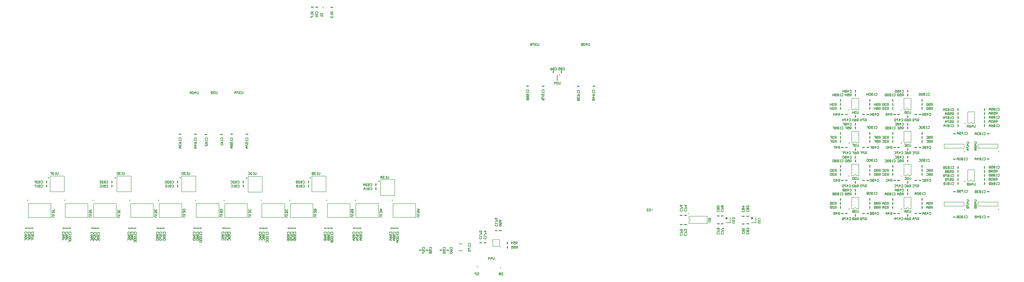
<source format=gbo>
G04*
G04 #@! TF.GenerationSoftware,Altium Limited,Altium Designer,18.0.12 (696)*
G04*
G04 Layer_Color=32896*
%FSLAX25Y25*%
%MOIN*%
G70*
G01*
G75*
%ADD10C,0.01000*%
%ADD11C,0.02000*%
%ADD12C,0.00984*%
%ADD16C,0.00787*%
%ADD17C,0.01500*%
%ADD163C,0.01260*%
%ADD164C,0.00630*%
D10*
X830000Y36000D02*
G03*
X830000Y36000I-500J0D01*
G01*
X789500Y37500D02*
G03*
X789500Y37500I-500J0D01*
G01*
X1094418Y136500D02*
G03*
X1094418Y136500I-500J0D01*
G01*
X521400Y489500D02*
G03*
X521400Y489500I-500J0D01*
G01*
X756952Y65500D02*
X762552D01*
X756952Y77500D02*
X762552D01*
X1266500Y114500D02*
X1274000D01*
Y123500D01*
X1222000Y114500D02*
X1229500D01*
Y123500D01*
X404000Y201999D02*
Y198667D01*
X403334Y198000D01*
X402001D01*
X401334Y198667D01*
Y201999D01*
X400001Y198000D02*
X398668D01*
X399335D01*
Y201999D01*
X400001Y201332D01*
X396669D02*
X396003Y201999D01*
X394670D01*
X394003Y201332D01*
Y200666D01*
X394670Y199999D01*
X395336D01*
X394670D01*
X394003Y199333D01*
Y198667D01*
X394670Y198000D01*
X396003D01*
X396669Y198667D01*
X390004Y201332D02*
X390671Y201999D01*
X392004D01*
X392670Y201332D01*
Y198667D01*
X392004Y198000D01*
X390671D01*
X390004Y198667D01*
X175000Y201999D02*
Y198667D01*
X174334Y198000D01*
X173001D01*
X172334Y198667D01*
Y201999D01*
X171001Y198000D02*
X169668D01*
X170335D01*
Y201999D01*
X171001Y201332D01*
X167669D02*
X167003Y201999D01*
X165670D01*
X165003Y201332D01*
Y200666D01*
X165670Y199999D01*
X166336D01*
X165670D01*
X165003Y199333D01*
Y198667D01*
X165670Y198000D01*
X167003D01*
X167669Y198667D01*
X161004Y201999D02*
X163670D01*
Y198000D01*
X161004D01*
X163670Y199999D02*
X162337D01*
X116999Y123653D02*
X113666D01*
X113000Y124320D01*
Y125653D01*
X113666Y126319D01*
X116999D01*
X113000Y127652D02*
Y128985D01*
Y128319D01*
X116999D01*
X116332Y127652D01*
X116999Y133650D02*
Y130984D01*
X114999D01*
X115666Y132317D01*
Y132984D01*
X114999Y133650D01*
X113666D01*
X113000Y132984D01*
Y131651D01*
X113666Y130984D01*
X116999Y137649D02*
Y134983D01*
X114999D01*
Y136316D01*
Y134983D01*
X113000D01*
X336000Y342999D02*
Y339666D01*
X335334Y339000D01*
X334001D01*
X333334Y339666D01*
Y342999D01*
X332001Y342332D02*
X331335Y342999D01*
X330002D01*
X329335Y342332D01*
Y341666D01*
X330002Y340999D01*
X330668D01*
X330002D01*
X329335Y340333D01*
Y339666D01*
X330002Y339000D01*
X331335D01*
X332001Y339666D01*
X328003D02*
X327336Y339000D01*
X326003D01*
X325337Y339666D01*
Y342332D01*
X326003Y342999D01*
X327336D01*
X328003Y342332D01*
Y341666D01*
X327336Y340999D01*
X325337D01*
X1654501Y154000D02*
X1657834D01*
X1658500Y153333D01*
Y152001D01*
X1657834Y151334D01*
X1654501D01*
X1658500Y148002D02*
X1654501D01*
X1656501Y150001D01*
Y147336D01*
X1655168Y146003D02*
X1654501Y145336D01*
Y144003D01*
X1655168Y143337D01*
X1655834D01*
X1656501Y144003D01*
X1657167Y143337D01*
X1657834D01*
X1658500Y144003D01*
Y145336D01*
X1657834Y146003D01*
X1657167D01*
X1656501Y145336D01*
X1655834Y146003D01*
X1655168D01*
X1656501Y145336D02*
Y144003D01*
X1654501Y142004D02*
X1658500D01*
Y140005D01*
X1657834Y139338D01*
X1657167D01*
X1656501Y140005D01*
Y142004D01*
Y140005D01*
X1655834Y139338D01*
X1655168D01*
X1654501Y140005D01*
Y142004D01*
Y255000D02*
X1657834D01*
X1658500Y254334D01*
Y253001D01*
X1657834Y252334D01*
X1654501D01*
X1658500Y249002D02*
X1654501D01*
X1656501Y251001D01*
Y248336D01*
X1655168Y247003D02*
X1654501Y246336D01*
Y245003D01*
X1655168Y244337D01*
X1655834D01*
X1656501Y245003D01*
X1657167Y244337D01*
X1657834D01*
X1658500Y245003D01*
Y246336D01*
X1657834Y247003D01*
X1657167D01*
X1656501Y246336D01*
X1655834Y247003D01*
X1655168D01*
X1656501Y246336D02*
Y245003D01*
X1658500Y243004D02*
X1655834D01*
X1654501Y241671D01*
X1655834Y240338D01*
X1658500D01*
X1656501D01*
Y243004D01*
X1641001Y154000D02*
X1644334D01*
X1645000Y153333D01*
Y152001D01*
X1644334Y151334D01*
X1641001D01*
X1645000Y148002D02*
X1641001D01*
X1643001Y150001D01*
Y147336D01*
X1641001Y146003D02*
Y143337D01*
X1641668D01*
X1644334Y146003D01*
X1645000D01*
X1641001Y142004D02*
X1645000D01*
Y140005D01*
X1644334Y139338D01*
X1643667D01*
X1643001Y140005D01*
Y142004D01*
Y140005D01*
X1642334Y139338D01*
X1641668D01*
X1641001Y140005D01*
Y142004D01*
Y255000D02*
X1644334D01*
X1645000Y254334D01*
Y253001D01*
X1644334Y252334D01*
X1641001D01*
X1645000Y249002D02*
X1641001D01*
X1643001Y251001D01*
Y248336D01*
X1641001Y247003D02*
Y244337D01*
X1641668D01*
X1644334Y247003D01*
X1645000D01*
Y243004D02*
X1642334D01*
X1641001Y241671D01*
X1642334Y240338D01*
X1645000D01*
X1643001D01*
Y243004D01*
X1656500Y183499D02*
Y180166D01*
X1655834Y179500D01*
X1654501D01*
X1653834Y180166D01*
Y183499D01*
X1650502Y179500D02*
Y183499D01*
X1652501Y181499D01*
X1649836D01*
X1645837Y183499D02*
X1647170Y182832D01*
X1648503Y181499D01*
Y180166D01*
X1647836Y179500D01*
X1646503D01*
X1645837Y180166D01*
Y180833D01*
X1646503Y181499D01*
X1648503D01*
X1644504Y183499D02*
Y179500D01*
X1642505D01*
X1641838Y180166D01*
Y180833D01*
X1642505Y181499D01*
X1644504D01*
X1642505D01*
X1641838Y182166D01*
Y182832D01*
X1642505Y183499D01*
X1644504D01*
X1656500Y284499D02*
Y281166D01*
X1655834Y280500D01*
X1654501D01*
X1653834Y281166D01*
Y284499D01*
X1650502Y280500D02*
Y284499D01*
X1652501Y282499D01*
X1649836D01*
X1645837Y284499D02*
X1647170Y283832D01*
X1648503Y282499D01*
Y281166D01*
X1647836Y280500D01*
X1646503D01*
X1645837Y281166D01*
Y281833D01*
X1646503Y282499D01*
X1648503D01*
X1644504Y280500D02*
Y283166D01*
X1643171Y284499D01*
X1641838Y283166D01*
Y280500D01*
Y282499D01*
X1644504D01*
X1694500Y188000D02*
Y191999D01*
X1692501D01*
X1691834Y191332D01*
Y189999D01*
X1692501Y189333D01*
X1694500D01*
X1693167D02*
X1691834Y188000D01*
X1687836Y191999D02*
X1689168Y191332D01*
X1690501Y189999D01*
Y188666D01*
X1689835Y188000D01*
X1688502D01*
X1687836Y188666D01*
Y189333D01*
X1688502Y189999D01*
X1690501D01*
X1686503Y191332D02*
X1685836Y191999D01*
X1684503D01*
X1683837Y191332D01*
Y188666D01*
X1684503Y188000D01*
X1685836D01*
X1686503Y188666D01*
Y191332D01*
X1682504Y191999D02*
Y188000D01*
X1680504D01*
X1679838Y188666D01*
Y189333D01*
X1680504Y189999D01*
X1682504D01*
X1680504D01*
X1679838Y190666D01*
Y191332D01*
X1680504Y191999D01*
X1682504D01*
X1694500Y289000D02*
Y292999D01*
X1692501D01*
X1691834Y292332D01*
Y290999D01*
X1692501Y290333D01*
X1694500D01*
X1693167D02*
X1691834Y289000D01*
X1687836Y292999D02*
X1689168Y292332D01*
X1690501Y290999D01*
Y289666D01*
X1689835Y289000D01*
X1688502D01*
X1687836Y289666D01*
Y290333D01*
X1688502Y290999D01*
X1690501D01*
X1686503Y292332D02*
X1685836Y292999D01*
X1684503D01*
X1683837Y292332D01*
Y289666D01*
X1684503Y289000D01*
X1685836D01*
X1686503Y289666D01*
Y292332D01*
X1682504Y289000D02*
Y291666D01*
X1681171Y292999D01*
X1679838Y291666D01*
Y289000D01*
Y290999D01*
X1682504D01*
X1694500Y202000D02*
Y205999D01*
X1692501D01*
X1691834Y205332D01*
Y203999D01*
X1692501Y203333D01*
X1694500D01*
X1693167D02*
X1691834Y202000D01*
X1687836Y205999D02*
X1690501D01*
Y203999D01*
X1689168Y204666D01*
X1688502D01*
X1687836Y203999D01*
Y202666D01*
X1688502Y202000D01*
X1689835D01*
X1690501Y202666D01*
X1686503D02*
X1685836Y202000D01*
X1684503D01*
X1683837Y202666D01*
Y205332D01*
X1684503Y205999D01*
X1685836D01*
X1686503Y205332D01*
Y204666D01*
X1685836Y203999D01*
X1683837D01*
X1682504Y205999D02*
Y202000D01*
X1680504D01*
X1679838Y202666D01*
Y203333D01*
X1680504Y203999D01*
X1682504D01*
X1680504D01*
X1679838Y204666D01*
Y205332D01*
X1680504Y205999D01*
X1682504D01*
X1694500Y303000D02*
Y306999D01*
X1692501D01*
X1691834Y306332D01*
Y304999D01*
X1692501Y304333D01*
X1694500D01*
X1693167D02*
X1691834Y303000D01*
X1687836Y306999D02*
X1690501D01*
Y304999D01*
X1689168Y305666D01*
X1688502D01*
X1687836Y304999D01*
Y303666D01*
X1688502Y303000D01*
X1689835D01*
X1690501Y303666D01*
X1686503D02*
X1685836Y303000D01*
X1684503D01*
X1683837Y303666D01*
Y306332D01*
X1684503Y306999D01*
X1685836D01*
X1686503Y306332D01*
Y305666D01*
X1685836Y304999D01*
X1683837D01*
X1682504Y303000D02*
Y305666D01*
X1681171Y306999D01*
X1679838Y305666D01*
Y303000D01*
Y304999D01*
X1682504D01*
X1618500Y201500D02*
Y205499D01*
X1616501D01*
X1615834Y204832D01*
Y203499D01*
X1616501Y202833D01*
X1618500D01*
X1617167D02*
X1615834Y201500D01*
X1611835Y205499D02*
X1614501D01*
Y203499D01*
X1613168Y204166D01*
X1612502D01*
X1611835Y203499D01*
Y202167D01*
X1612502Y201500D01*
X1613835D01*
X1614501Y202167D01*
X1610503Y204832D02*
X1609836Y205499D01*
X1608503D01*
X1607837Y204832D01*
Y204166D01*
X1608503Y203499D01*
X1607837Y202833D01*
Y202167D01*
X1608503Y201500D01*
X1609836D01*
X1610503Y202167D01*
Y202833D01*
X1609836Y203499D01*
X1610503Y204166D01*
Y204832D01*
X1609836Y203499D02*
X1608503D01*
X1606504Y205499D02*
Y201500D01*
X1604505D01*
X1603838Y202167D01*
Y202833D01*
X1604505Y203499D01*
X1606504D01*
X1604505D01*
X1603838Y204166D01*
Y204832D01*
X1604505Y205499D01*
X1606504D01*
X1618500Y302500D02*
Y306499D01*
X1616501D01*
X1615834Y305832D01*
Y304499D01*
X1616501Y303833D01*
X1618500D01*
X1617167D02*
X1615834Y302500D01*
X1611835Y306499D02*
X1614501D01*
Y304499D01*
X1613168Y305166D01*
X1612502D01*
X1611835Y304499D01*
Y303166D01*
X1612502Y302500D01*
X1613835D01*
X1614501Y303166D01*
X1610503Y305832D02*
X1609836Y306499D01*
X1608503D01*
X1607837Y305832D01*
Y305166D01*
X1608503Y304499D01*
X1607837Y303833D01*
Y303166D01*
X1608503Y302500D01*
X1609836D01*
X1610503Y303166D01*
Y303833D01*
X1609836Y304499D01*
X1610503Y305166D01*
Y305832D01*
X1609836Y304499D02*
X1608503D01*
X1606504Y302500D02*
Y305166D01*
X1605171Y306499D01*
X1603838Y305166D01*
Y302500D01*
Y304499D01*
X1606504D01*
X1618500Y187500D02*
Y191499D01*
X1616501D01*
X1615834Y190832D01*
Y189499D01*
X1616501Y188833D01*
X1618500D01*
X1617167D02*
X1615834Y187500D01*
X1611835Y191499D02*
X1614501D01*
Y189499D01*
X1613168Y190166D01*
X1612502D01*
X1611835Y189499D01*
Y188166D01*
X1612502Y187500D01*
X1613835D01*
X1614501Y188166D01*
X1610503Y191499D02*
X1607837D01*
Y190832D01*
X1610503Y188166D01*
Y187500D01*
X1606504Y191499D02*
Y187500D01*
X1604505D01*
X1603838Y188166D01*
Y188833D01*
X1604505Y189499D01*
X1606504D01*
X1604505D01*
X1603838Y190166D01*
Y190832D01*
X1604505Y191499D01*
X1606504D01*
X1618500Y288500D02*
Y292499D01*
X1616501D01*
X1615834Y291832D01*
Y290499D01*
X1616501Y289833D01*
X1618500D01*
X1617167D02*
X1615834Y288500D01*
X1611835Y292499D02*
X1614501D01*
Y290499D01*
X1613168Y291166D01*
X1612502D01*
X1611835Y290499D01*
Y289166D01*
X1612502Y288500D01*
X1613835D01*
X1614501Y289166D01*
X1610503Y292499D02*
X1607837D01*
Y291832D01*
X1610503Y289166D01*
Y288500D01*
X1606504D02*
Y291166D01*
X1605171Y292499D01*
X1603838Y291166D01*
Y288500D01*
Y290499D01*
X1606504D01*
X1695334Y198332D02*
X1696001Y198999D01*
X1697334D01*
X1698000Y198332D01*
Y195667D01*
X1697334Y195000D01*
X1696001D01*
X1695334Y195667D01*
X1694001Y195000D02*
X1692668D01*
X1693335D01*
Y198999D01*
X1694001Y198332D01*
X1690669D02*
X1690003Y198999D01*
X1688670D01*
X1688003Y198332D01*
Y197666D01*
X1688670Y196999D01*
X1688003Y196333D01*
Y195667D01*
X1688670Y195000D01*
X1690003D01*
X1690669Y195667D01*
Y196333D01*
X1690003Y196999D01*
X1690669Y197666D01*
Y198332D01*
X1690003Y196999D02*
X1688670D01*
X1686670Y198332D02*
X1686004Y198999D01*
X1684671D01*
X1684005Y198332D01*
Y197666D01*
X1684671Y196999D01*
X1684005Y196333D01*
Y195667D01*
X1684671Y195000D01*
X1686004D01*
X1686670Y195667D01*
Y196333D01*
X1686004Y196999D01*
X1686670Y197666D01*
Y198332D01*
X1686004Y196999D02*
X1684671D01*
X1682672Y198999D02*
Y195000D01*
X1680672D01*
X1680006Y195667D01*
Y196333D01*
X1680672Y196999D01*
X1682672D01*
X1680672D01*
X1680006Y197666D01*
Y198332D01*
X1680672Y198999D01*
X1682672D01*
X1695334Y299332D02*
X1696001Y299999D01*
X1697334D01*
X1698000Y299332D01*
Y296666D01*
X1697334Y296000D01*
X1696001D01*
X1695334Y296666D01*
X1694001Y296000D02*
X1692668D01*
X1693335D01*
Y299999D01*
X1694001Y299332D01*
X1690669D02*
X1690003Y299999D01*
X1688670D01*
X1688003Y299332D01*
Y298666D01*
X1688670Y297999D01*
X1688003Y297333D01*
Y296666D01*
X1688670Y296000D01*
X1690003D01*
X1690669Y296666D01*
Y297333D01*
X1690003Y297999D01*
X1690669Y298666D01*
Y299332D01*
X1690003Y297999D02*
X1688670D01*
X1686670Y299332D02*
X1686004Y299999D01*
X1684671D01*
X1684005Y299332D01*
Y298666D01*
X1684671Y297999D01*
X1684005Y297333D01*
Y296666D01*
X1684671Y296000D01*
X1686004D01*
X1686670Y296666D01*
Y297333D01*
X1686004Y297999D01*
X1686670Y298666D01*
Y299332D01*
X1686004Y297999D02*
X1684671D01*
X1682672Y296000D02*
Y298666D01*
X1681339Y299999D01*
X1680006Y298666D01*
Y296000D01*
Y297999D01*
X1682672D01*
X1615834Y197832D02*
X1616501Y198499D01*
X1617834D01*
X1618500Y197832D01*
Y195167D01*
X1617834Y194500D01*
X1616501D01*
X1615834Y195167D01*
X1614501Y194500D02*
X1613168D01*
X1613835D01*
Y198499D01*
X1614501Y197832D01*
X1611169D02*
X1610503Y198499D01*
X1609170D01*
X1608503Y197832D01*
Y197166D01*
X1609170Y196499D01*
X1608503Y195833D01*
Y195167D01*
X1609170Y194500D01*
X1610503D01*
X1611169Y195167D01*
Y195833D01*
X1610503Y196499D01*
X1611169Y197166D01*
Y197832D01*
X1610503Y196499D02*
X1609170D01*
X1607170Y198499D02*
X1604505D01*
Y197832D01*
X1607170Y195167D01*
Y194500D01*
X1603172Y198499D02*
Y194500D01*
X1601172D01*
X1600506Y195167D01*
Y195833D01*
X1601172Y196499D01*
X1603172D01*
X1601172D01*
X1600506Y197166D01*
Y197832D01*
X1601172Y198499D01*
X1603172D01*
X1615834Y298832D02*
X1616501Y299499D01*
X1617834D01*
X1618500Y298832D01*
Y296166D01*
X1617834Y295500D01*
X1616501D01*
X1615834Y296166D01*
X1614501Y295500D02*
X1613168D01*
X1613835D01*
Y299499D01*
X1614501Y298832D01*
X1611169D02*
X1610503Y299499D01*
X1609170D01*
X1608503Y298832D01*
Y298166D01*
X1609170Y297499D01*
X1608503Y296833D01*
Y296166D01*
X1609170Y295500D01*
X1610503D01*
X1611169Y296166D01*
Y296833D01*
X1610503Y297499D01*
X1611169Y298166D01*
Y298832D01*
X1610503Y297499D02*
X1609170D01*
X1607170Y299499D02*
X1604505D01*
Y298832D01*
X1607170Y296166D01*
Y295500D01*
X1603172D02*
Y298166D01*
X1601839Y299499D01*
X1600506Y298166D01*
Y295500D01*
Y297499D01*
X1603172D01*
X1695334Y183832D02*
X1696001Y184499D01*
X1697334D01*
X1698000Y183832D01*
Y181167D01*
X1697334Y180500D01*
X1696001D01*
X1695334Y181167D01*
X1694001Y180500D02*
X1692668D01*
X1693335D01*
Y184499D01*
X1694001Y183832D01*
X1690669D02*
X1690003Y184499D01*
X1688670D01*
X1688003Y183832D01*
Y183166D01*
X1688670Y182499D01*
X1688003Y181833D01*
Y181167D01*
X1688670Y180500D01*
X1690003D01*
X1690669Y181167D01*
Y181833D01*
X1690003Y182499D01*
X1690669Y183166D01*
Y183832D01*
X1690003Y182499D02*
X1688670D01*
X1684005Y184499D02*
X1685337Y183832D01*
X1686670Y182499D01*
Y181167D01*
X1686004Y180500D01*
X1684671D01*
X1684005Y181167D01*
Y181833D01*
X1684671Y182499D01*
X1686670D01*
X1682672Y184499D02*
Y180500D01*
X1680672D01*
X1680006Y181167D01*
Y181833D01*
X1680672Y182499D01*
X1682672D01*
X1680672D01*
X1680006Y183166D01*
Y183832D01*
X1680672Y184499D01*
X1682672D01*
X1695334Y284832D02*
X1696001Y285499D01*
X1697334D01*
X1698000Y284832D01*
Y282166D01*
X1697334Y281500D01*
X1696001D01*
X1695334Y282166D01*
X1694001Y281500D02*
X1692668D01*
X1693335D01*
Y285499D01*
X1694001Y284832D01*
X1690669D02*
X1690003Y285499D01*
X1688670D01*
X1688003Y284832D01*
Y284166D01*
X1688670Y283499D01*
X1688003Y282833D01*
Y282166D01*
X1688670Y281500D01*
X1690003D01*
X1690669Y282166D01*
Y282833D01*
X1690003Y283499D01*
X1690669Y284166D01*
Y284832D01*
X1690003Y283499D02*
X1688670D01*
X1684005Y285499D02*
X1685337Y284832D01*
X1686670Y283499D01*
Y282166D01*
X1686004Y281500D01*
X1684671D01*
X1684005Y282166D01*
Y282833D01*
X1684671Y283499D01*
X1686670D01*
X1682672Y281500D02*
Y284166D01*
X1681339Y285499D01*
X1680006Y284166D01*
Y281500D01*
Y283499D01*
X1682672D01*
X1695334Y212332D02*
X1696001Y212999D01*
X1697334D01*
X1698000Y212332D01*
Y209666D01*
X1697334Y209000D01*
X1696001D01*
X1695334Y209666D01*
X1694001Y209000D02*
X1692668D01*
X1693335D01*
Y212999D01*
X1694001Y212332D01*
X1690669D02*
X1690003Y212999D01*
X1688670D01*
X1688003Y212332D01*
Y211666D01*
X1688670Y210999D01*
X1688003Y210333D01*
Y209666D01*
X1688670Y209000D01*
X1690003D01*
X1690669Y209666D01*
Y210333D01*
X1690003Y210999D01*
X1690669Y211666D01*
Y212332D01*
X1690003Y210999D02*
X1688670D01*
X1684005Y212999D02*
X1686670D01*
Y210999D01*
X1685337Y211666D01*
X1684671D01*
X1684005Y210999D01*
Y209666D01*
X1684671Y209000D01*
X1686004D01*
X1686670Y209666D01*
X1682672Y212999D02*
Y209000D01*
X1680672D01*
X1680006Y209666D01*
Y210333D01*
X1680672Y210999D01*
X1682672D01*
X1680672D01*
X1680006Y211666D01*
Y212332D01*
X1680672Y212999D01*
X1682672D01*
X1695334Y313332D02*
X1696001Y313999D01*
X1697334D01*
X1698000Y313332D01*
Y310666D01*
X1697334Y310000D01*
X1696001D01*
X1695334Y310666D01*
X1694001Y310000D02*
X1692668D01*
X1693335D01*
Y313999D01*
X1694001Y313332D01*
X1690669D02*
X1690003Y313999D01*
X1688670D01*
X1688003Y313332D01*
Y312666D01*
X1688670Y311999D01*
X1688003Y311333D01*
Y310666D01*
X1688670Y310000D01*
X1690003D01*
X1690669Y310666D01*
Y311333D01*
X1690003Y311999D01*
X1690669Y312666D01*
Y313332D01*
X1690003Y311999D02*
X1688670D01*
X1684005Y313999D02*
X1686670D01*
Y311999D01*
X1685337Y312666D01*
X1684671D01*
X1684005Y311999D01*
Y310666D01*
X1684671Y310000D01*
X1686004D01*
X1686670Y310666D01*
X1682672Y310000D02*
Y312666D01*
X1681339Y313999D01*
X1680006Y312666D01*
Y310000D01*
Y311999D01*
X1682672D01*
X1670834Y125832D02*
X1671501Y126499D01*
X1672834D01*
X1673500Y125832D01*
Y123167D01*
X1672834Y122500D01*
X1671501D01*
X1670834Y123167D01*
X1669501Y122500D02*
X1668168D01*
X1668835D01*
Y126499D01*
X1669501Y125832D01*
X1666169D02*
X1665503Y126499D01*
X1664170D01*
X1663503Y125832D01*
Y125166D01*
X1664170Y124499D01*
X1663503Y123833D01*
Y123167D01*
X1664170Y122500D01*
X1665503D01*
X1666169Y123167D01*
Y123833D01*
X1665503Y124499D01*
X1666169Y125166D01*
Y125832D01*
X1665503Y124499D02*
X1664170D01*
X1660171Y122500D02*
Y126499D01*
X1662170Y124499D01*
X1659505D01*
X1658172Y126499D02*
Y122500D01*
X1656172D01*
X1655506Y123167D01*
Y123833D01*
X1656172Y124499D01*
X1658172D01*
X1656172D01*
X1655506Y125166D01*
Y125832D01*
X1656172Y126499D01*
X1658172D01*
X1670834Y226832D02*
X1671501Y227499D01*
X1672834D01*
X1673500Y226832D01*
Y224166D01*
X1672834Y223500D01*
X1671501D01*
X1670834Y224166D01*
X1669501Y223500D02*
X1668168D01*
X1668835D01*
Y227499D01*
X1669501Y226832D01*
X1666169D02*
X1665503Y227499D01*
X1664170D01*
X1663503Y226832D01*
Y226166D01*
X1664170Y225499D01*
X1663503Y224833D01*
Y224166D01*
X1664170Y223500D01*
X1665503D01*
X1666169Y224166D01*
Y224833D01*
X1665503Y225499D01*
X1666169Y226166D01*
Y226832D01*
X1665503Y225499D02*
X1664170D01*
X1660171Y223500D02*
Y227499D01*
X1662170Y225499D01*
X1659505D01*
X1658172Y223500D02*
Y226166D01*
X1656839Y227499D01*
X1655506Y226166D01*
Y223500D01*
Y225499D01*
X1658172D01*
X1670834Y169832D02*
X1671501Y170499D01*
X1672834D01*
X1673500Y169832D01*
Y167166D01*
X1672834Y166500D01*
X1671501D01*
X1670834Y167166D01*
X1669501Y166500D02*
X1668168D01*
X1668835D01*
Y170499D01*
X1669501Y169832D01*
X1666169D02*
X1665503Y170499D01*
X1664170D01*
X1663503Y169832D01*
Y169166D01*
X1664170Y168499D01*
X1663503Y167833D01*
Y167166D01*
X1664170Y166500D01*
X1665503D01*
X1666169Y167166D01*
Y167833D01*
X1665503Y168499D01*
X1666169Y169166D01*
Y169832D01*
X1665503Y168499D02*
X1664170D01*
X1662170Y169832D02*
X1661504Y170499D01*
X1660171D01*
X1659505Y169832D01*
Y169166D01*
X1660171Y168499D01*
X1660837D01*
X1660171D01*
X1659505Y167833D01*
Y167166D01*
X1660171Y166500D01*
X1661504D01*
X1662170Y167166D01*
X1658172Y170499D02*
Y166500D01*
X1656172D01*
X1655506Y167166D01*
Y167833D01*
X1656172Y168499D01*
X1658172D01*
X1656172D01*
X1655506Y169166D01*
Y169832D01*
X1656172Y170499D01*
X1658172D01*
X1670834Y270832D02*
X1671501Y271499D01*
X1672834D01*
X1673500Y270832D01*
Y268166D01*
X1672834Y267500D01*
X1671501D01*
X1670834Y268166D01*
X1669501Y267500D02*
X1668168D01*
X1668835D01*
Y271499D01*
X1669501Y270832D01*
X1666169D02*
X1665503Y271499D01*
X1664170D01*
X1663503Y270832D01*
Y270166D01*
X1664170Y269499D01*
X1663503Y268833D01*
Y268166D01*
X1664170Y267500D01*
X1665503D01*
X1666169Y268166D01*
Y268833D01*
X1665503Y269499D01*
X1666169Y270166D01*
Y270832D01*
X1665503Y269499D02*
X1664170D01*
X1662170Y270832D02*
X1661504Y271499D01*
X1660171D01*
X1659505Y270832D01*
Y270166D01*
X1660171Y269499D01*
X1660837D01*
X1660171D01*
X1659505Y268833D01*
Y268166D01*
X1660171Y267500D01*
X1661504D01*
X1662170Y268166D01*
X1658172Y267500D02*
Y270166D01*
X1656839Y271499D01*
X1655506Y270166D01*
Y267500D01*
Y269499D01*
X1658172D01*
X1615834Y211832D02*
X1616501Y212499D01*
X1617834D01*
X1618500Y211832D01*
Y209166D01*
X1617834Y208500D01*
X1616501D01*
X1615834Y209166D01*
X1614501Y208500D02*
X1613168D01*
X1613835D01*
Y212499D01*
X1614501Y211832D01*
X1611169D02*
X1610503Y212499D01*
X1609170D01*
X1608503Y211832D01*
Y211166D01*
X1609170Y210499D01*
X1608503Y209833D01*
Y209166D01*
X1609170Y208500D01*
X1610503D01*
X1611169Y209166D01*
Y209833D01*
X1610503Y210499D01*
X1611169Y211166D01*
Y211832D01*
X1610503Y210499D02*
X1609170D01*
X1604505Y208500D02*
X1607170D01*
X1604505Y211166D01*
Y211832D01*
X1605171Y212499D01*
X1606504D01*
X1607170Y211832D01*
X1603172Y212499D02*
Y208500D01*
X1601172D01*
X1600506Y209166D01*
Y209833D01*
X1601172Y210499D01*
X1603172D01*
X1601172D01*
X1600506Y211166D01*
Y211832D01*
X1601172Y212499D01*
X1603172D01*
X1615834Y312832D02*
X1616501Y313499D01*
X1617834D01*
X1618500Y312832D01*
Y310166D01*
X1617834Y309500D01*
X1616501D01*
X1615834Y310166D01*
X1614501Y309500D02*
X1613168D01*
X1613835D01*
Y313499D01*
X1614501Y312832D01*
X1611169D02*
X1610503Y313499D01*
X1609170D01*
X1608503Y312832D01*
Y312166D01*
X1609170Y311499D01*
X1608503Y310833D01*
Y310166D01*
X1609170Y309500D01*
X1610503D01*
X1611169Y310166D01*
Y310833D01*
X1610503Y311499D01*
X1611169Y312166D01*
Y312832D01*
X1610503Y311499D02*
X1609170D01*
X1604505Y309500D02*
X1607170D01*
X1604505Y312166D01*
Y312832D01*
X1605171Y313499D01*
X1606504D01*
X1607170Y312832D01*
X1603172Y309500D02*
Y312166D01*
X1601839Y313499D01*
X1600506Y312166D01*
Y309500D01*
Y311499D01*
X1603172D01*
X1615834Y183832D02*
X1616501Y184499D01*
X1617834D01*
X1618500Y183832D01*
Y181167D01*
X1617834Y180500D01*
X1616501D01*
X1615834Y181167D01*
X1614501Y180500D02*
X1613168D01*
X1613835D01*
Y184499D01*
X1614501Y183832D01*
X1611169D02*
X1610503Y184499D01*
X1609170D01*
X1608503Y183832D01*
Y183166D01*
X1609170Y182499D01*
X1608503Y181833D01*
Y181167D01*
X1609170Y180500D01*
X1610503D01*
X1611169Y181167D01*
Y181833D01*
X1610503Y182499D01*
X1611169Y183166D01*
Y183832D01*
X1610503Y182499D02*
X1609170D01*
X1607170Y180500D02*
X1605837D01*
X1606504D01*
Y184499D01*
X1607170Y183832D01*
X1603838Y184499D02*
Y180500D01*
X1601839D01*
X1601172Y181167D01*
Y181833D01*
X1601839Y182499D01*
X1603838D01*
X1601839D01*
X1601172Y183166D01*
Y183832D01*
X1601839Y184499D01*
X1603838D01*
X1615834Y284832D02*
X1616501Y285499D01*
X1617834D01*
X1618500Y284832D01*
Y282166D01*
X1617834Y281500D01*
X1616501D01*
X1615834Y282166D01*
X1614501Y281500D02*
X1613168D01*
X1613835D01*
Y285499D01*
X1614501Y284832D01*
X1611169D02*
X1610503Y285499D01*
X1609170D01*
X1608503Y284832D01*
Y284166D01*
X1609170Y283499D01*
X1608503Y282833D01*
Y282166D01*
X1609170Y281500D01*
X1610503D01*
X1611169Y282166D01*
Y282833D01*
X1610503Y283499D01*
X1611169Y284166D01*
Y284832D01*
X1610503Y283499D02*
X1609170D01*
X1607170Y281500D02*
X1605837D01*
X1606504D01*
Y285499D01*
X1607170Y284832D01*
X1603838Y281500D02*
Y284166D01*
X1602505Y285499D01*
X1601172Y284166D01*
Y281500D01*
Y283499D01*
X1603838D01*
X1639334Y125832D02*
X1640001Y126499D01*
X1641334D01*
X1642000Y125832D01*
Y123167D01*
X1641334Y122500D01*
X1640001D01*
X1639334Y123167D01*
X1638001Y122500D02*
X1636668D01*
X1637335D01*
Y126499D01*
X1638001Y125832D01*
X1634669D02*
X1634003Y126499D01*
X1632670D01*
X1632003Y125832D01*
Y125166D01*
X1632670Y124499D01*
X1632003Y123833D01*
Y123167D01*
X1632670Y122500D01*
X1634003D01*
X1634669Y123167D01*
Y123833D01*
X1634003Y124499D01*
X1634669Y125166D01*
Y125832D01*
X1634003Y124499D02*
X1632670D01*
X1630670Y125832D02*
X1630004Y126499D01*
X1628671D01*
X1628004Y125832D01*
Y123167D01*
X1628671Y122500D01*
X1630004D01*
X1630670Y123167D01*
Y125832D01*
X1626672Y126499D02*
Y122500D01*
X1624672D01*
X1624006Y123167D01*
Y123833D01*
X1624672Y124499D01*
X1626672D01*
X1624672D01*
X1624006Y125166D01*
Y125832D01*
X1624672Y126499D01*
X1626672D01*
X1639334Y226832D02*
X1640001Y227499D01*
X1641334D01*
X1642000Y226832D01*
Y224166D01*
X1641334Y223500D01*
X1640001D01*
X1639334Y224166D01*
X1638001Y223500D02*
X1636668D01*
X1637335D01*
Y227499D01*
X1638001Y226832D01*
X1634669D02*
X1634003Y227499D01*
X1632670D01*
X1632003Y226832D01*
Y226166D01*
X1632670Y225499D01*
X1632003Y224833D01*
Y224166D01*
X1632670Y223500D01*
X1634003D01*
X1634669Y224166D01*
Y224833D01*
X1634003Y225499D01*
X1634669Y226166D01*
Y226832D01*
X1634003Y225499D02*
X1632670D01*
X1630670Y226832D02*
X1630004Y227499D01*
X1628671D01*
X1628004Y226832D01*
Y224166D01*
X1628671Y223500D01*
X1630004D01*
X1630670Y224166D01*
Y226832D01*
X1626672Y223500D02*
Y226166D01*
X1625339Y227499D01*
X1624006Y226166D01*
Y223500D01*
Y225499D01*
X1626672D01*
X1639834Y170332D02*
X1640501Y170999D01*
X1641834D01*
X1642500Y170332D01*
Y167666D01*
X1641834Y167000D01*
X1640501D01*
X1639834Y167666D01*
X1638501Y167000D02*
X1637168D01*
X1637835D01*
Y170999D01*
X1638501Y170332D01*
X1635169Y170999D02*
X1632503D01*
Y170332D01*
X1635169Y167666D01*
Y167000D01*
X1631170Y167666D02*
X1630504Y167000D01*
X1629171D01*
X1628505Y167666D01*
Y170332D01*
X1629171Y170999D01*
X1630504D01*
X1631170Y170332D01*
Y169666D01*
X1630504Y168999D01*
X1628505D01*
X1627172Y170999D02*
Y167000D01*
X1625172D01*
X1624506Y167666D01*
Y168333D01*
X1625172Y168999D01*
X1627172D01*
X1625172D01*
X1624506Y169666D01*
Y170332D01*
X1625172Y170999D01*
X1627172D01*
X1639834Y271332D02*
X1640501Y271999D01*
X1641834D01*
X1642500Y271332D01*
Y268666D01*
X1641834Y268000D01*
X1640501D01*
X1639834Y268666D01*
X1638501Y268000D02*
X1637168D01*
X1637835D01*
Y271999D01*
X1638501Y271332D01*
X1635169Y271999D02*
X1632503D01*
Y271332D01*
X1635169Y268666D01*
Y268000D01*
X1631170Y268666D02*
X1630504Y268000D01*
X1629171D01*
X1628505Y268666D01*
Y271332D01*
X1629171Y271999D01*
X1630504D01*
X1631170Y271332D01*
Y270666D01*
X1630504Y269999D01*
X1628505D01*
X1627172Y268000D02*
Y270666D01*
X1625839Y271999D01*
X1624506Y270666D01*
Y268000D01*
Y269999D01*
X1627172D01*
X938334Y383921D02*
X939001Y384587D01*
X940333D01*
X941000Y383921D01*
Y381255D01*
X940333Y380589D01*
X939001D01*
X938334Y381255D01*
X937001Y383921D02*
X936335Y384587D01*
X935002D01*
X934336Y383921D01*
Y383254D01*
X935002Y382588D01*
X934336Y381922D01*
Y381255D01*
X935002Y380589D01*
X936335D01*
X937001Y381255D01*
Y381922D01*
X936335Y382588D01*
X937001Y383254D01*
Y383921D01*
X936335Y382588D02*
X935002D01*
X930337Y384587D02*
X933003D01*
Y382588D01*
X931670Y383254D01*
X931003D01*
X930337Y382588D01*
Y381255D01*
X931003Y380589D01*
X932336D01*
X933003Y381255D01*
X924228Y383721D02*
X924894Y384387D01*
X926227D01*
X926894Y383721D01*
Y381055D01*
X926227Y380389D01*
X924894D01*
X924228Y381055D01*
X922895Y383721D02*
X922229Y384387D01*
X920896D01*
X920229Y383721D01*
Y383054D01*
X920896Y382388D01*
X920229Y381721D01*
Y381055D01*
X920896Y380389D01*
X922229D01*
X922895Y381055D01*
Y381721D01*
X922229Y382388D01*
X922895Y383054D01*
Y383721D01*
X922229Y382388D02*
X920896D01*
X916230Y384387D02*
X917563Y383721D01*
X918896Y382388D01*
Y381055D01*
X918230Y380389D01*
X916897D01*
X916230Y381055D01*
Y381721D01*
X916897Y382388D01*
X918896D01*
X818715Y53977D02*
Y50645D01*
X818049Y49979D01*
X816716D01*
X816050Y50645D01*
Y53977D01*
X812717Y49979D02*
Y53977D01*
X814717Y51978D01*
X812051D01*
X808719Y49979D02*
Y53977D01*
X810718Y51978D01*
X808052D01*
X634824Y195589D02*
Y192256D01*
X634158Y191590D01*
X632825D01*
X632159Y192256D01*
Y195589D01*
X630826Y191590D02*
X629493D01*
X630159D01*
Y195589D01*
X630826Y194922D01*
X627493D02*
X626827Y195589D01*
X625494D01*
X624828Y194922D01*
Y194256D01*
X625494Y193589D01*
X626160D01*
X625494D01*
X624828Y192923D01*
Y192256D01*
X625494Y191590D01*
X626827D01*
X627493Y192256D01*
X623495Y191590D02*
Y194256D01*
X622162Y195589D01*
X620829Y194256D01*
Y191590D01*
Y193589D01*
X623495D01*
X515002Y201999D02*
Y198667D01*
X514336Y198000D01*
X513003D01*
X512336Y198667D01*
Y201999D01*
X511004Y198000D02*
X509671D01*
X510337D01*
Y201999D01*
X511004Y201332D01*
X507671D02*
X507005Y201999D01*
X505672D01*
X505006Y201332D01*
Y200666D01*
X505672Y199999D01*
X506339D01*
X505672D01*
X505006Y199333D01*
Y198667D01*
X505672Y198000D01*
X507005D01*
X507671Y198667D01*
X503673Y201999D02*
Y198000D01*
X501673D01*
X501007Y198667D01*
Y199333D01*
X501673Y199999D01*
X503673D01*
X501673D01*
X501007Y200666D01*
Y201332D01*
X501673Y201999D01*
X503673D01*
X288476D02*
Y198667D01*
X287810Y198000D01*
X286477D01*
X285811Y198667D01*
Y201999D01*
X284478Y198000D02*
X283145D01*
X283811D01*
Y201999D01*
X284478Y201332D01*
X281145D02*
X280479Y201999D01*
X279146D01*
X278480Y201332D01*
Y200666D01*
X279146Y199999D01*
X279813D01*
X279146D01*
X278480Y199333D01*
Y198667D01*
X279146Y198000D01*
X280479D01*
X281145Y198667D01*
X277147Y201999D02*
Y198000D01*
X275147D01*
X274481Y198667D01*
Y201332D01*
X275147Y201999D01*
X277147D01*
X143104Y179592D02*
X143771Y180259D01*
X145104D01*
X145770Y179592D01*
Y176926D01*
X145104Y176260D01*
X143771D01*
X143104Y176926D01*
X141771D02*
X141105Y176260D01*
X139772D01*
X139106Y176926D01*
Y179592D01*
X139772Y180259D01*
X141105D01*
X141771Y179592D01*
Y178926D01*
X141105Y178259D01*
X139106D01*
X137773Y176260D02*
X136440D01*
X137106D01*
Y180259D01*
X137773Y179592D01*
X131775Y180259D02*
X134440D01*
Y176260D01*
X131775D01*
X134440Y178259D02*
X133107D01*
X52747Y123653D02*
X49415D01*
X48749Y124320D01*
Y125653D01*
X49415Y126319D01*
X52747D01*
X48749Y127652D02*
Y128985D01*
Y128319D01*
X52747D01*
X52081Y127652D01*
X48749Y133650D02*
Y130984D01*
X51415Y133650D01*
X52081D01*
X52747Y132984D01*
Y131651D01*
X52081Y130984D01*
X52747Y137649D02*
Y134983D01*
X50748D01*
Y136316D01*
Y134983D01*
X48749D01*
X166593Y123000D02*
X163261D01*
X162594Y123667D01*
Y124999D01*
X163261Y125666D01*
X166593D01*
X162594Y126999D02*
Y128332D01*
Y127665D01*
X166593D01*
X165927Y126999D01*
X162594Y132997D02*
Y130331D01*
X165260Y132997D01*
X165927D01*
X166593Y132330D01*
Y130997D01*
X165927Y130331D01*
X166593Y136995D02*
Y134330D01*
X162594D01*
Y136995D01*
X164594Y134330D02*
Y135663D01*
X508560Y124000D02*
X505228D01*
X504561Y124667D01*
Y125999D01*
X505228Y126666D01*
X508560D01*
X504561Y127999D02*
Y129332D01*
Y128665D01*
X508560D01*
X507894Y127999D01*
X504561Y133997D02*
Y131331D01*
X507227Y133997D01*
X507894D01*
X508560Y133330D01*
Y131997D01*
X507894Y131331D01*
X508560Y135330D02*
X504561D01*
Y137329D01*
X505228Y137996D01*
X505894D01*
X506561Y137329D01*
Y135330D01*
Y137329D01*
X507227Y137996D01*
X507894D01*
X508560Y137329D01*
Y135330D01*
X833500Y26999D02*
Y23000D01*
X831501D01*
X830834Y23666D01*
Y26332D01*
X831501Y26999D01*
X833500D01*
X829501Y26332D02*
X828835Y26999D01*
X827502D01*
X826836Y26332D01*
Y25666D01*
X827502Y24999D01*
X826836Y24333D01*
Y23666D01*
X827502Y23000D01*
X828835D01*
X829501Y23666D01*
Y24333D01*
X828835Y24999D01*
X829501Y25666D01*
Y26332D01*
X828835Y24999D02*
X827502D01*
X791500Y26999D02*
Y23000D01*
X789501D01*
X788834Y23666D01*
Y26332D01*
X789501Y26999D01*
X791500D01*
X787501D02*
X784835D01*
Y26332D01*
X787501Y23666D01*
Y23000D01*
X516001Y479000D02*
X520000D01*
Y477001D01*
X519334Y476334D01*
X516668D01*
X516001Y477001D01*
Y479000D01*
X520000Y475001D02*
Y473668D01*
Y474335D01*
X516001D01*
X516668Y475001D01*
X984648Y427152D02*
Y423820D01*
X983981Y423153D01*
X982648D01*
X981982Y423820D01*
Y427152D01*
X978650Y423153D02*
Y427152D01*
X980649Y425153D01*
X977983D01*
X976650Y426486D02*
X975984Y427152D01*
X974651D01*
X973985Y426486D01*
Y423820D01*
X974651Y423153D01*
X975984D01*
X976650Y423820D01*
Y426486D01*
X972652Y427152D02*
Y423153D01*
X970652D01*
X969986Y423820D01*
Y424486D01*
X970652Y425153D01*
X972652D01*
X970652D01*
X969986Y425819D01*
Y426486D01*
X970652Y427152D01*
X972652D01*
X303255Y342845D02*
Y339513D01*
X302588Y338846D01*
X301255D01*
X300589Y339513D01*
Y342845D01*
X297256Y338846D02*
Y342845D01*
X299256Y340846D01*
X296590D01*
X295257Y342179D02*
X294591Y342845D01*
X293258D01*
X292591Y342179D01*
Y339513D01*
X293258Y338846D01*
X294591D01*
X295257Y339513D01*
Y342179D01*
X291258Y338846D02*
Y341512D01*
X289926Y342845D01*
X288593Y341512D01*
Y338846D01*
Y340846D01*
X291258D01*
X896262Y427152D02*
Y423820D01*
X895595Y423153D01*
X894262D01*
X893596Y423820D01*
Y427152D01*
X892263Y426486D02*
X891597Y427152D01*
X890264D01*
X889597Y426486D01*
Y425819D01*
X890264Y425153D01*
X890930D01*
X890264D01*
X889597Y424486D01*
Y423820D01*
X890264Y423153D01*
X891597D01*
X892263Y423820D01*
X888264Y427152D02*
X885599D01*
Y426486D01*
X888264Y423820D01*
Y423153D01*
X884266Y427152D02*
Y423153D01*
X882266D01*
X881600Y423820D01*
Y424486D01*
X882266Y425153D01*
X884266D01*
X882266D01*
X881600Y425819D01*
Y426486D01*
X882266Y427152D01*
X884266D01*
X381000Y342999D02*
Y339666D01*
X380334Y339000D01*
X379001D01*
X378334Y339666D01*
Y342999D01*
X377001Y342332D02*
X376335Y342999D01*
X375002D01*
X374336Y342332D01*
Y341666D01*
X375002Y340999D01*
X375668D01*
X375002D01*
X374336Y340333D01*
Y339666D01*
X375002Y339000D01*
X376335D01*
X377001Y339666D01*
X373003Y342999D02*
X370337D01*
Y342332D01*
X373003Y339666D01*
Y339000D01*
X369004D02*
Y341666D01*
X367671Y342999D01*
X366338Y341666D01*
Y339000D01*
Y340999D01*
X369004D01*
X933811Y359652D02*
Y356320D01*
X933145Y355654D01*
X931812D01*
X931145Y356320D01*
Y359652D01*
X929812Y358986D02*
X929146Y359652D01*
X927813D01*
X927147Y358986D01*
Y358319D01*
X927813Y357653D01*
X928479D01*
X927813D01*
X927147Y356986D01*
Y356320D01*
X927813Y355654D01*
X929146D01*
X929812Y356320D01*
X923814Y355654D02*
Y359652D01*
X925814Y357653D01*
X923148D01*
X230999Y123653D02*
X227666D01*
X227000Y124320D01*
Y125653D01*
X227666Y126319D01*
X230999D01*
X227000Y127652D02*
Y128985D01*
Y128319D01*
X230999D01*
X230332Y127652D01*
X230999Y133650D02*
Y130984D01*
X228999D01*
X229666Y132317D01*
Y132984D01*
X228999Y133650D01*
X227666D01*
X227000Y132984D01*
Y131651D01*
X227666Y130984D01*
X230999Y137649D02*
Y134983D01*
X227000D01*
Y137649D01*
X228999Y134983D02*
Y136316D01*
X344999Y124000D02*
X341666D01*
X341000Y124667D01*
Y125999D01*
X341666Y126666D01*
X344999D01*
X341000Y127999D02*
Y129332D01*
Y128665D01*
X344999D01*
X344332Y127999D01*
X344999Y133997D02*
Y131331D01*
X342999D01*
X343666Y132664D01*
Y133330D01*
X342999Y133997D01*
X341666D01*
X341000Y133330D01*
Y131997D01*
X341666Y131331D01*
X344999Y135330D02*
X341000D01*
Y137329D01*
X341666Y137996D01*
X344332D01*
X344999Y137329D01*
Y135330D01*
X458999Y123653D02*
X455666D01*
X455000Y124320D01*
Y125653D01*
X455666Y126319D01*
X458999D01*
X455000Y127652D02*
Y128985D01*
Y128319D01*
X458999D01*
X458332Y127652D01*
X458999Y133650D02*
Y130984D01*
X456999D01*
X457666Y132317D01*
Y132984D01*
X456999Y133650D01*
X455666D01*
X455000Y132984D01*
Y131651D01*
X455666Y130984D01*
X458332Y137649D02*
X458999Y136983D01*
Y135650D01*
X458332Y134983D01*
X455666D01*
X455000Y135650D01*
Y136983D01*
X455666Y137649D01*
X572999Y123653D02*
X569666D01*
X569000Y124320D01*
Y125653D01*
X569666Y126319D01*
X572999D01*
X569000Y127652D02*
Y128985D01*
Y128319D01*
X572999D01*
X572332Y127652D01*
X572999Y133650D02*
Y130984D01*
X570999D01*
X571666Y132317D01*
Y132984D01*
X570999Y133650D01*
X569666D01*
X569000Y132984D01*
Y131651D01*
X569666Y130984D01*
X572999Y134983D02*
X569000D01*
Y136983D01*
X569666Y137649D01*
X570333D01*
X570999Y136983D01*
Y134983D01*
Y136983D01*
X571666Y137649D01*
X572332D01*
X572999Y136983D01*
Y134983D01*
X687899Y124000D02*
X684566D01*
X683900Y124667D01*
Y125999D01*
X684566Y126666D01*
X687899D01*
X683900Y127999D02*
Y129332D01*
Y128665D01*
X687899D01*
X687232Y127999D01*
X687899Y133997D02*
Y131331D01*
X685899D01*
X686566Y132664D01*
Y133330D01*
X685899Y133997D01*
X684566D01*
X683900Y133330D01*
Y131997D01*
X684566Y131331D01*
X683900Y135330D02*
X686566D01*
X687899Y136663D01*
X686566Y137996D01*
X683900D01*
X685899D01*
Y135330D01*
X59272Y201999D02*
Y198667D01*
X58605Y198000D01*
X57272D01*
X56606Y198667D01*
Y201999D01*
X55273Y198000D02*
X53940D01*
X54606D01*
Y201999D01*
X55273Y201332D01*
X51941D02*
X51274Y201999D01*
X49941D01*
X49275Y201332D01*
Y200666D01*
X49941Y199999D01*
X50608D01*
X49941D01*
X49275Y199333D01*
Y198667D01*
X49941Y198000D01*
X51274D01*
X51941Y198667D01*
X45276Y201999D02*
X47942D01*
Y199999D01*
X46609D01*
X47942D01*
Y198000D01*
X280532Y124000D02*
X277200D01*
X276533Y124667D01*
Y125999D01*
X277200Y126666D01*
X280532D01*
X276533Y127999D02*
Y129332D01*
Y128665D01*
X280532D01*
X279866Y127999D01*
X276533Y133997D02*
Y131331D01*
X279199Y133997D01*
X279866D01*
X280532Y133330D01*
Y131997D01*
X279866Y131331D01*
X280532Y135330D02*
X276533D01*
Y137329D01*
X277200Y137996D01*
X279866D01*
X280532Y137329D01*
Y135330D01*
X394690Y123653D02*
X391358D01*
X390691Y124320D01*
Y125653D01*
X391358Y126319D01*
X394690D01*
X390691Y127652D02*
Y128985D01*
Y128319D01*
X394690D01*
X394024Y127652D01*
X390691Y133650D02*
Y130984D01*
X393357Y133650D01*
X394024D01*
X394690Y132984D01*
Y131651D01*
X394024Y130984D01*
Y137649D02*
X394690Y136983D01*
Y135650D01*
X394024Y134983D01*
X391358D01*
X390691Y135650D01*
Y136983D01*
X391358Y137649D01*
X622999Y124000D02*
X619666D01*
X619000Y124667D01*
Y125999D01*
X619666Y126666D01*
X622999D01*
X619000Y127999D02*
Y129332D01*
Y128665D01*
X622999D01*
X622332Y127999D01*
X619000Y133997D02*
Y131331D01*
X621666Y133997D01*
X622332D01*
X622999Y133330D01*
Y131997D01*
X622332Y131331D01*
X619000Y135330D02*
X621666D01*
X622999Y136663D01*
X621666Y137996D01*
X619000D01*
X620999D01*
Y135330D01*
X1281999Y113500D02*
X1278666D01*
X1278000Y114166D01*
Y115499D01*
X1278666Y116166D01*
X1281999D01*
X1278000Y117499D02*
Y118832D01*
Y118165D01*
X1281999D01*
X1281332Y117499D01*
X1278000Y120831D02*
Y122164D01*
Y121497D01*
X1281999D01*
X1281332Y120831D01*
X1237499Y113457D02*
X1234167D01*
X1233500Y114123D01*
Y115456D01*
X1234167Y116122D01*
X1237499D01*
X1233500Y117455D02*
Y118788D01*
Y118122D01*
X1237499D01*
X1236832Y117455D01*
Y120788D02*
X1237499Y121454D01*
Y122787D01*
X1236832Y123453D01*
X1234167D01*
X1233500Y122787D01*
Y121454D01*
X1234167Y120788D01*
X1236832D01*
X1195499Y115500D02*
X1192167D01*
X1191500Y116166D01*
Y117499D01*
X1192167Y118166D01*
X1195499D01*
X1192167Y119499D02*
X1191500Y120165D01*
Y121498D01*
X1192167Y122164D01*
X1194832D01*
X1195499Y121498D01*
Y120165D01*
X1194832Y119499D01*
X1194166D01*
X1193499Y120165D01*
Y122164D01*
X1452663Y308499D02*
Y305166D01*
X1451997Y304500D01*
X1450664D01*
X1449997Y305166D01*
Y308499D01*
X1448664Y307832D02*
X1447998Y308499D01*
X1446665D01*
X1445999Y307832D01*
Y307166D01*
X1446665Y306499D01*
X1447332D01*
X1446665D01*
X1445999Y305833D01*
Y305166D01*
X1446665Y304500D01*
X1447998D01*
X1448664Y305166D01*
X1444666Y308499D02*
Y304500D01*
Y306499D01*
X1442000D01*
Y308499D01*
Y304500D01*
X1543663Y308499D02*
Y305166D01*
X1542997Y304500D01*
X1541664D01*
X1540997Y305166D01*
Y308499D01*
X1539664Y307832D02*
X1538998Y308499D01*
X1537665D01*
X1536999Y307832D01*
Y307166D01*
X1537665Y306499D01*
X1538332D01*
X1537665D01*
X1536999Y305833D01*
Y305166D01*
X1537665Y304500D01*
X1538998D01*
X1539664Y305166D01*
X1533000Y307832D02*
X1533667Y308499D01*
X1534999D01*
X1535666Y307832D01*
Y305166D01*
X1534999Y304500D01*
X1533667D01*
X1533000Y305166D01*
Y306499D01*
X1534333D01*
X1452663Y250999D02*
Y247666D01*
X1451997Y247000D01*
X1450664D01*
X1449997Y247666D01*
Y250999D01*
X1448664Y250332D02*
X1447998Y250999D01*
X1446665D01*
X1445999Y250332D01*
Y249666D01*
X1446665Y248999D01*
X1447332D01*
X1446665D01*
X1445999Y248333D01*
Y247666D01*
X1446665Y247000D01*
X1447998D01*
X1448664Y247666D01*
X1442000Y250999D02*
X1444666D01*
Y248999D01*
X1443333D01*
X1444666D01*
Y247000D01*
X1543663Y250999D02*
Y247666D01*
X1542997Y247000D01*
X1541664D01*
X1540997Y247666D01*
Y250999D01*
X1539664Y250332D02*
X1538998Y250999D01*
X1537665D01*
X1536999Y250332D01*
Y249666D01*
X1537665Y248999D01*
X1538332D01*
X1537665D01*
X1536999Y248333D01*
Y247666D01*
X1537665Y247000D01*
X1538998D01*
X1539664Y247666D01*
X1533000Y250999D02*
X1535666D01*
Y247000D01*
X1533000D01*
X1535666Y248999D02*
X1534333D01*
X1452663Y193499D02*
Y190166D01*
X1451997Y189500D01*
X1450664D01*
X1449997Y190166D01*
Y193499D01*
X1448664Y192832D02*
X1447998Y193499D01*
X1446665D01*
X1445999Y192832D01*
Y192166D01*
X1446665Y191499D01*
X1447332D01*
X1446665D01*
X1445999Y190833D01*
Y190166D01*
X1446665Y189500D01*
X1447998D01*
X1448664Y190166D01*
X1444666Y193499D02*
Y189500D01*
X1442667D01*
X1442000Y190166D01*
Y192832D01*
X1442667Y193499D01*
X1444666D01*
X1543663D02*
Y190166D01*
X1542997Y189500D01*
X1541664D01*
X1540997Y190166D01*
Y193499D01*
X1539664Y192832D02*
X1538998Y193499D01*
X1537665D01*
X1536999Y192832D01*
Y192166D01*
X1537665Y191499D01*
X1538332D01*
X1537665D01*
X1536999Y190833D01*
Y190166D01*
X1537665Y189500D01*
X1538998D01*
X1539664Y190166D01*
X1533000Y192832D02*
X1533667Y193499D01*
X1534999D01*
X1535666Y192832D01*
Y190166D01*
X1534999Y189500D01*
X1533667D01*
X1533000Y190166D01*
X1452663Y135999D02*
Y132667D01*
X1451997Y132000D01*
X1450664D01*
X1449997Y132667D01*
Y135999D01*
X1448664Y135332D02*
X1447998Y135999D01*
X1446665D01*
X1445999Y135332D01*
Y134666D01*
X1446665Y133999D01*
X1447332D01*
X1446665D01*
X1445999Y133333D01*
Y132667D01*
X1446665Y132000D01*
X1447998D01*
X1448664Y132667D01*
X1444666Y135999D02*
Y132000D01*
X1442667D01*
X1442000Y132667D01*
Y133333D01*
X1442667Y133999D01*
X1444666D01*
X1442667D01*
X1442000Y134666D01*
Y135332D01*
X1442667Y135999D01*
X1444666D01*
X1543663D02*
Y132667D01*
X1542997Y132000D01*
X1541664D01*
X1540997Y132667D01*
Y135999D01*
X1539664Y135332D02*
X1538998Y135999D01*
X1537665D01*
X1536999Y135332D01*
Y134666D01*
X1537665Y133999D01*
X1538332D01*
X1537665D01*
X1536999Y133333D01*
Y132667D01*
X1537665Y132000D01*
X1538998D01*
X1539664Y132667D01*
X1535666Y132000D02*
Y134666D01*
X1534333Y135999D01*
X1533000Y134666D01*
Y132000D01*
Y133999D01*
X1535666D01*
X827000Y108500D02*
X830999D01*
Y110499D01*
X830332Y111166D01*
X828999D01*
X828333Y110499D01*
Y108500D01*
Y109833D02*
X827000Y111166D01*
X830999Y115164D02*
Y112499D01*
X828999D01*
X829666Y113832D01*
Y114498D01*
X828999Y115164D01*
X827666D01*
X827000Y114498D01*
Y113165D01*
X827666Y112499D01*
X830999Y119163D02*
X830332Y117830D01*
X828999Y116497D01*
X827666D01*
X827000Y117164D01*
Y118497D01*
X827666Y119163D01*
X828333D01*
X828999Y118497D01*
Y116497D01*
X859000Y69500D02*
Y73499D01*
X857001D01*
X856334Y72832D01*
Y71499D01*
X857001Y70833D01*
X859000D01*
X857667D02*
X856334Y69500D01*
X852335Y73499D02*
X855001D01*
Y71499D01*
X853668Y72166D01*
X853002D01*
X852335Y71499D01*
Y70166D01*
X853002Y69500D01*
X854335D01*
X855001Y70166D01*
X848337Y73499D02*
X851003D01*
Y71499D01*
X849670Y72166D01*
X849003D01*
X848337Y71499D01*
Y70166D01*
X849003Y69500D01*
X850336D01*
X851003Y70166D01*
X858500Y77000D02*
Y80999D01*
X856501D01*
X855834Y80332D01*
Y78999D01*
X856501Y78333D01*
X858500D01*
X857167D02*
X855834Y77000D01*
X851836Y80999D02*
X854501D01*
Y78999D01*
X853168Y79666D01*
X852502D01*
X851836Y78999D01*
Y77666D01*
X852502Y77000D01*
X853835D01*
X854501Y77666D01*
X848503Y77000D02*
Y80999D01*
X850503Y78999D01*
X847837D01*
X503400Y482000D02*
X499401D01*
Y480001D01*
X500068Y479334D01*
X501401D01*
X502067Y480001D01*
Y482000D01*
Y480667D02*
X503400Y479334D01*
Y478001D02*
Y476668D01*
Y477335D01*
X499401D01*
X500068Y478001D01*
X499401Y474669D02*
Y472003D01*
X500068D01*
X502734Y474669D01*
X503400D01*
X537685Y481653D02*
X533686D01*
Y479654D01*
X534353Y478988D01*
X535686D01*
X536352Y479654D01*
Y481653D01*
Y480321D02*
X537685Y478988D01*
Y477655D02*
Y476322D01*
Y476988D01*
X533686D01*
X534353Y477655D01*
Y474323D02*
X533686Y473656D01*
Y472323D01*
X534353Y471657D01*
X535019D01*
X535686Y472323D01*
Y472990D01*
Y472323D01*
X536352Y471657D01*
X537018D01*
X537685Y472323D01*
Y473656D01*
X537018Y474323D01*
X1490663Y318500D02*
Y322499D01*
X1488664D01*
X1487997Y321832D01*
Y320499D01*
X1488664Y319833D01*
X1490663D01*
X1489330D02*
X1487997Y318500D01*
X1486664Y319166D02*
X1485998Y318500D01*
X1484665D01*
X1483999Y319166D01*
Y321832D01*
X1484665Y322499D01*
X1485998D01*
X1486664Y321832D01*
Y321166D01*
X1485998Y320499D01*
X1483999D01*
X1482666Y322499D02*
Y318500D01*
Y320499D01*
X1480000D01*
Y322499D01*
Y318500D01*
X1581663D02*
Y322499D01*
X1579664D01*
X1578997Y321832D01*
Y320499D01*
X1579664Y319833D01*
X1581663D01*
X1580330D02*
X1578997Y318500D01*
X1577664Y319166D02*
X1576998Y318500D01*
X1575665D01*
X1574999Y319166D01*
Y321832D01*
X1575665Y322499D01*
X1576998D01*
X1577664Y321832D01*
Y321166D01*
X1576998Y320499D01*
X1574999D01*
X1571000Y321832D02*
X1571667Y322499D01*
X1572999D01*
X1573666Y321832D01*
Y319166D01*
X1572999Y318500D01*
X1571667D01*
X1571000Y319166D01*
Y320499D01*
X1572333D01*
X1490663Y261000D02*
Y264999D01*
X1488664D01*
X1487997Y264332D01*
Y262999D01*
X1488664Y262333D01*
X1490663D01*
X1489330D02*
X1487997Y261000D01*
X1486664Y261666D02*
X1485998Y261000D01*
X1484665D01*
X1483999Y261666D01*
Y264332D01*
X1484665Y264999D01*
X1485998D01*
X1486664Y264332D01*
Y263666D01*
X1485998Y262999D01*
X1483999D01*
X1480000Y264999D02*
X1482666D01*
Y262999D01*
X1481333D01*
X1482666D01*
Y261000D01*
X1581663D02*
Y264999D01*
X1579664D01*
X1578997Y264332D01*
Y262999D01*
X1579664Y262333D01*
X1581663D01*
X1580330D02*
X1578997Y261000D01*
X1577664Y261666D02*
X1576998Y261000D01*
X1575665D01*
X1574999Y261666D01*
Y264332D01*
X1575665Y264999D01*
X1576998D01*
X1577664Y264332D01*
Y263666D01*
X1576998Y262999D01*
X1574999D01*
X1571000Y264999D02*
X1573666D01*
Y261000D01*
X1571000D01*
X1573666Y262999D02*
X1572333D01*
X1490663Y203500D02*
Y207499D01*
X1488664D01*
X1487997Y206832D01*
Y205499D01*
X1488664Y204833D01*
X1490663D01*
X1489330D02*
X1487997Y203500D01*
X1486664Y204167D02*
X1485998Y203500D01*
X1484665D01*
X1483999Y204167D01*
Y206832D01*
X1484665Y207499D01*
X1485998D01*
X1486664Y206832D01*
Y206166D01*
X1485998Y205499D01*
X1483999D01*
X1482666Y207499D02*
Y203500D01*
X1480667D01*
X1480000Y204167D01*
Y206832D01*
X1480667Y207499D01*
X1482666D01*
X1581663Y203500D02*
Y207499D01*
X1579664D01*
X1578997Y206832D01*
Y205499D01*
X1579664Y204833D01*
X1581663D01*
X1580330D02*
X1578997Y203500D01*
X1577664Y204167D02*
X1576998Y203500D01*
X1575665D01*
X1574999Y204167D01*
Y206832D01*
X1575665Y207499D01*
X1576998D01*
X1577664Y206832D01*
Y206166D01*
X1576998Y205499D01*
X1574999D01*
X1571000Y206832D02*
X1571667Y207499D01*
X1572999D01*
X1573666Y206832D01*
Y204167D01*
X1572999Y203500D01*
X1571667D01*
X1571000Y204167D01*
X1490663Y146000D02*
Y149999D01*
X1488664D01*
X1487997Y149332D01*
Y147999D01*
X1488664Y147333D01*
X1490663D01*
X1489330D02*
X1487997Y146000D01*
X1486664Y146667D02*
X1485998Y146000D01*
X1484665D01*
X1483999Y146667D01*
Y149332D01*
X1484665Y149999D01*
X1485998D01*
X1486664Y149332D01*
Y148666D01*
X1485998Y147999D01*
X1483999D01*
X1482666Y149999D02*
Y146000D01*
X1480667D01*
X1480000Y146667D01*
Y147333D01*
X1480667Y147999D01*
X1482666D01*
X1480667D01*
X1480000Y148666D01*
Y149332D01*
X1480667Y149999D01*
X1482666D01*
X1581663Y146000D02*
Y149999D01*
X1579664D01*
X1578997Y149332D01*
Y147999D01*
X1579664Y147333D01*
X1581663D01*
X1580330D02*
X1578997Y146000D01*
X1577664Y146667D02*
X1576998Y146000D01*
X1575665D01*
X1574999Y146667D01*
Y149332D01*
X1575665Y149999D01*
X1576998D01*
X1577664Y149332D01*
Y148666D01*
X1576998Y147999D01*
X1574999D01*
X1573666Y146000D02*
Y148666D01*
X1572333Y149999D01*
X1571000Y148666D01*
Y146000D01*
Y147999D01*
X1573666D01*
X1490663Y311500D02*
Y315499D01*
X1488664D01*
X1487997Y314832D01*
Y313499D01*
X1488664Y312833D01*
X1490663D01*
X1489330D02*
X1487997Y311500D01*
X1486664Y314832D02*
X1485998Y315499D01*
X1484665D01*
X1483999Y314832D01*
Y314166D01*
X1484665Y313499D01*
X1483999Y312833D01*
Y312166D01*
X1484665Y311500D01*
X1485998D01*
X1486664Y312166D01*
Y312833D01*
X1485998Y313499D01*
X1486664Y314166D01*
Y314832D01*
X1485998Y313499D02*
X1484665D01*
X1482666Y315499D02*
Y311500D01*
Y313499D01*
X1480000D01*
Y315499D01*
Y311500D01*
X1581663D02*
Y315499D01*
X1579664D01*
X1578997Y314832D01*
Y313499D01*
X1579664Y312833D01*
X1581663D01*
X1580330D02*
X1578997Y311500D01*
X1577664Y314832D02*
X1576998Y315499D01*
X1575665D01*
X1574999Y314832D01*
Y314166D01*
X1575665Y313499D01*
X1574999Y312833D01*
Y312166D01*
X1575665Y311500D01*
X1576998D01*
X1577664Y312166D01*
Y312833D01*
X1576998Y313499D01*
X1577664Y314166D01*
Y314832D01*
X1576998Y313499D02*
X1575665D01*
X1571000Y314832D02*
X1571667Y315499D01*
X1572999D01*
X1573666Y314832D01*
Y312166D01*
X1572999Y311500D01*
X1571667D01*
X1571000Y312166D01*
Y313499D01*
X1572333D01*
X1490663Y254000D02*
Y257999D01*
X1488664D01*
X1487997Y257332D01*
Y255999D01*
X1488664Y255333D01*
X1490663D01*
X1489330D02*
X1487997Y254000D01*
X1486664Y257332D02*
X1485998Y257999D01*
X1484665D01*
X1483999Y257332D01*
Y256666D01*
X1484665Y255999D01*
X1483999Y255333D01*
Y254666D01*
X1484665Y254000D01*
X1485998D01*
X1486664Y254666D01*
Y255333D01*
X1485998Y255999D01*
X1486664Y256666D01*
Y257332D01*
X1485998Y255999D02*
X1484665D01*
X1480000Y257999D02*
X1482666D01*
Y255999D01*
X1481333D01*
X1482666D01*
Y254000D01*
X1581663D02*
Y257999D01*
X1579664D01*
X1578997Y257332D01*
Y255999D01*
X1579664Y255333D01*
X1581663D01*
X1580330D02*
X1578997Y254000D01*
X1577664Y257332D02*
X1576998Y257999D01*
X1575665D01*
X1574999Y257332D01*
Y256666D01*
X1575665Y255999D01*
X1574999Y255333D01*
Y254666D01*
X1575665Y254000D01*
X1576998D01*
X1577664Y254666D01*
Y255333D01*
X1576998Y255999D01*
X1577664Y256666D01*
Y257332D01*
X1576998Y255999D02*
X1575665D01*
X1571000Y257999D02*
X1573666D01*
Y254000D01*
X1571000D01*
X1573666Y255999D02*
X1572333D01*
X1490663Y196500D02*
Y200499D01*
X1488664D01*
X1487997Y199832D01*
Y198499D01*
X1488664Y197833D01*
X1490663D01*
X1489330D02*
X1487997Y196500D01*
X1486664Y199832D02*
X1485998Y200499D01*
X1484665D01*
X1483999Y199832D01*
Y199166D01*
X1484665Y198499D01*
X1483999Y197833D01*
Y197167D01*
X1484665Y196500D01*
X1485998D01*
X1486664Y197167D01*
Y197833D01*
X1485998Y198499D01*
X1486664Y199166D01*
Y199832D01*
X1485998Y198499D02*
X1484665D01*
X1482666Y200499D02*
Y196500D01*
X1480667D01*
X1480000Y197167D01*
Y199832D01*
X1480667Y200499D01*
X1482666D01*
X1581663Y196500D02*
Y200499D01*
X1579664D01*
X1578997Y199832D01*
Y198499D01*
X1579664Y197833D01*
X1581663D01*
X1580330D02*
X1578997Y196500D01*
X1577664Y199832D02*
X1576998Y200499D01*
X1575665D01*
X1574999Y199832D01*
Y199166D01*
X1575665Y198499D01*
X1574999Y197833D01*
Y197167D01*
X1575665Y196500D01*
X1576998D01*
X1577664Y197167D01*
Y197833D01*
X1576998Y198499D01*
X1577664Y199166D01*
Y199832D01*
X1576998Y198499D02*
X1575665D01*
X1571000Y199832D02*
X1571667Y200499D01*
X1572999D01*
X1573666Y199832D01*
Y197167D01*
X1572999Y196500D01*
X1571667D01*
X1571000Y197167D01*
X1490663Y139000D02*
Y142999D01*
X1488664D01*
X1487997Y142332D01*
Y140999D01*
X1488664Y140333D01*
X1490663D01*
X1489330D02*
X1487997Y139000D01*
X1486664Y142332D02*
X1485998Y142999D01*
X1484665D01*
X1483999Y142332D01*
Y141666D01*
X1484665Y140999D01*
X1483999Y140333D01*
Y139666D01*
X1484665Y139000D01*
X1485998D01*
X1486664Y139666D01*
Y140333D01*
X1485998Y140999D01*
X1486664Y141666D01*
Y142332D01*
X1485998Y140999D02*
X1484665D01*
X1482666Y142999D02*
Y139000D01*
X1480667D01*
X1480000Y139666D01*
Y140333D01*
X1480667Y140999D01*
X1482666D01*
X1480667D01*
X1480000Y141666D01*
Y142332D01*
X1480667Y142999D01*
X1482666D01*
X1581663Y139000D02*
Y142999D01*
X1579664D01*
X1578997Y142332D01*
Y140999D01*
X1579664Y140333D01*
X1581663D01*
X1580330D02*
X1578997Y139000D01*
X1577664Y142332D02*
X1576998Y142999D01*
X1575665D01*
X1574999Y142332D01*
Y141666D01*
X1575665Y140999D01*
X1574999Y140333D01*
Y139666D01*
X1575665Y139000D01*
X1576998D01*
X1577664Y139666D01*
Y140333D01*
X1576998Y140999D01*
X1577664Y141666D01*
Y142332D01*
X1576998Y140999D02*
X1575665D01*
X1573666Y139000D02*
Y141666D01*
X1572333Y142999D01*
X1571000Y141666D01*
Y139000D01*
Y140999D01*
X1573666D01*
X1466663Y291500D02*
Y295499D01*
X1464664D01*
X1463997Y294832D01*
Y293499D01*
X1464664Y292833D01*
X1466663D01*
X1465330D02*
X1463997Y291500D01*
X1462665Y295499D02*
X1459999D01*
Y294832D01*
X1462665Y292166D01*
Y291500D01*
X1458666Y295499D02*
Y291500D01*
Y293499D01*
X1456000D01*
Y295499D01*
Y291500D01*
X1557663D02*
Y295499D01*
X1555664D01*
X1554997Y294832D01*
Y293499D01*
X1555664Y292833D01*
X1557663D01*
X1556330D02*
X1554997Y291500D01*
X1553664Y295499D02*
X1550999D01*
Y294832D01*
X1553664Y292166D01*
Y291500D01*
X1547000Y294832D02*
X1547666Y295499D01*
X1548999D01*
X1549666Y294832D01*
Y292166D01*
X1548999Y291500D01*
X1547666D01*
X1547000Y292166D01*
Y293499D01*
X1548333D01*
X1466663Y234000D02*
Y237999D01*
X1464664D01*
X1463997Y237332D01*
Y235999D01*
X1464664Y235333D01*
X1466663D01*
X1465330D02*
X1463997Y234000D01*
X1462665Y237999D02*
X1459999D01*
Y237332D01*
X1462665Y234666D01*
Y234000D01*
X1456000Y237999D02*
X1458666D01*
Y235999D01*
X1457333D01*
X1458666D01*
Y234000D01*
X1557663D02*
Y237999D01*
X1555664D01*
X1554997Y237332D01*
Y235999D01*
X1555664Y235333D01*
X1557663D01*
X1556330D02*
X1554997Y234000D01*
X1553664Y237999D02*
X1550999D01*
Y237332D01*
X1553664Y234666D01*
Y234000D01*
X1547000Y237999D02*
X1549666D01*
Y234000D01*
X1547000D01*
X1549666Y235999D02*
X1548333D01*
X1466663Y176500D02*
Y180499D01*
X1464664D01*
X1463997Y179832D01*
Y178499D01*
X1464664Y177833D01*
X1466663D01*
X1465330D02*
X1463997Y176500D01*
X1462665Y180499D02*
X1459999D01*
Y179832D01*
X1462665Y177166D01*
Y176500D01*
X1458666Y180499D02*
Y176500D01*
X1456666D01*
X1456000Y177166D01*
Y179832D01*
X1456666Y180499D01*
X1458666D01*
X1557663Y176500D02*
Y180499D01*
X1555664D01*
X1554997Y179832D01*
Y178499D01*
X1555664Y177833D01*
X1557663D01*
X1556330D02*
X1554997Y176500D01*
X1553664Y180499D02*
X1550999D01*
Y179832D01*
X1553664Y177166D01*
Y176500D01*
X1547000Y179832D02*
X1547666Y180499D01*
X1548999D01*
X1549666Y179832D01*
Y177166D01*
X1548999Y176500D01*
X1547666D01*
X1547000Y177166D01*
X1466663Y119000D02*
Y122999D01*
X1464664D01*
X1463997Y122332D01*
Y120999D01*
X1464664Y120333D01*
X1466663D01*
X1465330D02*
X1463997Y119000D01*
X1462665Y122999D02*
X1459999D01*
Y122332D01*
X1462665Y119667D01*
Y119000D01*
X1458666Y122999D02*
Y119000D01*
X1456666D01*
X1456000Y119667D01*
Y120333D01*
X1456666Y120999D01*
X1458666D01*
X1456666D01*
X1456000Y121666D01*
Y122332D01*
X1456666Y122999D01*
X1458666D01*
X1557663Y119000D02*
Y122999D01*
X1555664D01*
X1554997Y122332D01*
Y120999D01*
X1555664Y120333D01*
X1557663D01*
X1556330D02*
X1554997Y119000D01*
X1553664Y122999D02*
X1550999D01*
Y122332D01*
X1553664Y119667D01*
Y119000D01*
X1549666D02*
Y121666D01*
X1548333Y122999D01*
X1547000Y121666D01*
Y119000D01*
Y120999D01*
X1549666D01*
X1452663Y291500D02*
Y295499D01*
X1450664D01*
X1449997Y294832D01*
Y293499D01*
X1450664Y292833D01*
X1452663D01*
X1451330D02*
X1449997Y291500D01*
X1445999Y295499D02*
X1447332Y294832D01*
X1448664Y293499D01*
Y292166D01*
X1447998Y291500D01*
X1446665D01*
X1445999Y292166D01*
Y292833D01*
X1446665Y293499D01*
X1448664D01*
X1444666Y295499D02*
Y291500D01*
Y293499D01*
X1442000D01*
Y295499D01*
Y291500D01*
X1543663D02*
Y295499D01*
X1541664D01*
X1540997Y294832D01*
Y293499D01*
X1541664Y292833D01*
X1543663D01*
X1542330D02*
X1540997Y291500D01*
X1536999Y295499D02*
X1538332Y294832D01*
X1539664Y293499D01*
Y292166D01*
X1538998Y291500D01*
X1537665D01*
X1536999Y292166D01*
Y292833D01*
X1537665Y293499D01*
X1539664D01*
X1533000Y294832D02*
X1533667Y295499D01*
X1534999D01*
X1535666Y294832D01*
Y292166D01*
X1534999Y291500D01*
X1533667D01*
X1533000Y292166D01*
Y293499D01*
X1534333D01*
X1452663Y234000D02*
Y237999D01*
X1450664D01*
X1449997Y237332D01*
Y235999D01*
X1450664Y235333D01*
X1452663D01*
X1451330D02*
X1449997Y234000D01*
X1445999Y237999D02*
X1447332Y237332D01*
X1448664Y235999D01*
Y234666D01*
X1447998Y234000D01*
X1446665D01*
X1445999Y234666D01*
Y235333D01*
X1446665Y235999D01*
X1448664D01*
X1442000Y237999D02*
X1444666D01*
Y235999D01*
X1443333D01*
X1444666D01*
Y234000D01*
X1543663D02*
Y237999D01*
X1541664D01*
X1540997Y237332D01*
Y235999D01*
X1541664Y235333D01*
X1543663D01*
X1542330D02*
X1540997Y234000D01*
X1536999Y237999D02*
X1538332Y237332D01*
X1539664Y235999D01*
Y234666D01*
X1538998Y234000D01*
X1537665D01*
X1536999Y234666D01*
Y235333D01*
X1537665Y235999D01*
X1539664D01*
X1533000Y237999D02*
X1535666D01*
Y234000D01*
X1533000D01*
X1535666Y235999D02*
X1534333D01*
X1452663Y176500D02*
Y180499D01*
X1450664D01*
X1449997Y179832D01*
Y178499D01*
X1450664Y177833D01*
X1452663D01*
X1451330D02*
X1449997Y176500D01*
X1445999Y180499D02*
X1447332Y179832D01*
X1448664Y178499D01*
Y177166D01*
X1447998Y176500D01*
X1446665D01*
X1445999Y177166D01*
Y177833D01*
X1446665Y178499D01*
X1448664D01*
X1444666Y180499D02*
Y176500D01*
X1442667D01*
X1442000Y177166D01*
Y179832D01*
X1442667Y180499D01*
X1444666D01*
X1543663Y176500D02*
Y180499D01*
X1541664D01*
X1540997Y179832D01*
Y178499D01*
X1541664Y177833D01*
X1543663D01*
X1542330D02*
X1540997Y176500D01*
X1536999Y180499D02*
X1538332Y179832D01*
X1539664Y178499D01*
Y177166D01*
X1538998Y176500D01*
X1537665D01*
X1536999Y177166D01*
Y177833D01*
X1537665Y178499D01*
X1539664D01*
X1533000Y179832D02*
X1533667Y180499D01*
X1534999D01*
X1535666Y179832D01*
Y177166D01*
X1534999Y176500D01*
X1533667D01*
X1533000Y177166D01*
X1452663Y119000D02*
Y122999D01*
X1450664D01*
X1449997Y122332D01*
Y120999D01*
X1450664Y120333D01*
X1452663D01*
X1451330D02*
X1449997Y119000D01*
X1445999Y122999D02*
X1447332Y122332D01*
X1448664Y120999D01*
Y119667D01*
X1447998Y119000D01*
X1446665D01*
X1445999Y119667D01*
Y120333D01*
X1446665Y120999D01*
X1448664D01*
X1444666Y122999D02*
Y119000D01*
X1442667D01*
X1442000Y119667D01*
Y120333D01*
X1442667Y120999D01*
X1444666D01*
X1442667D01*
X1442000Y121666D01*
Y122332D01*
X1442667Y122999D01*
X1444666D01*
X1543663Y119000D02*
Y122999D01*
X1541664D01*
X1540997Y122332D01*
Y120999D01*
X1541664Y120333D01*
X1543663D01*
X1542330D02*
X1540997Y119000D01*
X1536999Y122999D02*
X1538332Y122332D01*
X1539664Y120999D01*
Y119667D01*
X1538998Y119000D01*
X1537665D01*
X1536999Y119667D01*
Y120333D01*
X1537665Y120999D01*
X1539664D01*
X1535666Y119000D02*
Y121666D01*
X1534333Y122999D01*
X1533000Y121666D01*
Y119000D01*
Y120999D01*
X1535666D01*
X1440163Y335000D02*
Y338999D01*
X1438164D01*
X1437497Y338332D01*
Y336999D01*
X1438164Y336333D01*
X1440163D01*
X1438830D02*
X1437497Y335000D01*
X1433499Y338999D02*
X1436164D01*
Y336999D01*
X1434832Y337666D01*
X1434165D01*
X1433499Y336999D01*
Y335666D01*
X1434165Y335000D01*
X1435498D01*
X1436164Y335666D01*
X1432166Y338999D02*
Y335000D01*
Y336999D01*
X1429500D01*
Y338999D01*
Y335000D01*
X1531163D02*
Y338999D01*
X1529164D01*
X1528497Y338332D01*
Y336999D01*
X1529164Y336333D01*
X1531163D01*
X1529830D02*
X1528497Y335000D01*
X1524499Y338999D02*
X1527164D01*
Y336999D01*
X1525832Y337666D01*
X1525165D01*
X1524499Y336999D01*
Y335666D01*
X1525165Y335000D01*
X1526498D01*
X1527164Y335666D01*
X1520500Y338332D02*
X1521167Y338999D01*
X1522499D01*
X1523166Y338332D01*
Y335666D01*
X1522499Y335000D01*
X1521167D01*
X1520500Y335666D01*
Y336999D01*
X1521833D01*
X1440163Y277500D02*
Y281499D01*
X1438164D01*
X1437497Y280832D01*
Y279499D01*
X1438164Y278833D01*
X1440163D01*
X1438830D02*
X1437497Y277500D01*
X1433499Y281499D02*
X1436164D01*
Y279499D01*
X1434832Y280166D01*
X1434165D01*
X1433499Y279499D01*
Y278166D01*
X1434165Y277500D01*
X1435498D01*
X1436164Y278166D01*
X1429500Y281499D02*
X1432166D01*
Y279499D01*
X1430833D01*
X1432166D01*
Y277500D01*
X1531163D02*
Y281499D01*
X1529164D01*
X1528497Y280832D01*
Y279499D01*
X1529164Y278833D01*
X1531163D01*
X1529830D02*
X1528497Y277500D01*
X1524499Y281499D02*
X1527164D01*
Y279499D01*
X1525832Y280166D01*
X1525165D01*
X1524499Y279499D01*
Y278166D01*
X1525165Y277500D01*
X1526498D01*
X1527164Y278166D01*
X1520500Y281499D02*
X1523166D01*
Y277500D01*
X1520500D01*
X1523166Y279499D02*
X1521833D01*
X1440163Y220000D02*
Y223999D01*
X1438164D01*
X1437497Y223332D01*
Y221999D01*
X1438164Y221333D01*
X1440163D01*
X1438830D02*
X1437497Y220000D01*
X1433499Y223999D02*
X1436164D01*
Y221999D01*
X1434832Y222666D01*
X1434165D01*
X1433499Y221999D01*
Y220666D01*
X1434165Y220000D01*
X1435498D01*
X1436164Y220666D01*
X1432166Y223999D02*
Y220000D01*
X1430167D01*
X1429500Y220666D01*
Y223332D01*
X1430167Y223999D01*
X1432166D01*
X1531163Y220000D02*
Y223999D01*
X1529164D01*
X1528497Y223332D01*
Y221999D01*
X1529164Y221333D01*
X1531163D01*
X1529830D02*
X1528497Y220000D01*
X1524499Y223999D02*
X1527164D01*
Y221999D01*
X1525832Y222666D01*
X1525165D01*
X1524499Y221999D01*
Y220666D01*
X1525165Y220000D01*
X1526498D01*
X1527164Y220666D01*
X1520500Y223332D02*
X1521167Y223999D01*
X1522499D01*
X1523166Y223332D01*
Y220666D01*
X1522499Y220000D01*
X1521167D01*
X1520500Y220666D01*
X1440163Y162500D02*
Y166499D01*
X1438164D01*
X1437497Y165832D01*
Y164499D01*
X1438164Y163833D01*
X1440163D01*
X1438830D02*
X1437497Y162500D01*
X1433499Y166499D02*
X1436164D01*
Y164499D01*
X1434832Y165166D01*
X1434165D01*
X1433499Y164499D01*
Y163166D01*
X1434165Y162500D01*
X1435498D01*
X1436164Y163166D01*
X1432166Y166499D02*
Y162500D01*
X1430167D01*
X1429500Y163166D01*
Y163833D01*
X1430167Y164499D01*
X1432166D01*
X1430167D01*
X1429500Y165166D01*
Y165832D01*
X1430167Y166499D01*
X1432166D01*
X1531163Y162500D02*
Y166499D01*
X1529164D01*
X1528497Y165832D01*
Y164499D01*
X1529164Y163833D01*
X1531163D01*
X1529830D02*
X1528497Y162500D01*
X1524499Y166499D02*
X1527164D01*
Y164499D01*
X1525832Y165166D01*
X1525165D01*
X1524499Y164499D01*
Y163166D01*
X1525165Y162500D01*
X1526498D01*
X1527164Y163166D01*
X1523166Y162500D02*
Y165166D01*
X1521833Y166499D01*
X1520500Y165166D01*
Y162500D01*
Y164499D01*
X1523166D01*
X1420163Y301000D02*
Y304999D01*
X1418164D01*
X1417497Y304332D01*
Y302999D01*
X1418164Y302333D01*
X1420163D01*
X1418830D02*
X1417497Y301000D01*
X1414165D02*
Y304999D01*
X1416164Y302999D01*
X1413499D01*
X1412166Y304999D02*
Y301000D01*
Y302999D01*
X1409500D01*
Y304999D01*
Y301000D01*
X1511163D02*
Y304999D01*
X1509164D01*
X1508497Y304332D01*
Y302999D01*
X1509164Y302333D01*
X1511163D01*
X1509830D02*
X1508497Y301000D01*
X1505165D02*
Y304999D01*
X1507164Y302999D01*
X1504499D01*
X1500500Y304332D02*
X1501167Y304999D01*
X1502499D01*
X1503166Y304332D01*
Y301666D01*
X1502499Y301000D01*
X1501167D01*
X1500500Y301666D01*
Y302999D01*
X1501833D01*
X1420163Y243500D02*
Y247499D01*
X1418164D01*
X1417497Y246832D01*
Y245499D01*
X1418164Y244833D01*
X1420163D01*
X1418830D02*
X1417497Y243500D01*
X1414165D02*
Y247499D01*
X1416164Y245499D01*
X1413499D01*
X1409500Y247499D02*
X1412166D01*
Y245499D01*
X1410833D01*
X1412166D01*
Y243500D01*
X1511163D02*
Y247499D01*
X1509164D01*
X1508497Y246832D01*
Y245499D01*
X1509164Y244833D01*
X1511163D01*
X1509830D02*
X1508497Y243500D01*
X1505165D02*
Y247499D01*
X1507164Y245499D01*
X1504499D01*
X1500500Y247499D02*
X1503166D01*
Y243500D01*
X1500500D01*
X1503166Y245499D02*
X1501833D01*
X1420163Y186000D02*
Y189999D01*
X1418164D01*
X1417497Y189332D01*
Y187999D01*
X1418164Y187333D01*
X1420163D01*
X1418830D02*
X1417497Y186000D01*
X1414165D02*
Y189999D01*
X1416164Y187999D01*
X1413499D01*
X1412166Y189999D02*
Y186000D01*
X1410166D01*
X1409500Y186667D01*
Y189332D01*
X1410166Y189999D01*
X1412166D01*
X1511163Y186000D02*
Y189999D01*
X1509164D01*
X1508497Y189332D01*
Y187999D01*
X1509164Y187333D01*
X1511163D01*
X1509830D02*
X1508497Y186000D01*
X1505165D02*
Y189999D01*
X1507164Y187999D01*
X1504499D01*
X1500500Y189332D02*
X1501167Y189999D01*
X1502499D01*
X1503166Y189332D01*
Y186667D01*
X1502499Y186000D01*
X1501167D01*
X1500500Y186667D01*
X1420163Y128500D02*
Y132499D01*
X1418164D01*
X1417497Y131832D01*
Y130499D01*
X1418164Y129833D01*
X1420163D01*
X1418830D02*
X1417497Y128500D01*
X1414165D02*
Y132499D01*
X1416164Y130499D01*
X1413499D01*
X1412166Y132499D02*
Y128500D01*
X1410166D01*
X1409500Y129166D01*
Y129833D01*
X1410166Y130499D01*
X1412166D01*
X1410166D01*
X1409500Y131166D01*
Y131832D01*
X1410166Y132499D01*
X1412166D01*
X1511163Y128500D02*
Y132499D01*
X1509164D01*
X1508497Y131832D01*
Y130499D01*
X1509164Y129833D01*
X1511163D01*
X1509830D02*
X1508497Y128500D01*
X1505165D02*
Y132499D01*
X1507164Y130499D01*
X1504499D01*
X1503166Y128500D02*
Y131166D01*
X1501833Y132499D01*
X1500500Y131166D01*
Y128500D01*
Y130499D01*
X1503166D01*
X1414163Y318500D02*
Y322499D01*
X1412164D01*
X1411497Y321832D01*
Y320499D01*
X1412164Y319833D01*
X1414163D01*
X1412830D02*
X1411497Y318500D01*
X1410165Y321832D02*
X1409498Y322499D01*
X1408165D01*
X1407499Y321832D01*
Y321166D01*
X1408165Y320499D01*
X1408832D01*
X1408165D01*
X1407499Y319833D01*
Y319166D01*
X1408165Y318500D01*
X1409498D01*
X1410165Y319166D01*
X1406166Y322499D02*
Y318500D01*
Y320499D01*
X1403500D01*
Y322499D01*
Y318500D01*
X1505163D02*
Y322499D01*
X1503164D01*
X1502497Y321832D01*
Y320499D01*
X1503164Y319833D01*
X1505163D01*
X1503830D02*
X1502497Y318500D01*
X1501165Y321832D02*
X1500498Y322499D01*
X1499165D01*
X1498499Y321832D01*
Y321166D01*
X1499165Y320499D01*
X1499832D01*
X1499165D01*
X1498499Y319833D01*
Y319166D01*
X1499165Y318500D01*
X1500498D01*
X1501165Y319166D01*
X1494500Y321832D02*
X1495166Y322499D01*
X1496499D01*
X1497166Y321832D01*
Y319166D01*
X1496499Y318500D01*
X1495166D01*
X1494500Y319166D01*
Y320499D01*
X1495833D01*
X1414163Y261000D02*
Y264999D01*
X1412164D01*
X1411497Y264332D01*
Y262999D01*
X1412164Y262333D01*
X1414163D01*
X1412830D02*
X1411497Y261000D01*
X1410165Y264332D02*
X1409498Y264999D01*
X1408165D01*
X1407499Y264332D01*
Y263666D01*
X1408165Y262999D01*
X1408832D01*
X1408165D01*
X1407499Y262333D01*
Y261666D01*
X1408165Y261000D01*
X1409498D01*
X1410165Y261666D01*
X1403500Y264999D02*
X1406166D01*
Y262999D01*
X1404833D01*
X1406166D01*
Y261000D01*
X1505163D02*
Y264999D01*
X1503164D01*
X1502497Y264332D01*
Y262999D01*
X1503164Y262333D01*
X1505163D01*
X1503830D02*
X1502497Y261000D01*
X1501165Y264332D02*
X1500498Y264999D01*
X1499165D01*
X1498499Y264332D01*
Y263666D01*
X1499165Y262999D01*
X1499832D01*
X1499165D01*
X1498499Y262333D01*
Y261666D01*
X1499165Y261000D01*
X1500498D01*
X1501165Y261666D01*
X1494500Y264999D02*
X1497166D01*
Y261000D01*
X1494500D01*
X1497166Y262999D02*
X1495833D01*
X1414163Y203500D02*
Y207499D01*
X1412164D01*
X1411497Y206832D01*
Y205499D01*
X1412164Y204833D01*
X1414163D01*
X1412830D02*
X1411497Y203500D01*
X1410165Y206832D02*
X1409498Y207499D01*
X1408165D01*
X1407499Y206832D01*
Y206166D01*
X1408165Y205499D01*
X1408832D01*
X1408165D01*
X1407499Y204833D01*
Y204167D01*
X1408165Y203500D01*
X1409498D01*
X1410165Y204167D01*
X1406166Y207499D02*
Y203500D01*
X1404167D01*
X1403500Y204167D01*
Y206832D01*
X1404167Y207499D01*
X1406166D01*
X1505163Y203500D02*
Y207499D01*
X1503164D01*
X1502497Y206832D01*
Y205499D01*
X1503164Y204833D01*
X1505163D01*
X1503830D02*
X1502497Y203500D01*
X1501165Y206832D02*
X1500498Y207499D01*
X1499165D01*
X1498499Y206832D01*
Y206166D01*
X1499165Y205499D01*
X1499832D01*
X1499165D01*
X1498499Y204833D01*
Y204167D01*
X1499165Y203500D01*
X1500498D01*
X1501165Y204167D01*
X1494500Y206832D02*
X1495166Y207499D01*
X1496499D01*
X1497166Y206832D01*
Y204167D01*
X1496499Y203500D01*
X1495166D01*
X1494500Y204167D01*
X1414163Y146000D02*
Y149999D01*
X1412164D01*
X1411497Y149332D01*
Y147999D01*
X1412164Y147333D01*
X1414163D01*
X1412830D02*
X1411497Y146000D01*
X1410165Y149332D02*
X1409498Y149999D01*
X1408165D01*
X1407499Y149332D01*
Y148666D01*
X1408165Y147999D01*
X1408832D01*
X1408165D01*
X1407499Y147333D01*
Y146667D01*
X1408165Y146000D01*
X1409498D01*
X1410165Y146667D01*
X1406166Y149999D02*
Y146000D01*
X1404167D01*
X1403500Y146667D01*
Y147333D01*
X1404167Y147999D01*
X1406166D01*
X1404167D01*
X1403500Y148666D01*
Y149332D01*
X1404167Y149999D01*
X1406166D01*
X1505163Y146000D02*
Y149999D01*
X1503164D01*
X1502497Y149332D01*
Y147999D01*
X1503164Y147333D01*
X1505163D01*
X1503830D02*
X1502497Y146000D01*
X1501165Y149332D02*
X1500498Y149999D01*
X1499165D01*
X1498499Y149332D01*
Y148666D01*
X1499165Y147999D01*
X1499832D01*
X1499165D01*
X1498499Y147333D01*
Y146667D01*
X1499165Y146000D01*
X1500498D01*
X1501165Y146667D01*
X1497166Y146000D02*
Y148666D01*
X1495833Y149999D01*
X1494500Y148666D01*
Y146000D01*
Y147999D01*
X1497166D01*
X1414163Y311500D02*
Y315499D01*
X1412164D01*
X1411497Y314832D01*
Y313499D01*
X1412164Y312833D01*
X1414163D01*
X1412830D02*
X1411497Y311500D01*
X1407499D02*
X1410165D01*
X1407499Y314166D01*
Y314832D01*
X1408165Y315499D01*
X1409498D01*
X1410165Y314832D01*
X1406166Y315499D02*
Y311500D01*
Y313499D01*
X1403500D01*
Y315499D01*
Y311500D01*
X1505163D02*
Y315499D01*
X1503164D01*
X1502497Y314832D01*
Y313499D01*
X1503164Y312833D01*
X1505163D01*
X1503830D02*
X1502497Y311500D01*
X1498499D02*
X1501165D01*
X1498499Y314166D01*
Y314832D01*
X1499165Y315499D01*
X1500498D01*
X1501165Y314832D01*
X1494500D02*
X1495166Y315499D01*
X1496499D01*
X1497166Y314832D01*
Y312166D01*
X1496499Y311500D01*
X1495166D01*
X1494500Y312166D01*
Y313499D01*
X1495833D01*
X1414163Y254000D02*
Y257999D01*
X1412164D01*
X1411497Y257332D01*
Y255999D01*
X1412164Y255333D01*
X1414163D01*
X1412830D02*
X1411497Y254000D01*
X1407499D02*
X1410165D01*
X1407499Y256666D01*
Y257332D01*
X1408165Y257999D01*
X1409498D01*
X1410165Y257332D01*
X1403500Y257999D02*
X1406166D01*
Y255999D01*
X1404833D01*
X1406166D01*
Y254000D01*
X1505163D02*
Y257999D01*
X1503164D01*
X1502497Y257332D01*
Y255999D01*
X1503164Y255333D01*
X1505163D01*
X1503830D02*
X1502497Y254000D01*
X1498499D02*
X1501165D01*
X1498499Y256666D01*
Y257332D01*
X1499165Y257999D01*
X1500498D01*
X1501165Y257332D01*
X1494500Y257999D02*
X1497166D01*
Y254000D01*
X1494500D01*
X1497166Y255999D02*
X1495833D01*
X1414163Y196500D02*
Y200499D01*
X1412164D01*
X1411497Y199832D01*
Y198499D01*
X1412164Y197833D01*
X1414163D01*
X1412830D02*
X1411497Y196500D01*
X1407499D02*
X1410165D01*
X1407499Y199166D01*
Y199832D01*
X1408165Y200499D01*
X1409498D01*
X1410165Y199832D01*
X1406166Y200499D02*
Y196500D01*
X1404167D01*
X1403500Y197167D01*
Y199832D01*
X1404167Y200499D01*
X1406166D01*
X1505163Y196500D02*
Y200499D01*
X1503164D01*
X1502497Y199832D01*
Y198499D01*
X1503164Y197833D01*
X1505163D01*
X1503830D02*
X1502497Y196500D01*
X1498499D02*
X1501165D01*
X1498499Y199166D01*
Y199832D01*
X1499165Y200499D01*
X1500498D01*
X1501165Y199832D01*
X1494500D02*
X1495166Y200499D01*
X1496499D01*
X1497166Y199832D01*
Y197167D01*
X1496499Y196500D01*
X1495166D01*
X1494500Y197167D01*
X1414163Y139000D02*
Y142999D01*
X1412164D01*
X1411497Y142332D01*
Y140999D01*
X1412164Y140333D01*
X1414163D01*
X1412830D02*
X1411497Y139000D01*
X1407499D02*
X1410165D01*
X1407499Y141666D01*
Y142332D01*
X1408165Y142999D01*
X1409498D01*
X1410165Y142332D01*
X1406166Y142999D02*
Y139000D01*
X1404167D01*
X1403500Y139666D01*
Y140333D01*
X1404167Y140999D01*
X1406166D01*
X1404167D01*
X1403500Y141666D01*
Y142332D01*
X1404167Y142999D01*
X1406166D01*
X1505163Y139000D02*
Y142999D01*
X1503164D01*
X1502497Y142332D01*
Y140999D01*
X1503164Y140333D01*
X1505163D01*
X1503830D02*
X1502497Y139000D01*
X1498499D02*
X1501165D01*
X1498499Y141666D01*
Y142332D01*
X1499165Y142999D01*
X1500498D01*
X1501165Y142332D01*
X1497166Y139000D02*
Y141666D01*
X1495833Y142999D01*
X1494500Y141666D01*
Y139000D01*
Y140999D01*
X1497166D01*
X1091000Y138499D02*
Y134500D01*
X1089001D01*
X1088334Y135167D01*
Y137832D01*
X1089001Y138499D01*
X1091000D01*
X1087001Y137832D02*
X1086335Y138499D01*
X1085002D01*
X1084336Y137832D01*
Y137166D01*
X1085002Y136499D01*
X1085668D01*
X1085002D01*
X1084336Y135833D01*
Y135167D01*
X1085002Y134500D01*
X1086335D01*
X1087001Y135167D01*
X1482497Y339332D02*
X1483164Y339999D01*
X1484497D01*
X1485163Y339332D01*
Y336666D01*
X1484497Y336000D01*
X1483164D01*
X1482497Y336666D01*
X1481164Y336000D02*
X1479832D01*
X1480498D01*
Y339999D01*
X1481164Y339332D01*
X1477832Y336666D02*
X1477166Y336000D01*
X1475833D01*
X1475167Y336666D01*
Y339332D01*
X1475833Y339999D01*
X1477166D01*
X1477832Y339332D01*
Y338666D01*
X1477166Y337999D01*
X1475167D01*
X1473833Y339332D02*
X1473167Y339999D01*
X1471834D01*
X1471168Y339332D01*
Y336666D01*
X1471834Y336000D01*
X1473167D01*
X1473833Y336666D01*
Y339332D01*
X1469835Y339999D02*
Y336000D01*
Y337999D01*
X1467169D01*
Y339999D01*
Y336000D01*
X1573497Y339332D02*
X1574164Y339999D01*
X1575497D01*
X1576163Y339332D01*
Y336666D01*
X1575497Y336000D01*
X1574164D01*
X1573497Y336666D01*
X1572165Y336000D02*
X1570832D01*
X1571498D01*
Y339999D01*
X1572165Y339332D01*
X1568832Y336666D02*
X1568166Y336000D01*
X1566833D01*
X1566166Y336666D01*
Y339332D01*
X1566833Y339999D01*
X1568166D01*
X1568832Y339332D01*
Y338666D01*
X1568166Y337999D01*
X1566166D01*
X1564834Y339332D02*
X1564167Y339999D01*
X1562834D01*
X1562168Y339332D01*
Y336666D01*
X1562834Y336000D01*
X1564167D01*
X1564834Y336666D01*
Y339332D01*
X1558169D02*
X1558836Y339999D01*
X1560168D01*
X1560835Y339332D01*
Y336666D01*
X1560168Y336000D01*
X1558836D01*
X1558169Y336666D01*
Y337999D01*
X1559502D01*
X1482497Y281832D02*
X1483164Y282499D01*
X1484497D01*
X1485163Y281832D01*
Y279166D01*
X1484497Y278500D01*
X1483164D01*
X1482497Y279166D01*
X1481164Y278500D02*
X1479832D01*
X1480498D01*
Y282499D01*
X1481164Y281832D01*
X1477832Y279166D02*
X1477166Y278500D01*
X1475833D01*
X1475167Y279166D01*
Y281832D01*
X1475833Y282499D01*
X1477166D01*
X1477832Y281832D01*
Y281166D01*
X1477166Y280499D01*
X1475167D01*
X1473833Y281832D02*
X1473167Y282499D01*
X1471834D01*
X1471168Y281832D01*
Y279166D01*
X1471834Y278500D01*
X1473167D01*
X1473833Y279166D01*
Y281832D01*
X1467169Y282499D02*
X1469835D01*
Y280499D01*
X1468502D01*
X1469835D01*
Y278500D01*
X1573497Y281832D02*
X1574164Y282499D01*
X1575497D01*
X1576163Y281832D01*
Y279166D01*
X1575497Y278500D01*
X1574164D01*
X1573497Y279166D01*
X1572165Y278500D02*
X1570832D01*
X1571498D01*
Y282499D01*
X1572165Y281832D01*
X1568832Y279166D02*
X1568166Y278500D01*
X1566833D01*
X1566166Y279166D01*
Y281832D01*
X1566833Y282499D01*
X1568166D01*
X1568832Y281832D01*
Y281166D01*
X1568166Y280499D01*
X1566166D01*
X1564834Y281832D02*
X1564167Y282499D01*
X1562834D01*
X1562168Y281832D01*
Y279166D01*
X1562834Y278500D01*
X1564167D01*
X1564834Y279166D01*
Y281832D01*
X1558169Y282499D02*
X1560835D01*
Y278500D01*
X1558169D01*
X1560835Y280499D02*
X1559502D01*
X1482497Y224332D02*
X1483164Y224999D01*
X1484497D01*
X1485163Y224332D01*
Y221666D01*
X1484497Y221000D01*
X1483164D01*
X1482497Y221666D01*
X1481164Y221000D02*
X1479832D01*
X1480498D01*
Y224999D01*
X1481164Y224332D01*
X1477832Y221666D02*
X1477166Y221000D01*
X1475833D01*
X1475167Y221666D01*
Y224332D01*
X1475833Y224999D01*
X1477166D01*
X1477832Y224332D01*
Y223666D01*
X1477166Y222999D01*
X1475167D01*
X1473833Y224332D02*
X1473167Y224999D01*
X1471834D01*
X1471168Y224332D01*
Y221666D01*
X1471834Y221000D01*
X1473167D01*
X1473833Y221666D01*
Y224332D01*
X1469835Y224999D02*
Y221000D01*
X1467836D01*
X1467169Y221666D01*
Y224332D01*
X1467836Y224999D01*
X1469835D01*
X1573497Y224332D02*
X1574164Y224999D01*
X1575497D01*
X1576163Y224332D01*
Y221666D01*
X1575497Y221000D01*
X1574164D01*
X1573497Y221666D01*
X1572165Y221000D02*
X1570832D01*
X1571498D01*
Y224999D01*
X1572165Y224332D01*
X1568832Y221666D02*
X1568166Y221000D01*
X1566833D01*
X1566166Y221666D01*
Y224332D01*
X1566833Y224999D01*
X1568166D01*
X1568832Y224332D01*
Y223666D01*
X1568166Y222999D01*
X1566166D01*
X1564834Y224332D02*
X1564167Y224999D01*
X1562834D01*
X1562168Y224332D01*
Y221666D01*
X1562834Y221000D01*
X1564167D01*
X1564834Y221666D01*
Y224332D01*
X1558169D02*
X1558836Y224999D01*
X1560168D01*
X1560835Y224332D01*
Y221666D01*
X1560168Y221000D01*
X1558836D01*
X1558169Y221666D01*
X1482497Y166832D02*
X1483164Y167499D01*
X1484497D01*
X1485163Y166832D01*
Y164166D01*
X1484497Y163500D01*
X1483164D01*
X1482497Y164166D01*
X1481164Y163500D02*
X1479832D01*
X1480498D01*
Y167499D01*
X1481164Y166832D01*
X1477832Y164166D02*
X1477166Y163500D01*
X1475833D01*
X1475167Y164166D01*
Y166832D01*
X1475833Y167499D01*
X1477166D01*
X1477832Y166832D01*
Y166166D01*
X1477166Y165499D01*
X1475167D01*
X1473833Y166832D02*
X1473167Y167499D01*
X1471834D01*
X1471168Y166832D01*
Y164166D01*
X1471834Y163500D01*
X1473167D01*
X1473833Y164166D01*
Y166832D01*
X1469835Y167499D02*
Y163500D01*
X1467836D01*
X1467169Y164166D01*
Y164833D01*
X1467836Y165499D01*
X1469835D01*
X1467836D01*
X1467169Y166166D01*
Y166832D01*
X1467836Y167499D01*
X1469835D01*
X1566334Y166332D02*
X1567001Y166999D01*
X1568334D01*
X1569000Y166332D01*
Y163666D01*
X1568334Y163000D01*
X1567001D01*
X1566334Y163666D01*
X1565001Y163000D02*
X1563668D01*
X1564335D01*
Y166999D01*
X1565001Y166332D01*
X1561669Y163666D02*
X1561003Y163000D01*
X1559670D01*
X1559003Y163666D01*
Y166332D01*
X1559670Y166999D01*
X1561003D01*
X1561669Y166332D01*
Y165666D01*
X1561003Y164999D01*
X1559003D01*
X1557670Y166332D02*
X1557004Y166999D01*
X1555671D01*
X1555005Y166332D01*
Y163666D01*
X1555671Y163000D01*
X1557004D01*
X1557670Y163666D01*
Y166332D01*
X1553672Y163000D02*
Y165666D01*
X1552339Y166999D01*
X1551006Y165666D01*
Y163000D01*
Y164999D01*
X1553672D01*
X1422997Y338332D02*
X1423664Y338999D01*
X1424997D01*
X1425663Y338332D01*
Y335666D01*
X1424997Y335000D01*
X1423664D01*
X1422997Y335666D01*
X1421665Y335000D02*
X1420332D01*
X1420998D01*
Y338999D01*
X1421665Y338332D01*
X1418332D02*
X1417666Y338999D01*
X1416333D01*
X1415666Y338332D01*
Y337666D01*
X1416333Y336999D01*
X1415666Y336333D01*
Y335666D01*
X1416333Y335000D01*
X1417666D01*
X1418332Y335666D01*
Y336333D01*
X1417666Y336999D01*
X1418332Y337666D01*
Y338332D01*
X1417666Y336999D02*
X1416333D01*
X1414334Y335666D02*
X1413667Y335000D01*
X1412334D01*
X1411668Y335666D01*
Y338332D01*
X1412334Y338999D01*
X1413667D01*
X1414334Y338332D01*
Y337666D01*
X1413667Y336999D01*
X1411668D01*
X1410335Y338999D02*
Y335000D01*
Y336999D01*
X1407669D01*
Y338999D01*
Y335000D01*
X1513997Y338332D02*
X1514664Y338999D01*
X1515997D01*
X1516663Y338332D01*
Y335666D01*
X1515997Y335000D01*
X1514664D01*
X1513997Y335666D01*
X1512665Y335000D02*
X1511332D01*
X1511998D01*
Y338999D01*
X1512665Y338332D01*
X1509332D02*
X1508666Y338999D01*
X1507333D01*
X1506666Y338332D01*
Y337666D01*
X1507333Y336999D01*
X1506666Y336333D01*
Y335666D01*
X1507333Y335000D01*
X1508666D01*
X1509332Y335666D01*
Y336333D01*
X1508666Y336999D01*
X1509332Y337666D01*
Y338332D01*
X1508666Y336999D02*
X1507333D01*
X1505334Y335666D02*
X1504667Y335000D01*
X1503334D01*
X1502668Y335666D01*
Y338332D01*
X1503334Y338999D01*
X1504667D01*
X1505334Y338332D01*
Y337666D01*
X1504667Y336999D01*
X1502668D01*
X1498669Y338332D02*
X1499335Y338999D01*
X1500668D01*
X1501335Y338332D01*
Y335666D01*
X1500668Y335000D01*
X1499335D01*
X1498669Y335666D01*
Y336999D01*
X1500002D01*
X1422997Y280832D02*
X1423664Y281499D01*
X1424997D01*
X1425663Y280832D01*
Y278166D01*
X1424997Y277500D01*
X1423664D01*
X1422997Y278166D01*
X1421665Y277500D02*
X1420332D01*
X1420998D01*
Y281499D01*
X1421665Y280832D01*
X1418332D02*
X1417666Y281499D01*
X1416333D01*
X1415666Y280832D01*
Y280166D01*
X1416333Y279499D01*
X1415666Y278833D01*
Y278166D01*
X1416333Y277500D01*
X1417666D01*
X1418332Y278166D01*
Y278833D01*
X1417666Y279499D01*
X1418332Y280166D01*
Y280832D01*
X1417666Y279499D02*
X1416333D01*
X1414334Y278166D02*
X1413667Y277500D01*
X1412334D01*
X1411668Y278166D01*
Y280832D01*
X1412334Y281499D01*
X1413667D01*
X1414334Y280832D01*
Y280166D01*
X1413667Y279499D01*
X1411668D01*
X1407669Y281499D02*
X1410335D01*
Y279499D01*
X1409002D01*
X1410335D01*
Y277500D01*
X1513997Y280832D02*
X1514664Y281499D01*
X1515997D01*
X1516663Y280832D01*
Y278166D01*
X1515997Y277500D01*
X1514664D01*
X1513997Y278166D01*
X1512665Y277500D02*
X1511332D01*
X1511998D01*
Y281499D01*
X1512665Y280832D01*
X1509332D02*
X1508666Y281499D01*
X1507333D01*
X1506666Y280832D01*
Y280166D01*
X1507333Y279499D01*
X1506666Y278833D01*
Y278166D01*
X1507333Y277500D01*
X1508666D01*
X1509332Y278166D01*
Y278833D01*
X1508666Y279499D01*
X1509332Y280166D01*
Y280832D01*
X1508666Y279499D02*
X1507333D01*
X1505334Y278166D02*
X1504667Y277500D01*
X1503334D01*
X1502668Y278166D01*
Y280832D01*
X1503334Y281499D01*
X1504667D01*
X1505334Y280832D01*
Y280166D01*
X1504667Y279499D01*
X1502668D01*
X1498669Y281499D02*
X1501335D01*
Y277500D01*
X1498669D01*
X1501335Y279499D02*
X1500002D01*
X1422997Y223332D02*
X1423664Y223999D01*
X1424997D01*
X1425663Y223332D01*
Y220666D01*
X1424997Y220000D01*
X1423664D01*
X1422997Y220666D01*
X1421665Y220000D02*
X1420332D01*
X1420998D01*
Y223999D01*
X1421665Y223332D01*
X1418332D02*
X1417666Y223999D01*
X1416333D01*
X1415666Y223332D01*
Y222666D01*
X1416333Y221999D01*
X1415666Y221333D01*
Y220666D01*
X1416333Y220000D01*
X1417666D01*
X1418332Y220666D01*
Y221333D01*
X1417666Y221999D01*
X1418332Y222666D01*
Y223332D01*
X1417666Y221999D02*
X1416333D01*
X1414334Y220666D02*
X1413667Y220000D01*
X1412334D01*
X1411668Y220666D01*
Y223332D01*
X1412334Y223999D01*
X1413667D01*
X1414334Y223332D01*
Y222666D01*
X1413667Y221999D01*
X1411668D01*
X1410335Y223999D02*
Y220000D01*
X1408335D01*
X1407669Y220666D01*
Y223332D01*
X1408335Y223999D01*
X1410335D01*
X1513997Y223332D02*
X1514664Y223999D01*
X1515997D01*
X1516663Y223332D01*
Y220666D01*
X1515997Y220000D01*
X1514664D01*
X1513997Y220666D01*
X1512665Y220000D02*
X1511332D01*
X1511998D01*
Y223999D01*
X1512665Y223332D01*
X1509332D02*
X1508666Y223999D01*
X1507333D01*
X1506666Y223332D01*
Y222666D01*
X1507333Y221999D01*
X1506666Y221333D01*
Y220666D01*
X1507333Y220000D01*
X1508666D01*
X1509332Y220666D01*
Y221333D01*
X1508666Y221999D01*
X1509332Y222666D01*
Y223332D01*
X1508666Y221999D02*
X1507333D01*
X1505334Y220666D02*
X1504667Y220000D01*
X1503334D01*
X1502668Y220666D01*
Y223332D01*
X1503334Y223999D01*
X1504667D01*
X1505334Y223332D01*
Y222666D01*
X1504667Y221999D01*
X1502668D01*
X1498669Y223332D02*
X1499335Y223999D01*
X1500668D01*
X1501335Y223332D01*
Y220666D01*
X1500668Y220000D01*
X1499335D01*
X1498669Y220666D01*
X1422997Y165832D02*
X1423664Y166499D01*
X1424997D01*
X1425663Y165832D01*
Y163166D01*
X1424997Y162500D01*
X1423664D01*
X1422997Y163166D01*
X1421665Y162500D02*
X1420332D01*
X1420998D01*
Y166499D01*
X1421665Y165832D01*
X1418332D02*
X1417666Y166499D01*
X1416333D01*
X1415666Y165832D01*
Y165166D01*
X1416333Y164499D01*
X1415666Y163833D01*
Y163166D01*
X1416333Y162500D01*
X1417666D01*
X1418332Y163166D01*
Y163833D01*
X1417666Y164499D01*
X1418332Y165166D01*
Y165832D01*
X1417666Y164499D02*
X1416333D01*
X1414334Y163166D02*
X1413667Y162500D01*
X1412334D01*
X1411668Y163166D01*
Y165832D01*
X1412334Y166499D01*
X1413667D01*
X1414334Y165832D01*
Y165166D01*
X1413667Y164499D01*
X1411668D01*
X1410335Y166499D02*
Y162500D01*
X1408335D01*
X1407669Y163166D01*
Y163833D01*
X1408335Y164499D01*
X1410335D01*
X1408335D01*
X1407669Y165166D01*
Y165832D01*
X1408335Y166499D01*
X1410335D01*
X1513997Y165832D02*
X1514664Y166499D01*
X1515997D01*
X1516663Y165832D01*
Y163166D01*
X1515997Y162500D01*
X1514664D01*
X1513997Y163166D01*
X1512665Y162500D02*
X1511332D01*
X1511998D01*
Y166499D01*
X1512665Y165832D01*
X1509332D02*
X1508666Y166499D01*
X1507333D01*
X1506666Y165832D01*
Y165166D01*
X1507333Y164499D01*
X1506666Y163833D01*
Y163166D01*
X1507333Y162500D01*
X1508666D01*
X1509332Y163166D01*
Y163833D01*
X1508666Y164499D01*
X1509332Y165166D01*
Y165832D01*
X1508666Y164499D02*
X1507333D01*
X1505334Y163166D02*
X1504667Y162500D01*
X1503334D01*
X1502668Y163166D01*
Y165832D01*
X1503334Y166499D01*
X1504667D01*
X1505334Y165832D01*
Y165166D01*
X1504667Y164499D01*
X1502668D01*
X1501335Y162500D02*
Y165166D01*
X1500002Y166499D01*
X1498669Y165166D01*
Y162500D01*
Y164499D01*
X1501335D01*
X823332Y111166D02*
X823999Y110499D01*
Y109167D01*
X823332Y108500D01*
X820667D01*
X820000Y109167D01*
Y110499D01*
X820667Y111166D01*
X820000Y112499D02*
Y113832D01*
Y113165D01*
X823999D01*
X823332Y112499D01*
X823999Y115831D02*
Y118497D01*
X823332D01*
X820667Y115831D01*
X820000D01*
X823999Y122495D02*
X823332Y121163D01*
X821999Y119830D01*
X820667D01*
X820000Y120496D01*
Y121829D01*
X820667Y122495D01*
X821333D01*
X821999Y121829D01*
Y119830D01*
X796175Y88916D02*
X796841Y88249D01*
Y86917D01*
X796175Y86250D01*
X793509D01*
X792842Y86917D01*
Y88249D01*
X793509Y88916D01*
X792842Y90249D02*
Y91582D01*
Y90915D01*
X796841D01*
X796175Y90249D01*
X796841Y93581D02*
Y96247D01*
X796175D01*
X793509Y93581D01*
X792842D01*
X796841Y100245D02*
Y97580D01*
X794842D01*
X795508Y98913D01*
Y99579D01*
X794842Y100245D01*
X793509D01*
X792842Y99579D01*
Y98246D01*
X793509Y97580D01*
X803675Y88916D02*
X804341Y88249D01*
Y86917D01*
X803675Y86250D01*
X801009D01*
X800342Y86917D01*
Y88249D01*
X801009Y88916D01*
X800342Y90249D02*
Y91582D01*
Y90915D01*
X804341D01*
X803675Y90249D01*
X804341Y93581D02*
Y96247D01*
X803675D01*
X801009Y93581D01*
X800342D01*
Y99579D02*
X804341D01*
X802342Y97580D01*
Y100245D01*
X773668Y75366D02*
X773001Y76032D01*
Y77365D01*
X773668Y78031D01*
X776334D01*
X777000Y77365D01*
Y76032D01*
X776334Y75366D01*
X777000Y74033D02*
Y72700D01*
Y73366D01*
X773001D01*
X773668Y74033D01*
X773001Y70701D02*
Y68035D01*
X773668D01*
X776334Y70701D01*
X777000D01*
X773668Y66702D02*
X773001Y66035D01*
Y64702D01*
X773668Y64036D01*
X776334D01*
X777000Y64702D01*
Y66035D01*
X776334Y66702D01*
X773668D01*
X989956Y342823D02*
X989290Y343489D01*
Y344822D01*
X989956Y345489D01*
X992622D01*
X993288Y344822D01*
Y343489D01*
X992622Y342823D01*
X993288Y341490D02*
Y340157D01*
Y340823D01*
X989290D01*
X989956Y341490D01*
X989290Y335492D02*
X989956Y336825D01*
X991289Y338158D01*
X992622D01*
X993288Y337491D01*
Y336158D01*
X992622Y335492D01*
X991955D01*
X991289Y336158D01*
Y338158D01*
X993288Y332160D02*
X989290D01*
X991289Y334159D01*
Y331493D01*
X989290Y330160D02*
X993288D01*
Y328161D01*
X992622Y327494D01*
X991955D01*
X991289Y328161D01*
Y330160D01*
Y328161D01*
X990623Y327494D01*
X989956D01*
X989290Y328161D01*
Y330160D01*
X296668Y259334D02*
X296001Y260001D01*
Y261334D01*
X296668Y262000D01*
X299334D01*
X300000Y261334D01*
Y260001D01*
X299334Y259334D01*
X300000Y258001D02*
Y256668D01*
Y257335D01*
X296001D01*
X296668Y258001D01*
X296001Y252003D02*
X296668Y253336D01*
X298001Y254669D01*
X299334D01*
X300000Y254003D01*
Y252670D01*
X299334Y252003D01*
X298667D01*
X298001Y252670D01*
Y254669D01*
X300000Y248671D02*
X296001D01*
X298001Y250670D01*
Y248005D01*
X300000Y246672D02*
X297334D01*
X296001Y245339D01*
X297334Y244006D01*
X300000D01*
X298001D01*
Y246672D01*
X963668Y342383D02*
X963001Y343050D01*
Y344383D01*
X963668Y345049D01*
X966333D01*
X967000Y344383D01*
Y343050D01*
X966333Y342383D01*
X967000Y341050D02*
Y339717D01*
Y340384D01*
X963001D01*
X963668Y341050D01*
X963001Y335052D02*
X963668Y336385D01*
X965001Y337718D01*
X966333D01*
X967000Y337052D01*
Y335719D01*
X966333Y335052D01*
X965667D01*
X965001Y335719D01*
Y337718D01*
X963668Y333719D02*
X963001Y333053D01*
Y331720D01*
X963668Y331053D01*
X964334D01*
X965001Y331720D01*
Y332386D01*
Y331720D01*
X965667Y331053D01*
X966333D01*
X967000Y331720D01*
Y333053D01*
X966333Y333719D01*
X963001Y329721D02*
X967000D01*
Y327721D01*
X966333Y327055D01*
X965667D01*
X965001Y327721D01*
Y329721D01*
Y327721D01*
X964334Y327055D01*
X963668D01*
X963001Y327721D01*
Y329721D01*
X270177Y259334D02*
X269510Y260001D01*
Y261334D01*
X270177Y262000D01*
X272843D01*
X273509Y261334D01*
Y260001D01*
X272843Y259334D01*
X273509Y258001D02*
Y256668D01*
Y257335D01*
X269510D01*
X270177Y258001D01*
X269510Y252003D02*
X270177Y253336D01*
X271510Y254669D01*
X272843D01*
X273509Y254003D01*
Y252670D01*
X272843Y252003D01*
X272176D01*
X271510Y252670D01*
Y254669D01*
X270177Y250670D02*
X269510Y250004D01*
Y248671D01*
X270177Y248005D01*
X270843D01*
X271510Y248671D01*
Y249337D01*
Y248671D01*
X272176Y248005D01*
X272843D01*
X273509Y248671D01*
Y250004D01*
X272843Y250670D01*
X273509Y246672D02*
X270843D01*
X269510Y245339D01*
X270843Y244006D01*
X273509D01*
X271510D01*
Y246672D01*
X315668Y259334D02*
X315001Y260001D01*
Y261334D01*
X315668Y262000D01*
X318334D01*
X319000Y261334D01*
Y260001D01*
X318334Y259334D01*
X319000Y258001D02*
Y256668D01*
Y257335D01*
X315001D01*
X315668Y258001D01*
X315001Y252003D02*
X315668Y253336D01*
X317001Y254669D01*
X318334D01*
X319000Y254003D01*
Y252670D01*
X318334Y252003D01*
X317667D01*
X317001Y252670D01*
Y254669D01*
X319000Y248005D02*
Y250670D01*
X316334Y248005D01*
X315668D01*
X315001Y248671D01*
Y250004D01*
X315668Y250670D01*
X342668Y259334D02*
X342001Y260001D01*
Y261334D01*
X342668Y262000D01*
X345334D01*
X346000Y261334D01*
Y260001D01*
X345334Y259334D01*
X346000Y258001D02*
Y256668D01*
Y257335D01*
X342001D01*
X342668Y258001D01*
X342001Y252003D02*
X342668Y253336D01*
X344001Y254669D01*
X345334D01*
X346000Y254003D01*
Y252670D01*
X345334Y252003D01*
X344667D01*
X344001Y252670D01*
Y254669D01*
X346000Y250670D02*
Y249337D01*
Y250004D01*
X342001D01*
X342668Y250670D01*
X875371Y343323D02*
X874704Y343989D01*
Y345322D01*
X875371Y345989D01*
X878037D01*
X878703Y345322D01*
Y343989D01*
X878037Y343323D01*
X878703Y341990D02*
Y340657D01*
Y341323D01*
X874704D01*
X875371Y341990D01*
X874704Y335992D02*
Y338658D01*
X876704D01*
X876037Y337325D01*
Y336658D01*
X876704Y335992D01*
X878037D01*
X878703Y336658D01*
Y337991D01*
X878037Y338658D01*
X875371Y334659D02*
X874704Y333993D01*
Y332660D01*
X875371Y331993D01*
X876037D01*
X876704Y332660D01*
X877370Y331993D01*
X878037D01*
X878703Y332660D01*
Y333993D01*
X878037Y334659D01*
X877370D01*
X876704Y333993D01*
X876037Y334659D01*
X875371D01*
X876704Y333993D02*
Y332660D01*
X874704Y330660D02*
X878703D01*
Y328661D01*
X878037Y327994D01*
X877370D01*
X876704Y328661D01*
Y330660D01*
Y328661D01*
X876037Y327994D01*
X875371D01*
X874704Y328661D01*
Y330660D01*
X359668Y259334D02*
X359001Y260001D01*
Y261334D01*
X359668Y262000D01*
X362334D01*
X363000Y261334D01*
Y260001D01*
X362334Y259334D01*
X363000Y258001D02*
Y256668D01*
Y257335D01*
X359001D01*
X359668Y258001D01*
X359001Y252003D02*
Y254669D01*
X361001D01*
X360334Y253336D01*
Y252670D01*
X361001Y252003D01*
X362334D01*
X363000Y252670D01*
Y254003D01*
X362334Y254669D01*
X359668Y250670D02*
X359001Y250004D01*
Y248671D01*
X359668Y248005D01*
X360334D01*
X361001Y248671D01*
X361667Y248005D01*
X362334D01*
X363000Y248671D01*
Y250004D01*
X362334Y250670D01*
X361667D01*
X361001Y250004D01*
X360334Y250670D01*
X359668D01*
X361001Y250004D02*
Y248671D01*
X363000Y246672D02*
X360334D01*
X359001Y245339D01*
X360334Y244006D01*
X363000D01*
X361001D01*
Y246672D01*
X901916Y343323D02*
X901249Y343989D01*
Y345322D01*
X901916Y345989D01*
X904582D01*
X905248Y345322D01*
Y343989D01*
X904582Y343323D01*
X905248Y341990D02*
Y340657D01*
Y341323D01*
X901249D01*
X901916Y341990D01*
X901249Y335992D02*
Y338658D01*
X903249D01*
X902582Y337325D01*
Y336658D01*
X903249Y335992D01*
X904582D01*
X905248Y336658D01*
Y337991D01*
X904582Y338658D01*
X901249Y334659D02*
Y331993D01*
X901916D01*
X904582Y334659D01*
X905248D01*
X901249Y330660D02*
X905248D01*
Y328661D01*
X904582Y327994D01*
X903915D01*
X903249Y328661D01*
Y330660D01*
Y328661D01*
X902582Y327994D01*
X901916D01*
X901249Y328661D01*
Y330660D01*
X386470Y259334D02*
X385804Y260001D01*
Y261334D01*
X386470Y262000D01*
X389136D01*
X389802Y261334D01*
Y260001D01*
X389136Y259334D01*
X389802Y258001D02*
Y256668D01*
Y257335D01*
X385804D01*
X386470Y258001D01*
X385804Y252003D02*
Y254669D01*
X387803D01*
X387137Y253336D01*
Y252670D01*
X387803Y252003D01*
X389136D01*
X389802Y252670D01*
Y254003D01*
X389136Y254669D01*
X385804Y250670D02*
Y248005D01*
X386470D01*
X389136Y250670D01*
X389802D01*
Y246672D02*
X387137D01*
X385804Y245339D01*
X387137Y244006D01*
X389802D01*
X387803D01*
Y246672D01*
X78498Y95334D02*
X77832Y96001D01*
Y97334D01*
X78498Y98000D01*
X81164D01*
X81831Y97334D01*
Y96001D01*
X81164Y95334D01*
X81831Y94001D02*
Y92668D01*
Y93335D01*
X77832D01*
X78498Y94001D01*
Y90669D02*
X77832Y90003D01*
Y88670D01*
X78498Y88003D01*
X81164D01*
X81831Y88670D01*
Y90003D01*
X81164Y90669D01*
X78498D01*
Y86670D02*
X77832Y86004D01*
Y84671D01*
X78498Y84004D01*
X81164D01*
X81831Y84671D01*
Y86004D01*
X81164Y86670D01*
X78498D01*
X77832Y80006D02*
Y82672D01*
X79831D01*
Y81339D01*
Y82672D01*
X81831D01*
X192052Y95334D02*
X191385Y96001D01*
Y97334D01*
X192052Y98000D01*
X194718D01*
X195384Y97334D01*
Y96001D01*
X194718Y95334D01*
X195384Y94001D02*
Y92668D01*
Y93335D01*
X191385D01*
X192052Y94001D01*
Y90669D02*
X191385Y90003D01*
Y88670D01*
X192052Y88003D01*
X194718D01*
X195384Y88670D01*
Y90003D01*
X194718Y90669D01*
X192052D01*
Y86670D02*
X191385Y86004D01*
Y84671D01*
X192052Y84004D01*
X194718D01*
X195384Y84671D01*
Y86004D01*
X194718Y86670D01*
X192052D01*
X191385Y80006D02*
Y82672D01*
X195384D01*
Y80006D01*
X193385Y82672D02*
Y81339D01*
X306206Y95334D02*
X305539Y96001D01*
Y97334D01*
X306206Y98000D01*
X308871D01*
X309538Y97334D01*
Y96001D01*
X308871Y95334D01*
X309538Y94001D02*
Y92668D01*
Y93335D01*
X305539D01*
X306206Y94001D01*
Y90669D02*
X305539Y90003D01*
Y88670D01*
X306206Y88003D01*
X308871D01*
X309538Y88670D01*
Y90003D01*
X308871Y90669D01*
X306206D01*
Y86670D02*
X305539Y86004D01*
Y84671D01*
X306206Y84004D01*
X308871D01*
X309538Y84671D01*
Y86004D01*
X308871Y86670D01*
X306206D01*
X305539Y82672D02*
X309538D01*
Y80672D01*
X308871Y80006D01*
X306206D01*
X305539Y80672D01*
Y82672D01*
X421668Y95334D02*
X421001Y96001D01*
Y97334D01*
X421668Y98000D01*
X424334D01*
X425000Y97334D01*
Y96001D01*
X424334Y95334D01*
X425000Y94001D02*
Y92668D01*
Y93335D01*
X421001D01*
X421668Y94001D01*
Y90669D02*
X421001Y90003D01*
Y88670D01*
X421668Y88003D01*
X424334D01*
X425000Y88670D01*
Y90003D01*
X424334Y90669D01*
X421668D01*
Y86670D02*
X421001Y86004D01*
Y84671D01*
X421668Y84004D01*
X424334D01*
X425000Y84671D01*
Y86004D01*
X424334Y86670D01*
X421668D01*
Y80006D02*
X421001Y80672D01*
Y82005D01*
X421668Y82672D01*
X424334D01*
X425000Y82005D01*
Y80672D01*
X424334Y80006D01*
X534513Y95334D02*
X533846Y96001D01*
Y97334D01*
X534513Y98000D01*
X537178D01*
X537845Y97334D01*
Y96001D01*
X537178Y95334D01*
X537845Y94001D02*
Y92668D01*
Y93335D01*
X533846D01*
X534513Y94001D01*
Y90669D02*
X533846Y90003D01*
Y88670D01*
X534513Y88003D01*
X537178D01*
X537845Y88670D01*
Y90003D01*
X537178Y90669D01*
X534513D01*
Y86670D02*
X533846Y86004D01*
Y84671D01*
X534513Y84004D01*
X537178D01*
X537845Y84671D01*
Y86004D01*
X537178Y86670D01*
X534513D01*
X533846Y82672D02*
X537845D01*
Y80672D01*
X537178Y80006D01*
X536512D01*
X535846Y80672D01*
Y82672D01*
Y80672D01*
X535179Y80006D01*
X534513D01*
X533846Y80672D01*
Y82672D01*
X648668Y95334D02*
X648001Y96001D01*
Y97334D01*
X648668Y98000D01*
X651334D01*
X652000Y97334D01*
Y96001D01*
X651334Y95334D01*
X652000Y94001D02*
Y92668D01*
Y93335D01*
X648001D01*
X648668Y94001D01*
Y90669D02*
X648001Y90003D01*
Y88670D01*
X648668Y88003D01*
X651334D01*
X652000Y88670D01*
Y90003D01*
X651334Y90669D01*
X648668D01*
Y86670D02*
X648001Y86004D01*
Y84671D01*
X648668Y84004D01*
X651334D01*
X652000Y84671D01*
Y86004D01*
X651334Y86670D01*
X648668D01*
X652000Y82672D02*
X649334D01*
X648001Y81339D01*
X649334Y80006D01*
X652000D01*
X650001D01*
Y82672D01*
X7668Y95334D02*
X7001Y96001D01*
Y97334D01*
X7668Y98000D01*
X10334D01*
X11000Y97334D01*
Y96001D01*
X10334Y95334D01*
Y94001D02*
X11000Y93335D01*
Y92002D01*
X10334Y91335D01*
X7668D01*
X7001Y92002D01*
Y93335D01*
X7668Y94001D01*
X8334D01*
X9001Y93335D01*
Y91335D01*
X10334Y90003D02*
X11000Y89336D01*
Y88003D01*
X10334Y87337D01*
X7668D01*
X7001Y88003D01*
Y89336D01*
X7668Y90003D01*
X8334D01*
X9001Y89336D01*
Y87337D01*
X7001Y83338D02*
Y86004D01*
X9001D01*
Y84671D01*
Y86004D01*
X11000D01*
X127668Y94488D02*
X127001Y95154D01*
Y96487D01*
X127668Y97154D01*
X130333D01*
X131000Y96487D01*
Y95154D01*
X130333Y94488D01*
Y93155D02*
X131000Y92488D01*
Y91155D01*
X130333Y90489D01*
X127668D01*
X127001Y91155D01*
Y92488D01*
X127668Y93155D01*
X128334D01*
X129001Y92488D01*
Y90489D01*
X130333Y89156D02*
X131000Y88490D01*
Y87157D01*
X130333Y86490D01*
X127668D01*
X127001Y87157D01*
Y88490D01*
X127668Y89156D01*
X128334D01*
X129001Y88490D01*
Y86490D01*
X127001Y82492D02*
Y85157D01*
X131000D01*
Y82492D01*
X129001Y85157D02*
Y83824D01*
X242668Y95334D02*
X242001Y96001D01*
Y97334D01*
X242668Y98000D01*
X245334D01*
X246000Y97334D01*
Y96001D01*
X245334Y95334D01*
Y94001D02*
X246000Y93335D01*
Y92002D01*
X245334Y91335D01*
X242668D01*
X242001Y92002D01*
Y93335D01*
X242668Y94001D01*
X243334D01*
X244001Y93335D01*
Y91335D01*
X245334Y90003D02*
X246000Y89336D01*
Y88003D01*
X245334Y87337D01*
X242668D01*
X242001Y88003D01*
Y89336D01*
X242668Y90003D01*
X243334D01*
X244001Y89336D01*
Y87337D01*
X242001Y86004D02*
X246000D01*
Y84004D01*
X245334Y83338D01*
X242668D01*
X242001Y84004D01*
Y86004D01*
X355859Y95334D02*
X355193Y96001D01*
Y97334D01*
X355859Y98000D01*
X358525D01*
X359191Y97334D01*
Y96001D01*
X358525Y95334D01*
Y94001D02*
X359191Y93335D01*
Y92002D01*
X358525Y91335D01*
X355859D01*
X355193Y92002D01*
Y93335D01*
X355859Y94001D01*
X356525D01*
X357192Y93335D01*
Y91335D01*
X358525Y90003D02*
X359191Y89336D01*
Y88003D01*
X358525Y87337D01*
X355859D01*
X355193Y88003D01*
Y89336D01*
X355859Y90003D01*
X356525D01*
X357192Y89336D01*
Y87337D01*
X355859Y83338D02*
X355193Y84004D01*
Y85337D01*
X355859Y86004D01*
X358525D01*
X359191Y85337D01*
Y84004D01*
X358525Y83338D01*
X469825Y95350D02*
X469159Y96016D01*
Y97349D01*
X469825Y98016D01*
X472491D01*
X473158Y97349D01*
Y96016D01*
X472491Y95350D01*
Y94017D02*
X473158Y93351D01*
Y92018D01*
X472491Y91351D01*
X469825D01*
X469159Y92018D01*
Y93351D01*
X469825Y94017D01*
X470492D01*
X471158Y93351D01*
Y91351D01*
X472491Y90018D02*
X473158Y89352D01*
Y88019D01*
X472491Y87353D01*
X469825D01*
X469159Y88019D01*
Y89352D01*
X469825Y90018D01*
X470492D01*
X471158Y89352D01*
Y87353D01*
X469159Y86020D02*
X473158D01*
Y84020D01*
X472491Y83354D01*
X471825D01*
X471158Y84020D01*
Y86020D01*
Y84020D01*
X470492Y83354D01*
X469825D01*
X469159Y84020D01*
Y86020D01*
X584668Y95334D02*
X584001Y96001D01*
Y97334D01*
X584668Y98000D01*
X587334D01*
X588000Y97334D01*
Y96001D01*
X587334Y95334D01*
Y94001D02*
X588000Y93335D01*
Y92002D01*
X587334Y91335D01*
X584668D01*
X584001Y92002D01*
Y93335D01*
X584668Y94001D01*
X585334D01*
X586001Y93335D01*
Y91335D01*
X587334Y90003D02*
X588000Y89336D01*
Y88003D01*
X587334Y87337D01*
X584668D01*
X584001Y88003D01*
Y89336D01*
X584668Y90003D01*
X585334D01*
X586001Y89336D01*
Y87337D01*
X588000Y86004D02*
X585334D01*
X584001Y84671D01*
X585334Y83338D01*
X588000D01*
X586001D01*
Y86004D01*
X72668Y95334D02*
X72001Y96001D01*
Y97334D01*
X72668Y98000D01*
X75334D01*
X76000Y97334D01*
Y96001D01*
X75334Y95334D01*
Y94001D02*
X76000Y93335D01*
Y92002D01*
X75334Y91335D01*
X72668D01*
X72001Y92002D01*
Y93335D01*
X72668Y94001D01*
X73334D01*
X74001Y93335D01*
Y91335D01*
X72668Y90003D02*
X72001Y89336D01*
Y88003D01*
X72668Y87337D01*
X73334D01*
X74001Y88003D01*
X74667Y87337D01*
X75334D01*
X76000Y88003D01*
Y89336D01*
X75334Y90003D01*
X74667D01*
X74001Y89336D01*
X73334Y90003D01*
X72668D01*
X74001Y89336D02*
Y88003D01*
X72001Y83338D02*
Y86004D01*
X74001D01*
Y84671D01*
Y86004D01*
X76000D01*
X186498Y95334D02*
X185832Y96001D01*
Y97334D01*
X186498Y98000D01*
X189164D01*
X189831Y97334D01*
Y96001D01*
X189164Y95334D01*
Y94001D02*
X189831Y93335D01*
Y92002D01*
X189164Y91335D01*
X186498D01*
X185832Y92002D01*
Y93335D01*
X186498Y94001D01*
X187165D01*
X187831Y93335D01*
Y91335D01*
X186498Y90003D02*
X185832Y89336D01*
Y88003D01*
X186498Y87337D01*
X187165D01*
X187831Y88003D01*
X188498Y87337D01*
X189164D01*
X189831Y88003D01*
Y89336D01*
X189164Y90003D01*
X188498D01*
X187831Y89336D01*
X187165Y90003D01*
X186498D01*
X187831Y89336D02*
Y88003D01*
X185832Y83338D02*
Y86004D01*
X189831D01*
Y83338D01*
X187831Y86004D02*
Y84671D01*
X300668Y95334D02*
X300001Y96001D01*
Y97334D01*
X300668Y98000D01*
X303334D01*
X304000Y97334D01*
Y96001D01*
X303334Y95334D01*
Y94001D02*
X304000Y93335D01*
Y92002D01*
X303334Y91335D01*
X300668D01*
X300001Y92002D01*
Y93335D01*
X300668Y94001D01*
X301334D01*
X302001Y93335D01*
Y91335D01*
X300668Y90003D02*
X300001Y89336D01*
Y88003D01*
X300668Y87337D01*
X301334D01*
X302001Y88003D01*
X302667Y87337D01*
X303334D01*
X304000Y88003D01*
Y89336D01*
X303334Y90003D01*
X302667D01*
X302001Y89336D01*
X301334Y90003D01*
X300668D01*
X302001Y89336D02*
Y88003D01*
X300001Y86004D02*
X304000D01*
Y84004D01*
X303334Y83338D01*
X300668D01*
X300001Y84004D01*
Y86004D01*
X415498Y95334D02*
X414832Y96001D01*
Y97334D01*
X415498Y98000D01*
X418164D01*
X418831Y97334D01*
Y96001D01*
X418164Y95334D01*
Y94001D02*
X418831Y93335D01*
Y92002D01*
X418164Y91335D01*
X415498D01*
X414832Y92002D01*
Y93335D01*
X415498Y94001D01*
X416165D01*
X416831Y93335D01*
Y91335D01*
X415498Y90003D02*
X414832Y89336D01*
Y88003D01*
X415498Y87337D01*
X416165D01*
X416831Y88003D01*
X417498Y87337D01*
X418164D01*
X418831Y88003D01*
Y89336D01*
X418164Y90003D01*
X417498D01*
X416831Y89336D01*
X416165Y90003D01*
X415498D01*
X416831Y89336D02*
Y88003D01*
X415498Y83338D02*
X414832Y84004D01*
Y85337D01*
X415498Y86004D01*
X418164D01*
X418831Y85337D01*
Y84004D01*
X418164Y83338D01*
X528668Y95334D02*
X528001Y96001D01*
Y97334D01*
X528668Y98000D01*
X531334D01*
X532000Y97334D01*
Y96001D01*
X531334Y95334D01*
Y94001D02*
X532000Y93335D01*
Y92002D01*
X531334Y91335D01*
X528668D01*
X528001Y92002D01*
Y93335D01*
X528668Y94001D01*
X529334D01*
X530001Y93335D01*
Y91335D01*
X528668Y90003D02*
X528001Y89336D01*
Y88003D01*
X528668Y87337D01*
X529334D01*
X530001Y88003D01*
X530667Y87337D01*
X531334D01*
X532000Y88003D01*
Y89336D01*
X531334Y90003D01*
X530667D01*
X530001Y89336D01*
X529334Y90003D01*
X528668D01*
X530001Y89336D02*
Y88003D01*
X528001Y86004D02*
X532000D01*
Y84004D01*
X531334Y83338D01*
X530667D01*
X530001Y84004D01*
Y86004D01*
Y84004D01*
X529334Y83338D01*
X528668D01*
X528001Y84004D01*
Y86004D01*
X642668Y95334D02*
X642001Y96001D01*
Y97334D01*
X642668Y98000D01*
X645334D01*
X646000Y97334D01*
Y96001D01*
X645334Y95334D01*
Y94001D02*
X646000Y93335D01*
Y92002D01*
X645334Y91335D01*
X642668D01*
X642001Y92002D01*
Y93335D01*
X642668Y94001D01*
X643334D01*
X644001Y93335D01*
Y91335D01*
X642668Y90003D02*
X642001Y89336D01*
Y88003D01*
X642668Y87337D01*
X643334D01*
X644001Y88003D01*
X644667Y87337D01*
X645334D01*
X646000Y88003D01*
Y89336D01*
X645334Y90003D01*
X644667D01*
X644001Y89336D01*
X643334Y90003D01*
X642668D01*
X644001Y89336D02*
Y88003D01*
X646000Y86004D02*
X643334D01*
X642001Y84671D01*
X643334Y83338D01*
X646000D01*
X644001D01*
Y86004D01*
X13398Y95334D02*
X12732Y96001D01*
Y97334D01*
X13398Y98000D01*
X16064D01*
X16731Y97334D01*
Y96001D01*
X16064Y95334D01*
Y94001D02*
X16731Y93335D01*
Y92002D01*
X16064Y91335D01*
X13398D01*
X12732Y92002D01*
Y93335D01*
X13398Y94001D01*
X14065D01*
X14731Y93335D01*
Y91335D01*
X12732Y90003D02*
Y87337D01*
X13398D01*
X16064Y90003D01*
X16731D01*
X12732Y83338D02*
Y86004D01*
X14731D01*
Y84671D01*
Y86004D01*
X16731D01*
X122052Y94704D02*
X121386Y95371D01*
Y96704D01*
X122052Y97370D01*
X124718D01*
X125384Y96704D01*
Y95371D01*
X124718Y94704D01*
Y93371D02*
X125384Y92705D01*
Y91372D01*
X124718Y90706D01*
X122052D01*
X121386Y91372D01*
Y92705D01*
X122052Y93371D01*
X122718D01*
X123385Y92705D01*
Y90706D01*
X121386Y89373D02*
Y86707D01*
X122052D01*
X124718Y89373D01*
X125384D01*
X121386Y82708D02*
Y85374D01*
X125384D01*
Y82708D01*
X123385Y85374D02*
Y84041D01*
X236498Y95334D02*
X235832Y96001D01*
Y97334D01*
X236498Y98000D01*
X239164D01*
X239831Y97334D01*
Y96001D01*
X239164Y95334D01*
Y94001D02*
X239831Y93335D01*
Y92002D01*
X239164Y91335D01*
X236498D01*
X235832Y92002D01*
Y93335D01*
X236498Y94001D01*
X237165D01*
X237831Y93335D01*
Y91335D01*
X235832Y90003D02*
Y87337D01*
X236498D01*
X239164Y90003D01*
X239831D01*
X235832Y86004D02*
X239831D01*
Y84004D01*
X239164Y83338D01*
X236498D01*
X235832Y84004D01*
Y86004D01*
X350668Y95334D02*
X350001Y96001D01*
Y97334D01*
X350668Y98000D01*
X353334D01*
X354000Y97334D01*
Y96001D01*
X353334Y95334D01*
Y94001D02*
X354000Y93335D01*
Y92002D01*
X353334Y91335D01*
X350668D01*
X350001Y92002D01*
Y93335D01*
X350668Y94001D01*
X351334D01*
X352001Y93335D01*
Y91335D01*
X350001Y90003D02*
Y87337D01*
X350668D01*
X353334Y90003D01*
X354000D01*
X350668Y83338D02*
X350001Y84004D01*
Y85337D01*
X350668Y86004D01*
X353334D01*
X354000Y85337D01*
Y84004D01*
X353334Y83338D01*
X464513Y95311D02*
X463846Y95977D01*
Y97310D01*
X464513Y97976D01*
X467178D01*
X467845Y97310D01*
Y95977D01*
X467178Y95311D01*
Y93978D02*
X467845Y93311D01*
Y91978D01*
X467178Y91312D01*
X464513D01*
X463846Y91978D01*
Y93311D01*
X464513Y93978D01*
X465179D01*
X465845Y93311D01*
Y91312D01*
X463846Y89979D02*
Y87313D01*
X464513D01*
X467178Y89979D01*
X467845D01*
X463846Y85980D02*
X467845D01*
Y83981D01*
X467178Y83314D01*
X466512D01*
X465845Y83981D01*
Y85980D01*
Y83981D01*
X465179Y83314D01*
X464513D01*
X463846Y83981D01*
Y85980D01*
X578668Y95334D02*
X578001Y96001D01*
Y97334D01*
X578668Y98000D01*
X581334D01*
X582000Y97334D01*
Y96001D01*
X581334Y95334D01*
Y94001D02*
X582000Y93335D01*
Y92002D01*
X581334Y91335D01*
X578668D01*
X578001Y92002D01*
Y93335D01*
X578668Y94001D01*
X579334D01*
X580001Y93335D01*
Y91335D01*
X578001Y90003D02*
Y87337D01*
X578668D01*
X581334Y90003D01*
X582000D01*
Y86004D02*
X579334D01*
X578001Y84671D01*
X579334Y83338D01*
X582000D01*
X580001D01*
Y86004D01*
X66998Y95334D02*
X66332Y96001D01*
Y97334D01*
X66998Y98000D01*
X69664D01*
X70331Y97334D01*
Y96001D01*
X69664Y95334D01*
Y94001D02*
X70331Y93335D01*
Y92002D01*
X69664Y91335D01*
X66998D01*
X66332Y92002D01*
Y93335D01*
X66998Y94001D01*
X67665D01*
X68331Y93335D01*
Y91335D01*
X66332Y87337D02*
X66998Y88670D01*
X68331Y90003D01*
X69664D01*
X70331Y89336D01*
Y88003D01*
X69664Y87337D01*
X68998D01*
X68331Y88003D01*
Y90003D01*
X66332Y83338D02*
Y86004D01*
X68331D01*
Y84671D01*
Y86004D01*
X70331D01*
X180998Y95334D02*
X180332Y96001D01*
Y97334D01*
X180998Y98000D01*
X183664D01*
X184331Y97334D01*
Y96001D01*
X183664Y95334D01*
Y94001D02*
X184331Y93335D01*
Y92002D01*
X183664Y91335D01*
X180998D01*
X180332Y92002D01*
Y93335D01*
X180998Y94001D01*
X181665D01*
X182331Y93335D01*
Y91335D01*
X180332Y87337D02*
X180998Y88670D01*
X182331Y90003D01*
X183664D01*
X184331Y89336D01*
Y88003D01*
X183664Y87337D01*
X182998D01*
X182331Y88003D01*
Y90003D01*
X180332Y83338D02*
Y86004D01*
X184331D01*
Y83338D01*
X182331Y86004D02*
Y84671D01*
X294668Y95334D02*
X294001Y96001D01*
Y97334D01*
X294668Y98000D01*
X297334D01*
X298000Y97334D01*
Y96001D01*
X297334Y95334D01*
Y94001D02*
X298000Y93335D01*
Y92002D01*
X297334Y91335D01*
X294668D01*
X294001Y92002D01*
Y93335D01*
X294668Y94001D01*
X295334D01*
X296001Y93335D01*
Y91335D01*
X294001Y87337D02*
X294668Y88670D01*
X296001Y90003D01*
X297334D01*
X298000Y89336D01*
Y88003D01*
X297334Y87337D01*
X296667D01*
X296001Y88003D01*
Y90003D01*
X294001Y86004D02*
X298000D01*
Y84004D01*
X297334Y83338D01*
X294668D01*
X294001Y84004D01*
Y86004D01*
X409735Y95334D02*
X409068Y96001D01*
Y97334D01*
X409735Y98000D01*
X412400D01*
X413067Y97334D01*
Y96001D01*
X412400Y95334D01*
Y94001D02*
X413067Y93335D01*
Y92002D01*
X412400Y91335D01*
X409735D01*
X409068Y92002D01*
Y93335D01*
X409735Y94001D01*
X410401D01*
X411068Y93335D01*
Y91335D01*
X409068Y87337D02*
X409735Y88670D01*
X411068Y90003D01*
X412400D01*
X413067Y89336D01*
Y88003D01*
X412400Y87337D01*
X411734D01*
X411068Y88003D01*
Y90003D01*
X409735Y83338D02*
X409068Y84004D01*
Y85337D01*
X409735Y86004D01*
X412400D01*
X413067Y85337D01*
Y84004D01*
X412400Y83338D01*
X522668Y95334D02*
X522001Y96001D01*
Y97334D01*
X522668Y98000D01*
X525334D01*
X526000Y97334D01*
Y96001D01*
X525334Y95334D01*
Y94001D02*
X526000Y93335D01*
Y92002D01*
X525334Y91335D01*
X522668D01*
X522001Y92002D01*
Y93335D01*
X522668Y94001D01*
X523334D01*
X524001Y93335D01*
Y91335D01*
X522001Y87337D02*
X522668Y88670D01*
X524001Y90003D01*
X525334D01*
X526000Y89336D01*
Y88003D01*
X525334Y87337D01*
X524667D01*
X524001Y88003D01*
Y90003D01*
X522001Y86004D02*
X526000D01*
Y84004D01*
X525334Y83338D01*
X524667D01*
X524001Y84004D01*
Y86004D01*
Y84004D01*
X523334Y83338D01*
X522668D01*
X522001Y84004D01*
Y86004D01*
X636668Y95334D02*
X636001Y96001D01*
Y97334D01*
X636668Y98000D01*
X639334D01*
X640000Y97334D01*
Y96001D01*
X639334Y95334D01*
Y94001D02*
X640000Y93335D01*
Y92002D01*
X639334Y91335D01*
X636668D01*
X636001Y92002D01*
Y93335D01*
X636668Y94001D01*
X637334D01*
X638001Y93335D01*
Y91335D01*
X636001Y87337D02*
X636668Y88670D01*
X638001Y90003D01*
X639334D01*
X640000Y89336D01*
Y88003D01*
X639334Y87337D01*
X638667D01*
X638001Y88003D01*
Y90003D01*
X640000Y86004D02*
X637334D01*
X636001Y84671D01*
X637334Y83338D01*
X640000D01*
X638001D01*
Y86004D01*
X1668Y95334D02*
X1001Y96001D01*
Y97334D01*
X1668Y98000D01*
X4334D01*
X5000Y97334D01*
Y96001D01*
X4334Y95334D01*
Y94001D02*
X5000Y93335D01*
Y92002D01*
X4334Y91335D01*
X1668D01*
X1001Y92002D01*
Y93335D01*
X1668Y94001D01*
X2334D01*
X3001Y93335D01*
Y91335D01*
X1001Y87337D02*
Y90003D01*
X3001D01*
X2334Y88670D01*
Y88003D01*
X3001Y87337D01*
X4334D01*
X5000Y88003D01*
Y89336D01*
X4334Y90003D01*
X1001Y83338D02*
Y86004D01*
X3001D01*
Y84671D01*
Y86004D01*
X5000D01*
X116668Y94704D02*
X116001Y95371D01*
Y96704D01*
X116668Y97370D01*
X119334D01*
X120000Y96704D01*
Y95371D01*
X119334Y94704D01*
Y93371D02*
X120000Y92705D01*
Y91372D01*
X119334Y90706D01*
X116668D01*
X116001Y91372D01*
Y92705D01*
X116668Y93371D01*
X117334D01*
X118001Y92705D01*
Y90706D01*
X116001Y86707D02*
Y89373D01*
X118001D01*
X117334Y88040D01*
Y87373D01*
X118001Y86707D01*
X119334D01*
X120000Y87373D01*
Y88706D01*
X119334Y89373D01*
X116001Y82708D02*
Y85374D01*
X120000D01*
Y82708D01*
X118001Y85374D02*
Y84041D01*
X230668Y95334D02*
X230001Y96001D01*
Y97334D01*
X230668Y98000D01*
X233334D01*
X234000Y97334D01*
Y96001D01*
X233334Y95334D01*
Y94001D02*
X234000Y93335D01*
Y92002D01*
X233334Y91335D01*
X230668D01*
X230001Y92002D01*
Y93335D01*
X230668Y94001D01*
X231334D01*
X232001Y93335D01*
Y91335D01*
X230001Y87337D02*
Y90003D01*
X232001D01*
X231334Y88670D01*
Y88003D01*
X232001Y87337D01*
X233334D01*
X234000Y88003D01*
Y89336D01*
X233334Y90003D01*
X230001Y86004D02*
X234000D01*
Y84004D01*
X233334Y83338D01*
X230668D01*
X230001Y84004D01*
Y86004D01*
X344668Y95334D02*
X344001Y96001D01*
Y97334D01*
X344668Y98000D01*
X347334D01*
X348000Y97334D01*
Y96001D01*
X347334Y95334D01*
Y94001D02*
X348000Y93335D01*
Y92002D01*
X347334Y91335D01*
X344668D01*
X344001Y92002D01*
Y93335D01*
X344668Y94001D01*
X345334D01*
X346001Y93335D01*
Y91335D01*
X344001Y87337D02*
Y90003D01*
X346001D01*
X345334Y88670D01*
Y88003D01*
X346001Y87337D01*
X347334D01*
X348000Y88003D01*
Y89336D01*
X347334Y90003D01*
X344668Y83338D02*
X344001Y84004D01*
Y85337D01*
X344668Y86004D01*
X347334D01*
X348000Y85337D01*
Y84004D01*
X347334Y83338D01*
X458668Y95334D02*
X458001Y96001D01*
Y97334D01*
X458668Y98000D01*
X461334D01*
X462000Y97334D01*
Y96001D01*
X461334Y95334D01*
Y94001D02*
X462000Y93335D01*
Y92002D01*
X461334Y91335D01*
X458668D01*
X458001Y92002D01*
Y93335D01*
X458668Y94001D01*
X459334D01*
X460001Y93335D01*
Y91335D01*
X458001Y87337D02*
Y90003D01*
X460001D01*
X459334Y88670D01*
Y88003D01*
X460001Y87337D01*
X461334D01*
X462000Y88003D01*
Y89336D01*
X461334Y90003D01*
X458001Y86004D02*
X462000D01*
Y84004D01*
X461334Y83338D01*
X460667D01*
X460001Y84004D01*
Y86004D01*
Y84004D01*
X459334Y83338D01*
X458668D01*
X458001Y84004D01*
Y86004D01*
X572668Y95334D02*
X572001Y96001D01*
Y97334D01*
X572668Y98000D01*
X575334D01*
X576000Y97334D01*
Y96001D01*
X575334Y95334D01*
Y94001D02*
X576000Y93335D01*
Y92002D01*
X575334Y91335D01*
X572668D01*
X572001Y92002D01*
Y93335D01*
X572668Y94001D01*
X573334D01*
X574001Y93335D01*
Y91335D01*
X572001Y87337D02*
Y90003D01*
X574001D01*
X573334Y88670D01*
Y88003D01*
X574001Y87337D01*
X575334D01*
X576000Y88003D01*
Y89336D01*
X575334Y90003D01*
X576000Y86004D02*
X573334D01*
X572001Y84671D01*
X573334Y83338D01*
X576000D01*
X574001D01*
Y86004D01*
X29297Y186592D02*
X29964Y187259D01*
X31297D01*
X31963Y186592D01*
Y183926D01*
X31297Y183260D01*
X29964D01*
X29297Y183926D01*
X27964D02*
X27298Y183260D01*
X25965D01*
X25299Y183926D01*
Y186592D01*
X25965Y187259D01*
X27298D01*
X27964Y186592D01*
Y185926D01*
X27298Y185259D01*
X25299D01*
X21300Y183260D02*
X23966D01*
X21300Y185926D01*
Y186592D01*
X21966Y187259D01*
X23299D01*
X23966Y186592D01*
X17301Y187259D02*
X19967D01*
Y185259D01*
X18634D01*
X19967D01*
Y183260D01*
X143104Y186592D02*
X143771Y187259D01*
X145104D01*
X145770Y186592D01*
Y183926D01*
X145104Y183260D01*
X143771D01*
X143104Y183926D01*
X141771D02*
X141105Y183260D01*
X139772D01*
X139106Y183926D01*
Y186592D01*
X139772Y187259D01*
X141105D01*
X141771Y186592D01*
Y185926D01*
X141105Y185259D01*
X139106D01*
X135107Y183260D02*
X137773D01*
X135107Y185926D01*
Y186592D01*
X135773Y187259D01*
X137106D01*
X137773Y186592D01*
X131108Y187259D02*
X133774D01*
Y183260D01*
X131108D01*
X133774Y185259D02*
X132441D01*
X257411Y186592D02*
X258078Y187259D01*
X259411D01*
X260077Y186592D01*
Y183926D01*
X259411Y183260D01*
X258078D01*
X257411Y183926D01*
X256079D02*
X255412Y183260D01*
X254079D01*
X253413Y183926D01*
Y186592D01*
X254079Y187259D01*
X255412D01*
X256079Y186592D01*
Y185926D01*
X255412Y185259D01*
X253413D01*
X249414Y183260D02*
X252080D01*
X249414Y185926D01*
Y186592D01*
X250080Y187259D01*
X251413D01*
X252080Y186592D01*
X248081Y187259D02*
Y183260D01*
X246082D01*
X245415Y183926D01*
Y186592D01*
X246082Y187259D01*
X248081D01*
X371718Y186592D02*
X372385Y187259D01*
X373718D01*
X374384Y186592D01*
Y183926D01*
X373718Y183260D01*
X372385D01*
X371718Y183926D01*
X370386D02*
X369719Y183260D01*
X368386D01*
X367720Y183926D01*
Y186592D01*
X368386Y187259D01*
X369719D01*
X370386Y186592D01*
Y185926D01*
X369719Y185259D01*
X367720D01*
X363721Y183260D02*
X366387D01*
X363721Y185926D01*
Y186592D01*
X364387Y187259D01*
X365720D01*
X366387Y186592D01*
X359722D02*
X360389Y187259D01*
X361722D01*
X362388Y186592D01*
Y183926D01*
X361722Y183260D01*
X360389D01*
X359722Y183926D01*
X485526Y186592D02*
X486192Y187259D01*
X487525D01*
X488191Y186592D01*
Y183926D01*
X487525Y183260D01*
X486192D01*
X485526Y183926D01*
X484193D02*
X483526Y183260D01*
X482193D01*
X481527Y183926D01*
Y186592D01*
X482193Y187259D01*
X483526D01*
X484193Y186592D01*
Y185926D01*
X483526Y185259D01*
X481527D01*
X477528Y183260D02*
X480194D01*
X477528Y185926D01*
Y186592D01*
X478195Y187259D01*
X479528D01*
X480194Y186592D01*
X476195Y187259D02*
Y183260D01*
X474196D01*
X473529Y183926D01*
Y184593D01*
X474196Y185259D01*
X476195D01*
X474196D01*
X473529Y185926D01*
Y186592D01*
X474196Y187259D01*
X476195D01*
X602833Y181828D02*
X603499Y182495D01*
X604832D01*
X605498Y181828D01*
Y179163D01*
X604832Y178496D01*
X603499D01*
X602833Y179163D01*
X601500D02*
X600833Y178496D01*
X599500D01*
X598834Y179163D01*
Y181828D01*
X599500Y182495D01*
X600833D01*
X601500Y181828D01*
Y181162D01*
X600833Y180495D01*
X598834D01*
X594835Y178496D02*
X597501D01*
X594835Y181162D01*
Y181828D01*
X595502Y182495D01*
X596835D01*
X597501Y181828D01*
X593502Y178496D02*
Y181162D01*
X592169Y182495D01*
X590836Y181162D01*
Y178496D01*
Y180495D01*
X593502D01*
X29297Y179592D02*
X29964Y180259D01*
X31297D01*
X31963Y179592D01*
Y176926D01*
X31297Y176260D01*
X29964D01*
X29297Y176926D01*
X27964D02*
X27298Y176260D01*
X25965D01*
X25299Y176926D01*
Y179592D01*
X25965Y180259D01*
X27298D01*
X27964Y179592D01*
Y178926D01*
X27298Y178259D01*
X25299D01*
X23966Y176260D02*
X22633D01*
X23299D01*
Y180259D01*
X23966Y179592D01*
X17967Y180259D02*
X20633D01*
Y178259D01*
X19300D01*
X20633D01*
Y176260D01*
X257411Y179592D02*
X258078Y180259D01*
X259411D01*
X260077Y179592D01*
Y176926D01*
X259411Y176260D01*
X258078D01*
X257411Y176926D01*
X256079D02*
X255412Y176260D01*
X254079D01*
X253413Y176926D01*
Y179592D01*
X254079Y180259D01*
X255412D01*
X256079Y179592D01*
Y178926D01*
X255412Y178259D01*
X253413D01*
X252080Y176260D02*
X250747D01*
X251413D01*
Y180259D01*
X252080Y179592D01*
X248747Y180259D02*
Y176260D01*
X246748D01*
X246082Y176926D01*
Y179592D01*
X246748Y180259D01*
X248747D01*
X371718Y179592D02*
X372385Y180259D01*
X373718D01*
X374384Y179592D01*
Y176926D01*
X373718Y176260D01*
X372385D01*
X371718Y176926D01*
X370386D02*
X369719Y176260D01*
X368386D01*
X367720Y176926D01*
Y179592D01*
X368386Y180259D01*
X369719D01*
X370386Y179592D01*
Y178926D01*
X369719Y178259D01*
X367720D01*
X366387Y176260D02*
X365054D01*
X365720D01*
Y180259D01*
X366387Y179592D01*
X360389D02*
X361055Y180259D01*
X362388D01*
X363055Y179592D01*
Y176926D01*
X362388Y176260D01*
X361055D01*
X360389Y176926D01*
X485526Y179592D02*
X486192Y180259D01*
X487525D01*
X488191Y179592D01*
Y176926D01*
X487525Y176260D01*
X486192D01*
X485526Y176926D01*
X484193D02*
X483526Y176260D01*
X482193D01*
X481527Y176926D01*
Y179592D01*
X482193Y180259D01*
X483526D01*
X484193Y179592D01*
Y178926D01*
X483526Y178259D01*
X481527D01*
X480194Y176260D02*
X478861D01*
X479528D01*
Y180259D01*
X480194Y179592D01*
X476862Y180259D02*
Y176260D01*
X474862D01*
X474196Y176926D01*
Y177593D01*
X474862Y178259D01*
X476862D01*
X474862D01*
X474196Y178926D01*
Y179592D01*
X474862Y180259D01*
X476862D01*
X602833Y174828D02*
X603499Y175495D01*
X604832D01*
X605498Y174828D01*
Y172162D01*
X604832Y171496D01*
X603499D01*
X602833Y172162D01*
X601500D02*
X600833Y171496D01*
X599500D01*
X598834Y172162D01*
Y174828D01*
X599500Y175495D01*
X600833D01*
X601500Y174828D01*
Y174162D01*
X600833Y173495D01*
X598834D01*
X597501Y171496D02*
X596168D01*
X596835D01*
Y175495D01*
X597501Y174828D01*
X594169Y171496D02*
Y174162D01*
X592836Y175495D01*
X591503Y174162D01*
Y171496D01*
Y173495D01*
X594169D01*
X1253332Y135666D02*
X1253999Y134999D01*
Y133667D01*
X1253332Y133000D01*
X1250667D01*
X1250000Y133667D01*
Y134999D01*
X1250667Y135666D01*
X1253332Y136999D02*
X1253999Y137665D01*
Y138998D01*
X1253332Y139664D01*
X1252666D01*
X1251999Y138998D01*
X1251333Y139664D01*
X1250667D01*
X1250000Y138998D01*
Y137665D01*
X1250667Y136999D01*
X1251333D01*
X1251999Y137665D01*
X1252666Y136999D01*
X1253332D01*
X1251999Y137665D02*
Y138998D01*
X1250000Y142997D02*
X1253999D01*
X1251999Y140997D01*
Y143663D01*
X1261332Y97166D02*
X1261999Y96499D01*
Y95166D01*
X1261332Y94500D01*
X1258667D01*
X1258000Y95166D01*
Y96499D01*
X1258667Y97166D01*
X1261332Y98499D02*
X1261999Y99165D01*
Y100498D01*
X1261332Y101164D01*
X1260666D01*
X1259999Y100498D01*
X1259333Y101164D01*
X1258667D01*
X1258000Y100498D01*
Y99165D01*
X1258667Y98499D01*
X1259333D01*
X1259999Y99165D01*
X1260666Y98499D01*
X1261332D01*
X1259999Y99165D02*
Y100498D01*
X1261332Y102497D02*
X1261999Y103164D01*
Y104497D01*
X1261332Y105163D01*
X1260666D01*
X1259999Y104497D01*
Y103830D01*
Y104497D01*
X1259333Y105163D01*
X1258667D01*
X1258000Y104497D01*
Y103164D01*
X1258667Y102497D01*
X1261332Y136012D02*
X1261999Y135346D01*
Y134013D01*
X1261332Y133346D01*
X1258667D01*
X1258000Y134013D01*
Y135346D01*
X1258667Y136012D01*
X1261332Y137345D02*
X1261999Y138012D01*
Y139345D01*
X1261332Y140011D01*
X1260666D01*
X1259999Y139345D01*
X1259333Y140011D01*
X1258667D01*
X1258000Y139345D01*
Y138012D01*
X1258667Y137345D01*
X1259333D01*
X1259999Y138012D01*
X1260666Y137345D01*
X1261332D01*
X1259999Y138012D02*
Y139345D01*
X1258000Y144010D02*
Y141344D01*
X1260666Y144010D01*
X1261332D01*
X1261999Y143343D01*
Y142010D01*
X1261332Y141344D01*
X1253832Y98166D02*
X1254499Y97499D01*
Y96166D01*
X1253832Y95500D01*
X1251167D01*
X1250500Y96166D01*
Y97499D01*
X1251167Y98166D01*
X1253832Y99499D02*
X1254499Y100165D01*
Y101498D01*
X1253832Y102164D01*
X1253166D01*
X1252499Y101498D01*
X1251833Y102164D01*
X1251167D01*
X1250500Y101498D01*
Y100165D01*
X1251167Y99499D01*
X1251833D01*
X1252499Y100165D01*
X1253166Y99499D01*
X1253832D01*
X1252499Y100165D02*
Y101498D01*
X1250500Y103497D02*
Y104830D01*
Y104164D01*
X1254499D01*
X1253832Y103497D01*
X1209832Y136166D02*
X1210499Y135499D01*
Y134167D01*
X1209832Y133500D01*
X1207166D01*
X1206500Y134167D01*
Y135499D01*
X1207166Y136166D01*
X1209832Y137499D02*
X1210499Y138165D01*
Y139498D01*
X1209832Y140164D01*
X1209166D01*
X1208499Y139498D01*
X1207833Y140164D01*
X1207166D01*
X1206500Y139498D01*
Y138165D01*
X1207166Y137499D01*
X1207833D01*
X1208499Y138165D01*
X1209166Y137499D01*
X1209832D01*
X1208499Y138165D02*
Y139498D01*
X1209832Y141497D02*
X1210499Y142164D01*
Y143497D01*
X1209832Y144163D01*
X1207166D01*
X1206500Y143497D01*
Y142164D01*
X1207166Y141497D01*
X1209832D01*
Y97166D02*
X1210499Y96499D01*
Y95166D01*
X1209832Y94500D01*
X1207166D01*
X1206500Y95166D01*
Y96499D01*
X1207166Y97166D01*
X1210499Y98499D02*
Y101164D01*
X1209832D01*
X1207166Y98499D01*
X1206500D01*
X1207166Y102497D02*
X1206500Y103164D01*
Y104497D01*
X1207166Y105163D01*
X1209832D01*
X1210499Y104497D01*
Y103164D01*
X1209832Y102497D01*
X1209166D01*
X1208499Y103164D01*
Y105163D01*
X1216832Y136166D02*
X1217499Y135499D01*
Y134167D01*
X1216832Y133500D01*
X1214167D01*
X1213500Y134167D01*
Y135499D01*
X1214167Y136166D01*
X1217499Y137499D02*
Y140164D01*
X1216832D01*
X1214167Y137499D01*
X1213500D01*
X1216832Y141497D02*
X1217499Y142164D01*
Y143497D01*
X1216832Y144163D01*
X1216166D01*
X1215499Y143497D01*
X1214833Y144163D01*
X1214167D01*
X1213500Y143497D01*
Y142164D01*
X1214167Y141497D01*
X1214833D01*
X1215499Y142164D01*
X1216166Y141497D01*
X1216832D01*
X1215499Y142164D02*
Y143497D01*
X1216832Y97166D02*
X1217499Y96499D01*
Y95166D01*
X1216832Y94500D01*
X1214167D01*
X1213500Y95166D01*
Y96499D01*
X1214167Y97166D01*
X1217499Y98499D02*
Y101164D01*
X1216832D01*
X1214167Y98499D01*
X1213500D01*
X1217499Y102497D02*
Y105163D01*
X1216832D01*
X1214167Y102497D01*
X1213500D01*
X1145332Y137166D02*
X1145999Y136499D01*
Y135167D01*
X1145332Y134500D01*
X1142667D01*
X1142000Y135167D01*
Y136499D01*
X1142667Y137166D01*
X1145999Y138499D02*
Y141165D01*
X1145332D01*
X1142667Y138499D01*
X1142000D01*
X1145999Y145163D02*
X1145332Y143830D01*
X1143999Y142497D01*
X1142667D01*
X1142000Y143164D01*
Y144497D01*
X1142667Y145163D01*
X1143333D01*
X1143999Y144497D01*
Y142497D01*
X1145332Y94666D02*
X1145999Y93999D01*
Y92666D01*
X1145332Y92000D01*
X1142667D01*
X1142000Y92666D01*
Y93999D01*
X1142667Y94666D01*
X1145999Y95999D02*
Y98664D01*
X1145332D01*
X1142667Y95999D01*
X1142000D01*
X1145999Y102663D02*
Y99997D01*
X1143999D01*
X1144666Y101330D01*
Y101997D01*
X1143999Y102663D01*
X1142667D01*
X1142000Y101997D01*
Y100664D01*
X1142667Y99997D01*
X1152832Y137166D02*
X1153499Y136499D01*
Y135167D01*
X1152832Y134500D01*
X1150167D01*
X1149500Y135167D01*
Y136499D01*
X1150167Y137166D01*
X1153499Y138499D02*
Y141165D01*
X1152832D01*
X1150167Y138499D01*
X1149500D01*
Y144497D02*
X1153499D01*
X1151499Y142497D01*
Y145163D01*
X1152832Y94666D02*
X1153499Y93999D01*
Y92666D01*
X1152832Y92000D01*
X1150167D01*
X1149500Y92666D01*
Y93999D01*
X1150167Y94666D01*
X1153499Y95999D02*
Y98664D01*
X1152832D01*
X1150167Y95999D01*
X1149500D01*
X1152832Y99997D02*
X1153499Y100664D01*
Y101997D01*
X1152832Y102663D01*
X1152166D01*
X1151499Y101997D01*
Y101330D01*
Y101997D01*
X1150833Y102663D01*
X1150167D01*
X1149500Y101997D01*
Y100664D01*
X1150167Y99997D01*
X742168Y68878D02*
X741501Y69544D01*
Y70877D01*
X742168Y71543D01*
X744834D01*
X745500Y70877D01*
Y69544D01*
X744834Y68878D01*
X741501Y64879D02*
X742168Y66212D01*
X743501Y67545D01*
X744834D01*
X745500Y66878D01*
Y65545D01*
X744834Y64879D01*
X744167D01*
X743501Y65545D01*
Y67545D01*
X742168Y63546D02*
X741501Y62879D01*
Y61546D01*
X742168Y60880D01*
X744834D01*
X745500Y61546D01*
Y62879D01*
X744834Y63546D01*
X742168D01*
X730168Y68878D02*
X729501Y69544D01*
Y70877D01*
X730168Y71543D01*
X732834D01*
X733500Y70877D01*
Y69544D01*
X732834Y68878D01*
X729501Y64879D02*
Y67545D01*
X731501D01*
X730834Y66212D01*
Y65545D01*
X731501Y64879D01*
X732834D01*
X733500Y65545D01*
Y66878D01*
X732834Y67545D01*
Y63546D02*
X733500Y62879D01*
Y61546D01*
X732834Y60880D01*
X730168D01*
X729501Y61546D01*
Y62879D01*
X730168Y63546D01*
X730834D01*
X731501Y62879D01*
Y60880D01*
X706168Y68878D02*
X705501Y69544D01*
Y70877D01*
X706168Y71543D01*
X708834D01*
X709500Y70877D01*
Y69544D01*
X708834Y68878D01*
X705501Y64879D02*
Y67545D01*
X707501D01*
X706834Y66212D01*
Y65545D01*
X707501Y64879D01*
X708834D01*
X709500Y65545D01*
Y66878D01*
X708834Y67545D01*
X706168Y63546D02*
X705501Y62879D01*
Y61546D01*
X706168Y60880D01*
X706834D01*
X707501Y61546D01*
X708167Y60880D01*
X708834D01*
X709500Y61546D01*
Y62879D01*
X708834Y63546D01*
X708167D01*
X707501Y62879D01*
X706834Y63546D01*
X706168D01*
X707501Y62879D02*
Y61546D01*
X694168Y68878D02*
X693501Y69544D01*
Y70877D01*
X694168Y71543D01*
X696834D01*
X697500Y70877D01*
Y69544D01*
X696834Y68878D01*
X693501Y64879D02*
Y67545D01*
X695501D01*
X694834Y66212D01*
Y65545D01*
X695501Y64879D01*
X696834D01*
X697500Y65545D01*
Y66878D01*
X696834Y67545D01*
X693501Y63546D02*
Y60880D01*
X694168D01*
X696834Y63546D01*
X697500D01*
X508068Y479334D02*
X507401Y480001D01*
Y481334D01*
X508068Y482000D01*
X510734D01*
X511400Y481334D01*
Y480001D01*
X510734Y479334D01*
X507401Y475336D02*
Y478001D01*
X509401D01*
X508734Y476668D01*
Y476002D01*
X509401Y475336D01*
X510734D01*
X511400Y476002D01*
Y477335D01*
X510734Y478001D01*
X511400Y474003D02*
Y472670D01*
Y473336D01*
X507401D01*
X508068Y474003D01*
X1484997Y304332D02*
X1485664Y304999D01*
X1486997D01*
X1487663Y304332D01*
Y301666D01*
X1486997Y301000D01*
X1485664D01*
X1484997Y301666D01*
X1481665Y301000D02*
Y304999D01*
X1483665Y302999D01*
X1480999D01*
X1479666Y301666D02*
X1478999Y301000D01*
X1477666D01*
X1477000Y301666D01*
Y304332D01*
X1477666Y304999D01*
X1478999D01*
X1479666Y304332D01*
Y303666D01*
X1478999Y302999D01*
X1477000D01*
X1475667Y304999D02*
Y301000D01*
Y302999D01*
X1473001D01*
Y304999D01*
Y301000D01*
X1575997Y304332D02*
X1576664Y304999D01*
X1577997D01*
X1578663Y304332D01*
Y301666D01*
X1577997Y301000D01*
X1576664D01*
X1575997Y301666D01*
X1572665Y301000D02*
Y304999D01*
X1574664Y302999D01*
X1571999D01*
X1570666Y301666D02*
X1569999Y301000D01*
X1568666D01*
X1568000Y301666D01*
Y304332D01*
X1568666Y304999D01*
X1569999D01*
X1570666Y304332D01*
Y303666D01*
X1569999Y302999D01*
X1568000D01*
X1564001Y304332D02*
X1564668Y304999D01*
X1566001D01*
X1566667Y304332D01*
Y301666D01*
X1566001Y301000D01*
X1564668D01*
X1564001Y301666D01*
Y302999D01*
X1565334D01*
X1484997Y246832D02*
X1485664Y247499D01*
X1486997D01*
X1487663Y246832D01*
Y244166D01*
X1486997Y243500D01*
X1485664D01*
X1484997Y244166D01*
X1481665Y243500D02*
Y247499D01*
X1483665Y245499D01*
X1480999D01*
X1479666Y244166D02*
X1478999Y243500D01*
X1477666D01*
X1477000Y244166D01*
Y246832D01*
X1477666Y247499D01*
X1478999D01*
X1479666Y246832D01*
Y246166D01*
X1478999Y245499D01*
X1477000D01*
X1473001Y247499D02*
X1475667D01*
Y245499D01*
X1474334D01*
X1475667D01*
Y243500D01*
X1575997Y246832D02*
X1576664Y247499D01*
X1577997D01*
X1578663Y246832D01*
Y244166D01*
X1577997Y243500D01*
X1576664D01*
X1575997Y244166D01*
X1572665Y243500D02*
Y247499D01*
X1574664Y245499D01*
X1571999D01*
X1570666Y244166D02*
X1569999Y243500D01*
X1568666D01*
X1568000Y244166D01*
Y246832D01*
X1568666Y247499D01*
X1569999D01*
X1570666Y246832D01*
Y246166D01*
X1569999Y245499D01*
X1568000D01*
X1564001Y247499D02*
X1566667D01*
Y243500D01*
X1564001D01*
X1566667Y245499D02*
X1565334D01*
X1484997Y189332D02*
X1485664Y189999D01*
X1486997D01*
X1487663Y189332D01*
Y186667D01*
X1486997Y186000D01*
X1485664D01*
X1484997Y186667D01*
X1481665Y186000D02*
Y189999D01*
X1483665Y187999D01*
X1480999D01*
X1479666Y186667D02*
X1478999Y186000D01*
X1477666D01*
X1477000Y186667D01*
Y189332D01*
X1477666Y189999D01*
X1478999D01*
X1479666Y189332D01*
Y188666D01*
X1478999Y187999D01*
X1477000D01*
X1475667Y189999D02*
Y186000D01*
X1473668D01*
X1473001Y186667D01*
Y189332D01*
X1473668Y189999D01*
X1475667D01*
X1575997Y189332D02*
X1576664Y189999D01*
X1577997D01*
X1578663Y189332D01*
Y186667D01*
X1577997Y186000D01*
X1576664D01*
X1575997Y186667D01*
X1572665Y186000D02*
Y189999D01*
X1574664Y187999D01*
X1571999D01*
X1570666Y186667D02*
X1569999Y186000D01*
X1568666D01*
X1568000Y186667D01*
Y189332D01*
X1568666Y189999D01*
X1569999D01*
X1570666Y189332D01*
Y188666D01*
X1569999Y187999D01*
X1568000D01*
X1564001Y189332D02*
X1564668Y189999D01*
X1566001D01*
X1566667Y189332D01*
Y186667D01*
X1566001Y186000D01*
X1564668D01*
X1564001Y186667D01*
X1484997Y131832D02*
X1485664Y132499D01*
X1486997D01*
X1487663Y131832D01*
Y129166D01*
X1486997Y128500D01*
X1485664D01*
X1484997Y129166D01*
X1481665Y128500D02*
Y132499D01*
X1483665Y130499D01*
X1480999D01*
X1479666Y129166D02*
X1478999Y128500D01*
X1477666D01*
X1477000Y129166D01*
Y131832D01*
X1477666Y132499D01*
X1478999D01*
X1479666Y131832D01*
Y131166D01*
X1478999Y130499D01*
X1477000D01*
X1475667Y132499D02*
Y128500D01*
X1473668D01*
X1473001Y129166D01*
Y129833D01*
X1473668Y130499D01*
X1475667D01*
X1473668D01*
X1473001Y131166D01*
Y131832D01*
X1473668Y132499D01*
X1475667D01*
X1575997Y131832D02*
X1576664Y132499D01*
X1577997D01*
X1578663Y131832D01*
Y129166D01*
X1577997Y128500D01*
X1576664D01*
X1575997Y129166D01*
X1572665Y128500D02*
Y132499D01*
X1574664Y130499D01*
X1571999D01*
X1570666Y129166D02*
X1569999Y128500D01*
X1568666D01*
X1568000Y129166D01*
Y131832D01*
X1568666Y132499D01*
X1569999D01*
X1570666Y131832D01*
Y131166D01*
X1569999Y130499D01*
X1568000D01*
X1566667Y128500D02*
Y131166D01*
X1565334Y132499D01*
X1564001Y131166D01*
Y128500D01*
Y130499D01*
X1566667D01*
X1437497Y344832D02*
X1438164Y345499D01*
X1439497D01*
X1440163Y344832D01*
Y342166D01*
X1439497Y341500D01*
X1438164D01*
X1437497Y342166D01*
X1434165Y341500D02*
Y345499D01*
X1436164Y343499D01*
X1433499D01*
X1432166Y344832D02*
X1431499Y345499D01*
X1430167D01*
X1429500Y344832D01*
Y344166D01*
X1430167Y343499D01*
X1429500Y342833D01*
Y342166D01*
X1430167Y341500D01*
X1431499D01*
X1432166Y342166D01*
Y342833D01*
X1431499Y343499D01*
X1432166Y344166D01*
Y344832D01*
X1431499Y343499D02*
X1430167D01*
X1428167Y345499D02*
Y341500D01*
Y343499D01*
X1425501D01*
Y345499D01*
Y341500D01*
X1528497Y344832D02*
X1529164Y345499D01*
X1530497D01*
X1531163Y344832D01*
Y342166D01*
X1530497Y341500D01*
X1529164D01*
X1528497Y342166D01*
X1525165Y341500D02*
Y345499D01*
X1527164Y343499D01*
X1524499D01*
X1523166Y344832D02*
X1522499Y345499D01*
X1521167D01*
X1520500Y344832D01*
Y344166D01*
X1521167Y343499D01*
X1520500Y342833D01*
Y342166D01*
X1521167Y341500D01*
X1522499D01*
X1523166Y342166D01*
Y342833D01*
X1522499Y343499D01*
X1523166Y344166D01*
Y344832D01*
X1522499Y343499D02*
X1521167D01*
X1516501Y344832D02*
X1517168Y345499D01*
X1518501D01*
X1519167Y344832D01*
Y342166D01*
X1518501Y341500D01*
X1517168D01*
X1516501Y342166D01*
Y343499D01*
X1517834D01*
X1437497Y287332D02*
X1438164Y287999D01*
X1439497D01*
X1440163Y287332D01*
Y284666D01*
X1439497Y284000D01*
X1438164D01*
X1437497Y284666D01*
X1434165Y284000D02*
Y287999D01*
X1436164Y285999D01*
X1433499D01*
X1432166Y287332D02*
X1431499Y287999D01*
X1430167D01*
X1429500Y287332D01*
Y286666D01*
X1430167Y285999D01*
X1429500Y285333D01*
Y284666D01*
X1430167Y284000D01*
X1431499D01*
X1432166Y284666D01*
Y285333D01*
X1431499Y285999D01*
X1432166Y286666D01*
Y287332D01*
X1431499Y285999D02*
X1430167D01*
X1425501Y287999D02*
X1428167D01*
Y285999D01*
X1426834D01*
X1428167D01*
Y284000D01*
X1528497Y287332D02*
X1529164Y287999D01*
X1530497D01*
X1531163Y287332D01*
Y284666D01*
X1530497Y284000D01*
X1529164D01*
X1528497Y284666D01*
X1525165Y284000D02*
Y287999D01*
X1527164Y285999D01*
X1524499D01*
X1523166Y287332D02*
X1522499Y287999D01*
X1521167D01*
X1520500Y287332D01*
Y286666D01*
X1521167Y285999D01*
X1520500Y285333D01*
Y284666D01*
X1521167Y284000D01*
X1522499D01*
X1523166Y284666D01*
Y285333D01*
X1522499Y285999D01*
X1523166Y286666D01*
Y287332D01*
X1522499Y285999D02*
X1521167D01*
X1516501Y287999D02*
X1519167D01*
Y284000D01*
X1516501D01*
X1519167Y285999D02*
X1517834D01*
X1437497Y229832D02*
X1438164Y230499D01*
X1439497D01*
X1440163Y229832D01*
Y227166D01*
X1439497Y226500D01*
X1438164D01*
X1437497Y227166D01*
X1434165Y226500D02*
Y230499D01*
X1436164Y228499D01*
X1433499D01*
X1432166Y229832D02*
X1431499Y230499D01*
X1430167D01*
X1429500Y229832D01*
Y229166D01*
X1430167Y228499D01*
X1429500Y227833D01*
Y227166D01*
X1430167Y226500D01*
X1431499D01*
X1432166Y227166D01*
Y227833D01*
X1431499Y228499D01*
X1432166Y229166D01*
Y229832D01*
X1431499Y228499D02*
X1430167D01*
X1428167Y230499D02*
Y226500D01*
X1426168D01*
X1425501Y227166D01*
Y229832D01*
X1426168Y230499D01*
X1428167D01*
X1528497Y229832D02*
X1529164Y230499D01*
X1530497D01*
X1531163Y229832D01*
Y227166D01*
X1530497Y226500D01*
X1529164D01*
X1528497Y227166D01*
X1525165Y226500D02*
Y230499D01*
X1527164Y228499D01*
X1524499D01*
X1523166Y229832D02*
X1522499Y230499D01*
X1521167D01*
X1520500Y229832D01*
Y229166D01*
X1521167Y228499D01*
X1520500Y227833D01*
Y227166D01*
X1521167Y226500D01*
X1522499D01*
X1523166Y227166D01*
Y227833D01*
X1522499Y228499D01*
X1523166Y229166D01*
Y229832D01*
X1522499Y228499D02*
X1521167D01*
X1516501Y229832D02*
X1517168Y230499D01*
X1518501D01*
X1519167Y229832D01*
Y227166D01*
X1518501Y226500D01*
X1517168D01*
X1516501Y227166D01*
X1437497Y172332D02*
X1438164Y172999D01*
X1439497D01*
X1440163Y172332D01*
Y169667D01*
X1439497Y169000D01*
X1438164D01*
X1437497Y169667D01*
X1434165Y169000D02*
Y172999D01*
X1436164Y170999D01*
X1433499D01*
X1432166Y172332D02*
X1431499Y172999D01*
X1430167D01*
X1429500Y172332D01*
Y171666D01*
X1430167Y170999D01*
X1429500Y170333D01*
Y169667D01*
X1430167Y169000D01*
X1431499D01*
X1432166Y169667D01*
Y170333D01*
X1431499Y170999D01*
X1432166Y171666D01*
Y172332D01*
X1431499Y170999D02*
X1430167D01*
X1428167Y172999D02*
Y169000D01*
X1426168D01*
X1425501Y169667D01*
Y170333D01*
X1426168Y170999D01*
X1428167D01*
X1426168D01*
X1425501Y171666D01*
Y172332D01*
X1426168Y172999D01*
X1428167D01*
X1528497Y172332D02*
X1529164Y172999D01*
X1530497D01*
X1531163Y172332D01*
Y169667D01*
X1530497Y169000D01*
X1529164D01*
X1528497Y169667D01*
X1525165Y169000D02*
Y172999D01*
X1527164Y170999D01*
X1524499D01*
X1523166Y172332D02*
X1522499Y172999D01*
X1521167D01*
X1520500Y172332D01*
Y171666D01*
X1521167Y170999D01*
X1520500Y170333D01*
Y169667D01*
X1521167Y169000D01*
X1522499D01*
X1523166Y169667D01*
Y170333D01*
X1522499Y170999D01*
X1523166Y171666D01*
Y172332D01*
X1522499Y170999D02*
X1521167D01*
X1519167Y169000D02*
Y171666D01*
X1517834Y172999D01*
X1516501Y171666D01*
Y169000D01*
Y170999D01*
X1519167D01*
X1436497Y294832D02*
X1437164Y295499D01*
X1438497D01*
X1439163Y294832D01*
Y292166D01*
X1438497Y291500D01*
X1437164D01*
X1436497Y292166D01*
X1433165Y291500D02*
Y295499D01*
X1435165Y293499D01*
X1432499D01*
X1431166Y295499D02*
X1428500D01*
Y294832D01*
X1431166Y292166D01*
Y291500D01*
X1427167Y295499D02*
Y291500D01*
Y293499D01*
X1424501D01*
Y295499D01*
Y291500D01*
X1527497Y294832D02*
X1528164Y295499D01*
X1529497D01*
X1530163Y294832D01*
Y292166D01*
X1529497Y291500D01*
X1528164D01*
X1527497Y292166D01*
X1524165Y291500D02*
Y295499D01*
X1526165Y293499D01*
X1523499D01*
X1522166Y295499D02*
X1519500D01*
Y294832D01*
X1522166Y292166D01*
Y291500D01*
X1515501Y294832D02*
X1516168Y295499D01*
X1517501D01*
X1518167Y294832D01*
Y292166D01*
X1517501Y291500D01*
X1516168D01*
X1515501Y292166D01*
Y293499D01*
X1516834D01*
X1436497Y237332D02*
X1437164Y237999D01*
X1438497D01*
X1439163Y237332D01*
Y234666D01*
X1438497Y234000D01*
X1437164D01*
X1436497Y234666D01*
X1433165Y234000D02*
Y237999D01*
X1435165Y235999D01*
X1432499D01*
X1431166Y237999D02*
X1428500D01*
Y237332D01*
X1431166Y234666D01*
Y234000D01*
X1424501Y237999D02*
X1427167D01*
Y235999D01*
X1425834D01*
X1427167D01*
Y234000D01*
X1527497Y237332D02*
X1528164Y237999D01*
X1529497D01*
X1530163Y237332D01*
Y234666D01*
X1529497Y234000D01*
X1528164D01*
X1527497Y234666D01*
X1524165Y234000D02*
Y237999D01*
X1526165Y235999D01*
X1523499D01*
X1522166Y237999D02*
X1519500D01*
Y237332D01*
X1522166Y234666D01*
Y234000D01*
X1515501Y237999D02*
X1518167D01*
Y234000D01*
X1515501D01*
X1518167Y235999D02*
X1516834D01*
X1436497Y179832D02*
X1437164Y180499D01*
X1438497D01*
X1439163Y179832D01*
Y177166D01*
X1438497Y176500D01*
X1437164D01*
X1436497Y177166D01*
X1433165Y176500D02*
Y180499D01*
X1435165Y178499D01*
X1432499D01*
X1431166Y180499D02*
X1428500D01*
Y179832D01*
X1431166Y177166D01*
Y176500D01*
X1427167Y180499D02*
Y176500D01*
X1425168D01*
X1424501Y177166D01*
Y179832D01*
X1425168Y180499D01*
X1427167D01*
X1527497Y179832D02*
X1528164Y180499D01*
X1529497D01*
X1530163Y179832D01*
Y177166D01*
X1529497Y176500D01*
X1528164D01*
X1527497Y177166D01*
X1524165Y176500D02*
Y180499D01*
X1526165Y178499D01*
X1523499D01*
X1522166Y180499D02*
X1519500D01*
Y179832D01*
X1522166Y177166D01*
Y176500D01*
X1515501Y179832D02*
X1516168Y180499D01*
X1517501D01*
X1518167Y179832D01*
Y177166D01*
X1517501Y176500D01*
X1516168D01*
X1515501Y177166D01*
X1436497Y122332D02*
X1437164Y122999D01*
X1438497D01*
X1439163Y122332D01*
Y119667D01*
X1438497Y119000D01*
X1437164D01*
X1436497Y119667D01*
X1433165Y119000D02*
Y122999D01*
X1435165Y120999D01*
X1432499D01*
X1431166Y122999D02*
X1428500D01*
Y122332D01*
X1431166Y119667D01*
Y119000D01*
X1427167Y122999D02*
Y119000D01*
X1425168D01*
X1424501Y119667D01*
Y120333D01*
X1425168Y120999D01*
X1427167D01*
X1425168D01*
X1424501Y121666D01*
Y122332D01*
X1425168Y122999D01*
X1427167D01*
X1527497Y122332D02*
X1528164Y122999D01*
X1529497D01*
X1530163Y122332D01*
Y119667D01*
X1529497Y119000D01*
X1528164D01*
X1527497Y119667D01*
X1524165Y119000D02*
Y122999D01*
X1526165Y120999D01*
X1523499D01*
X1522166Y122999D02*
X1519500D01*
Y122332D01*
X1522166Y119667D01*
Y119000D01*
X1518167D02*
Y121666D01*
X1516834Y122999D01*
X1515501Y121666D01*
Y119000D01*
Y120999D01*
X1518167D01*
D11*
X1268500Y122000D02*
G03*
X1268500Y122000I-1000J0D01*
G01*
X1224000D02*
G03*
X1224000Y122000I-1000J0D01*
G01*
D12*
X71109Y153362D02*
G03*
X71109Y153362I-492J0D01*
G01*
X184916D02*
G03*
X184916Y153362I-492J0D01*
G01*
X299183D02*
G03*
X299183Y153362I-492J0D01*
G01*
X413530D02*
G03*
X413530Y153362I-492J0D01*
G01*
X527491D02*
G03*
X527491Y153362I-492J0D01*
G01*
X641644D02*
G03*
X641644Y153362I-492J0D01*
G01*
X6609Y153209D02*
G03*
X6609Y153209I-492J0D01*
G01*
X120416D02*
G03*
X120416Y153209I-492J0D01*
G01*
X234683D02*
G03*
X234683Y153209I-492J0D01*
G01*
X348837D02*
G03*
X348837Y153209I-492J0D01*
G01*
X462991D02*
G03*
X462991Y153209I-492J0D01*
G01*
X577144D02*
G03*
X577144Y153209I-492J0D01*
G01*
X1436884Y310602D02*
G03*
X1436884Y310602I-492J0D01*
G01*
Y253102D02*
G03*
X1436884Y253102I-492J0D01*
G01*
Y195602D02*
G03*
X1436884Y195602I-492J0D01*
G01*
Y138102D02*
G03*
X1436884Y138102I-492J0D01*
G01*
X1527884Y310602D02*
G03*
X1527884Y310602I-492J0D01*
G01*
Y253102D02*
G03*
X1527884Y253102I-492J0D01*
G01*
Y195602D02*
G03*
X1527884Y195602I-492J0D01*
G01*
Y138102D02*
G03*
X1527884Y138102I-492J0D01*
G01*
X1638339Y238102D02*
G03*
X1638339Y238102I-492J0D01*
G01*
Y137102D02*
G03*
X1638339Y137102I-492J0D01*
G01*
X1697339Y238102D02*
G03*
X1697339Y238102I-492J0D01*
G01*
Y137102D02*
G03*
X1697339Y137102I-492J0D01*
G01*
X1638567Y287118D02*
G03*
X1638567Y287118I-492J0D01*
G01*
Y186118D02*
G03*
X1638567Y186118I-492J0D01*
G01*
X932543Y372165D02*
G03*
X932543Y372165I-492J0D01*
G01*
X1157161Y130024D02*
G03*
X1157161Y130024I-492J0D01*
G01*
D16*
X829409Y71879D02*
G03*
X829409Y71879I-394J0D01*
G01*
X1449351Y310996D02*
G03*
X1445283Y310996I-2034J0D01*
G01*
X1449351Y253496D02*
G03*
X1445283Y253496I-2034J0D01*
G01*
X1449351Y195995D02*
G03*
X1445283Y195995I-2034J0D01*
G01*
X1449351Y138496D02*
G03*
X1445283Y138496I-2034J0D01*
G01*
X1540351Y310996D02*
G03*
X1536283Y310996I-2034J0D01*
G01*
X1540351Y253496D02*
G03*
X1536283Y253496I-2034J0D01*
G01*
X1540351Y195995D02*
G03*
X1536283Y195995I-2034J0D01*
G01*
X1540351Y138496D02*
G03*
X1536283Y138496I-2034J0D01*
G01*
X1651034Y287512D02*
G03*
X1646966Y287512I-2034J0D01*
G01*
X1651034Y186512D02*
G03*
X1646966Y186512I-2034J0D01*
G01*
X1157752Y116900D02*
G03*
X1157752Y121100I0J2100D01*
G01*
X390094Y194800D02*
X414794D01*
Y167300D02*
Y194800D01*
X390094Y167300D02*
Y194800D01*
Y167300D02*
X414794D01*
X161594Y168060D02*
X186294D01*
X161594D02*
Y195560D01*
X186294Y168060D02*
Y195560D01*
X161594D02*
X186294D01*
X71778Y147457D02*
X111148D01*
X71778Y123362D02*
X111148D01*
X71778D02*
Y147457D01*
X111148Y123362D02*
Y147457D01*
X185585D02*
X224955D01*
X185585Y123362D02*
X224955D01*
X185585D02*
Y147457D01*
X224955Y123362D02*
Y147457D01*
X299853D02*
X339223D01*
X299853Y123362D02*
X339223D01*
X299853D02*
Y147457D01*
X339223Y123362D02*
Y147457D01*
X414199D02*
X453569D01*
X414199Y123362D02*
X453569D01*
X414199D02*
Y147457D01*
X453569Y123362D02*
Y147457D01*
X528160D02*
X567530D01*
X528160Y123362D02*
X567530D01*
X528160D02*
Y147457D01*
X567530Y123362D02*
Y147457D01*
X642313D02*
X681683D01*
X642313Y123362D02*
X681683D01*
X642313D02*
Y147457D01*
X681683Y123362D02*
Y147457D01*
X7278Y147303D02*
X46648D01*
X7278Y123209D02*
X46648D01*
X7278D02*
Y147303D01*
X46648Y123209D02*
Y147303D01*
X121085D02*
X160455D01*
X121085Y123209D02*
X160455D01*
X121085D02*
Y147303D01*
X160455Y123209D02*
Y147303D01*
X235353D02*
X274723D01*
X235353Y123209D02*
X274723D01*
X235353D02*
Y147303D01*
X274723Y123209D02*
Y147303D01*
X349506D02*
X388876D01*
X349506Y123209D02*
X388876D01*
X349506D02*
Y147303D01*
X388876Y123209D02*
Y147303D01*
X463660D02*
X503030D01*
X463660Y123209D02*
X503030D01*
X463660D02*
Y147303D01*
X503030Y123209D02*
Y147303D01*
X577813D02*
X617183D01*
X577813Y123209D02*
X617183D01*
X577813D02*
Y147303D01*
X617183Y123209D02*
Y147303D01*
X45272Y168060D02*
X69972D01*
X45272D02*
Y195560D01*
X69972Y168060D02*
Y195560D01*
X45272D02*
X69972D01*
X274476Y168060D02*
X299176D01*
X274476D02*
Y195560D01*
X299176Y168060D02*
Y195560D01*
X274476D02*
X299176D01*
X501002Y168060D02*
X525702D01*
X501002D02*
Y195560D01*
X525702Y168060D02*
Y195560D01*
X501002D02*
X525702D01*
X620824Y161800D02*
X645524D01*
X620824D02*
Y189300D01*
X645524Y161800D02*
Y189300D01*
X620824D02*
X645524D01*
X1441214Y310996D02*
X1445283D01*
X1449351D02*
X1453419D01*
X1441214Y331074D02*
X1453419D01*
X1441214Y310996D02*
Y331074D01*
X1453419Y310996D02*
Y331074D01*
X1441214Y253496D02*
X1445283D01*
X1449351D02*
X1453419D01*
X1441214Y273574D02*
X1453419D01*
X1441214Y253496D02*
Y273574D01*
X1453419Y253496D02*
Y273574D01*
X1441214Y195995D02*
X1445283D01*
X1449351D02*
X1453419D01*
X1441214Y216074D02*
X1453419D01*
X1441214Y195995D02*
Y216074D01*
X1453419Y195995D02*
Y216074D01*
X1441214Y138496D02*
X1445283D01*
X1449351D02*
X1453419D01*
X1441214Y158574D02*
X1453419D01*
X1441214Y138496D02*
Y158574D01*
X1453419Y138496D02*
Y158574D01*
X1532214Y310996D02*
X1536283D01*
X1540351D02*
X1544419D01*
X1532214Y331074D02*
X1544419D01*
X1532214Y310996D02*
Y331074D01*
X1544419Y310996D02*
Y331074D01*
X1532214Y253496D02*
X1536283D01*
X1540351D02*
X1544419D01*
X1532214Y273574D02*
X1544419D01*
X1532214Y253496D02*
Y273574D01*
X1544419Y253496D02*
Y273574D01*
X1532214Y195995D02*
X1536283D01*
X1540351D02*
X1544419D01*
X1532214Y216074D02*
X1544419D01*
X1532214Y195995D02*
Y216074D01*
X1544419Y195995D02*
Y216074D01*
X1532214Y138496D02*
X1536283D01*
X1540351D02*
X1544419D01*
X1532214Y158574D02*
X1544419D01*
X1532214Y138496D02*
Y158574D01*
X1544419Y138496D02*
Y158574D01*
X1602177Y244008D02*
X1636823D01*
X1602177Y251095D02*
X1636823D01*
Y244008D02*
Y251095D01*
X1602177Y244008D02*
Y251095D01*
Y143008D02*
X1636823D01*
X1602177Y150094D02*
X1636823D01*
Y143008D02*
Y150094D01*
X1602177Y143008D02*
Y150094D01*
X1661177Y244008D02*
X1695823D01*
X1661177Y251095D02*
X1695823D01*
Y244008D02*
Y251095D01*
X1661177Y244008D02*
Y251095D01*
Y143008D02*
X1695823D01*
X1661177Y150094D02*
X1695823D01*
Y143008D02*
Y150094D01*
X1661177Y143008D02*
Y150094D01*
X1642898Y287512D02*
X1646966D01*
X1651034D02*
X1655102D01*
X1642898Y307591D02*
X1655102D01*
X1642898Y287512D02*
Y307591D01*
X1655102Y287512D02*
Y307591D01*
X1642898Y186512D02*
X1646966D01*
X1651034D02*
X1655102D01*
X1642898Y206591D02*
X1655102D01*
X1642898Y186512D02*
Y206591D01*
X1655102Y186512D02*
Y206591D01*
X927721Y362323D02*
Y370984D01*
X928902Y362323D02*
Y370984D01*
X927721Y362323D02*
X928902D01*
X927721Y370984D02*
X928902D01*
X1157752Y121100D02*
Y125299D01*
Y112701D02*
Y116900D01*
X1189248Y112701D02*
Y125299D01*
X1157752D02*
X1189248D01*
X1157752Y112701D02*
X1189248D01*
D17*
X1672000Y188000D02*
Y191000D01*
Y289000D02*
Y292000D01*
Y202000D02*
Y205000D01*
Y303000D02*
Y306000D01*
X1626000Y202000D02*
Y205000D01*
Y303000D02*
Y306000D01*
Y188000D02*
Y191000D01*
Y289000D02*
Y292000D01*
X827500Y100500D02*
X830500D01*
X841500Y70000D02*
Y73000D01*
Y77500D02*
Y80500D01*
X499900Y490000D02*
X502900D01*
X534185Y489653D02*
X537185D01*
X1472317Y319000D02*
Y322000D01*
X1563317Y319000D02*
Y322000D01*
X1472317Y261500D02*
Y264500D01*
X1563317Y261500D02*
Y264500D01*
X1472317Y204000D02*
Y207000D01*
X1563317Y204000D02*
Y207000D01*
X1472317Y146500D02*
Y149500D01*
X1563317Y146500D02*
Y149500D01*
X1472317Y312000D02*
Y315000D01*
X1563317Y312000D02*
Y315000D01*
X1472317Y254500D02*
Y257500D01*
X1563317Y254500D02*
Y257500D01*
X1472317Y197000D02*
Y200000D01*
X1563317Y197000D02*
Y200000D01*
X1472317Y139500D02*
Y142500D01*
X1563317Y139500D02*
Y142500D01*
X1460163Y303000D02*
X1463163D01*
X1551163D02*
X1554163D01*
X1460163Y245500D02*
X1463163D01*
X1551163D02*
X1554163D01*
X1460163Y188000D02*
X1463163D01*
X1551163D02*
X1554163D01*
X1460163Y130500D02*
X1463163D01*
X1551163D02*
X1554163D01*
X1447317Y298000D02*
Y301000D01*
X1538317Y298000D02*
Y301000D01*
X1447317Y240500D02*
Y243500D01*
X1538317Y240500D02*
Y243500D01*
X1447317Y183000D02*
Y186000D01*
X1538317Y183000D02*
Y186000D01*
X1447317Y125500D02*
Y128500D01*
X1538317Y125500D02*
Y128500D01*
X1447317Y335500D02*
Y338500D01*
X1538317Y335500D02*
Y338500D01*
X1447317Y278000D02*
Y281000D01*
X1538317Y278000D02*
Y281000D01*
X1447317Y220500D02*
Y223500D01*
X1538317Y220500D02*
Y223500D01*
X1447317Y163000D02*
Y166000D01*
X1538317Y163000D02*
Y166000D01*
X1423163Y303000D02*
X1426163D01*
X1514163D02*
X1517163D01*
X1423163Y245500D02*
X1426163D01*
X1514163D02*
X1517163D01*
X1423163Y188000D02*
X1426163D01*
X1514163D02*
X1517163D01*
X1423163Y130500D02*
X1426163D01*
X1514163D02*
X1517163D01*
X1421317Y319000D02*
Y322000D01*
X1512317Y319000D02*
Y322000D01*
X1421317Y261500D02*
Y264500D01*
X1512317Y261500D02*
Y264500D01*
X1421317Y204000D02*
Y207000D01*
X1512317Y204000D02*
Y207000D01*
X1421317Y146500D02*
Y149500D01*
X1512317Y146500D02*
Y149500D01*
X1421317Y312000D02*
Y315000D01*
X1512317Y312000D02*
Y315000D01*
X1421317Y254500D02*
Y257500D01*
X1512317Y254500D02*
Y257500D01*
X1421317Y197000D02*
Y200000D01*
X1512317Y197000D02*
Y200000D01*
X1421317Y139500D02*
Y142500D01*
X1512317Y139500D02*
Y142500D01*
X1472317Y326000D02*
Y329000D01*
X1563317Y326000D02*
Y329000D01*
X1472317Y268500D02*
Y271500D01*
X1563317Y268500D02*
Y271500D01*
X1472317Y211000D02*
Y214000D01*
X1563317Y211000D02*
Y214000D01*
X1472317Y153500D02*
Y156500D01*
X1563317Y153500D02*
Y156500D01*
X1421317Y326000D02*
Y329000D01*
X1512317Y326000D02*
Y329000D01*
X1421317Y268500D02*
Y271500D01*
X1512317Y268500D02*
Y271500D01*
X1421317Y211000D02*
Y214000D01*
X1512317Y211000D02*
Y214000D01*
X1421317Y153500D02*
Y156500D01*
X1512317Y153500D02*
Y156500D01*
X1672000Y195000D02*
Y198000D01*
Y296000D02*
Y299000D01*
X1626000Y195000D02*
Y198000D01*
Y296000D02*
Y299000D01*
X1672000Y181000D02*
Y184000D01*
Y282000D02*
Y285000D01*
Y209000D02*
Y212000D01*
Y310000D02*
Y313000D01*
X1677000Y124500D02*
X1680000D01*
X1677000Y225500D02*
X1680000D01*
X1677000Y168347D02*
X1680000D01*
X1677000Y269346D02*
X1680000D01*
X1626000Y209000D02*
Y212000D01*
Y310000D02*
Y313000D01*
Y181000D02*
Y184000D01*
Y282000D02*
Y285000D01*
X1618000Y124000D02*
X1621000D01*
X1618000Y225000D02*
X1621000D01*
X1618000Y168500D02*
X1621000D01*
X1618000Y269500D02*
X1621000D01*
X820500Y100500D02*
X823500D01*
X793500Y79500D02*
X796500D01*
X801000D02*
X804000D01*
X990288Y352153D02*
X993288D01*
X296641Y268500D02*
X299641D01*
X963488Y352153D02*
X966488D01*
X269841Y268500D02*
X272841D01*
X315200Y268000D02*
X318200D01*
X342000D02*
X345000D01*
X875102Y352500D02*
X878102D01*
X359697Y268653D02*
X362697D01*
X901902Y352500D02*
X904902D01*
X386500Y268653D02*
X389500D01*
X77500Y104630D02*
X80500D01*
X191270D02*
X194270D01*
X305500D02*
X308500D01*
X419884D02*
X422884D01*
X533826D02*
X536826D01*
X647998D02*
X650998D01*
X7500D02*
X10500D01*
X126770D02*
X129770D01*
X241038D02*
X244038D01*
X355191D02*
X358191D01*
X469345D02*
X472345D01*
X583498D02*
X586498D01*
X72331D02*
X75331D01*
X186270D02*
X189270D01*
X300538D02*
X303538D01*
X414884D02*
X417884D01*
X528326D02*
X531326D01*
X642998D02*
X645998D01*
X12500D02*
X15500D01*
X121770D02*
X124770D01*
X236038D02*
X239038D01*
X350191D02*
X353191D01*
X464345D02*
X467345D01*
X578498D02*
X581498D01*
X67500D02*
X70500D01*
X181567D02*
X184567D01*
X295500D02*
X298500D01*
X410067D02*
X413067D01*
X522826D02*
X525826D01*
X638331D02*
X641331D01*
X2500D02*
X5500D01*
X116902D02*
X119902D01*
X231038D02*
X234038D01*
X345500D02*
X348500D01*
X459500D02*
X462500D01*
X573331D02*
X576331D01*
X38963Y183760D02*
Y186760D01*
X152770Y183760D02*
Y186760D01*
X267077Y183760D02*
Y186760D01*
X381384Y183760D02*
Y186760D01*
X495191Y183760D02*
Y186760D01*
X612498Y178996D02*
Y181996D01*
X38963Y176760D02*
Y179760D01*
X152770Y176760D02*
Y179760D01*
X267077Y176760D02*
Y179760D01*
X381384Y176760D02*
Y179760D01*
X495191Y176760D02*
Y179760D01*
X612498Y171996D02*
Y174996D01*
X921311Y375654D02*
Y378654D01*
X935311Y375654D02*
Y378654D01*
X1250500Y125500D02*
X1253500D01*
X1258500Y112500D02*
X1261500D01*
X1258500Y125500D02*
X1261500D01*
X1250500Y112000D02*
X1253500D01*
X1207000Y126000D02*
X1210000D01*
X1207000Y112500D02*
X1210000D01*
X1214000Y126000D02*
X1217000D01*
X1214000Y112500D02*
X1217000D01*
X1142500Y127000D02*
X1145500D01*
X1142500Y111000D02*
X1145500D01*
X1150000Y127000D02*
X1153000D01*
X1150000Y111000D02*
X1153000D01*
X736000Y66543D02*
X739000D01*
X724000D02*
X727000D01*
X700000D02*
X703000D01*
X688000D02*
X691000D01*
X507900Y490000D02*
X510900D01*
X1467470Y303000D02*
X1470470D01*
X1558470D02*
X1561470D01*
X1467470Y245500D02*
X1470470D01*
X1558470D02*
X1561470D01*
X1467470Y188000D02*
X1470470D01*
X1558470D02*
X1561470D01*
X1467470Y130500D02*
X1470470D01*
X1558470D02*
X1561470D01*
X1447317Y342000D02*
Y345000D01*
X1538317Y342000D02*
Y345000D01*
X1447317Y284500D02*
Y287500D01*
X1538317Y284500D02*
Y287500D01*
X1447317Y227000D02*
Y230000D01*
X1538317Y227000D02*
Y230000D01*
X1447317Y169500D02*
Y172500D01*
X1538317Y169500D02*
Y172500D01*
X1430163Y303000D02*
X1433163D01*
X1521163D02*
X1524163D01*
X1430163Y245500D02*
X1433163D01*
X1521163D02*
X1524163D01*
X1430163Y188000D02*
X1433163D01*
X1521163D02*
X1524163D01*
X1430163Y130500D02*
X1433163D01*
X1521163D02*
X1524163D01*
D163*
X387885Y191800D02*
G03*
X387885Y191800I-591J0D01*
G01*
X159385Y192560D02*
G03*
X159385Y192560I-591J0D01*
G01*
X43062D02*
G03*
X43062Y192560I-591J0D01*
G01*
X272267D02*
G03*
X272267Y192560I-591J0D01*
G01*
X498793D02*
G03*
X498793Y192560I-591J0D01*
G01*
X618615Y186300D02*
G03*
X618615Y186300I-591J0D01*
G01*
D164*
X816015Y84890D02*
X827826D01*
X816015Y73079D02*
Y84890D01*
Y73079D02*
X827826D01*
Y84890D01*
M02*

</source>
